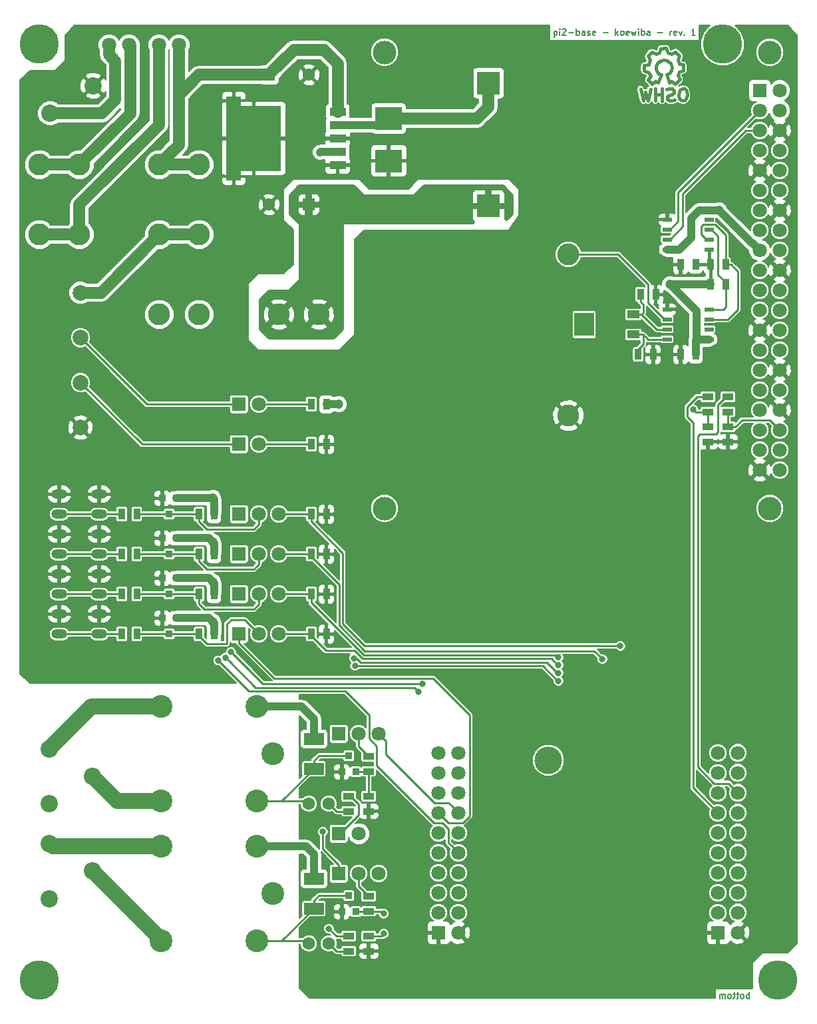
<source format=gbr>
G04 #@! TF.FileFunction,Copper,L2,Bot,Signal*
%FSLAX46Y46*%
G04 Gerber Fmt 4.6, Leading zero omitted, Abs format (unit mm)*
G04 Created by KiCad (PCBNEW no-vcs-found) date Sun Dec 11 09:55:06 2016*
%MOMM*%
%LPD*%
G01*
G04 APERTURE LIST*
%ADD10C,0.100000*%
%ADD11C,0.150000*%
%ADD12C,0.381000*%
%ADD13C,3.000000*%
%ADD14C,1.800000*%
%ADD15R,1.800000X1.800000*%
%ADD16C,2.800000*%
%ADD17C,3.500000*%
%ADD18C,2.200000*%
%ADD19C,2.900000*%
%ADD20R,0.889000X1.397000*%
%ADD21R,3.500120X2.999740*%
%ADD22R,0.914400X0.914400*%
%ADD23R,2.499360X1.501140*%
%ADD24C,1.600000*%
%ADD25C,2.000000*%
%ADD26O,2.000000X1.200000*%
%ADD27R,2.999740X2.999740*%
%ADD28R,1.397000X0.889000*%
%ADD29R,1.143000X0.508000*%
%ADD30R,1.600200X1.000760*%
%ADD31R,2.499360X2.999740*%
%ADD32R,2.159000X1.066800*%
%ADD33R,6.985000X8.331200*%
%ADD34R,1.905000X1.231900*%
%ADD35C,5.000000*%
%ADD36R,1.600000X1.600000*%
%ADD37C,0.800000*%
%ADD38C,1.200000*%
%ADD39C,1.000000*%
%ADD40C,0.250000*%
%ADD41C,0.400000*%
%ADD42C,1.000000*%
%ADD43C,1.500000*%
%ADD44C,2.000000*%
%ADD45C,0.200000*%
%ADD46C,0.500000*%
G04 APERTURE END LIST*
D10*
D11*
X164548571Y-33808571D02*
X164548571Y-34608571D01*
X164548571Y-33846666D02*
X164624761Y-33808571D01*
X164777142Y-33808571D01*
X164853333Y-33846666D01*
X164891428Y-33884761D01*
X164929523Y-33960952D01*
X164929523Y-34189523D01*
X164891428Y-34265714D01*
X164853333Y-34303809D01*
X164777142Y-34341904D01*
X164624761Y-34341904D01*
X164548571Y-34303809D01*
X165272380Y-34341904D02*
X165272380Y-33808571D01*
X165272380Y-33541904D02*
X165234285Y-33580000D01*
X165272380Y-33618095D01*
X165310476Y-33580000D01*
X165272380Y-33541904D01*
X165272380Y-33618095D01*
X165615238Y-33618095D02*
X165653333Y-33580000D01*
X165729523Y-33541904D01*
X165920000Y-33541904D01*
X165996190Y-33580000D01*
X166034285Y-33618095D01*
X166072380Y-33694285D01*
X166072380Y-33770476D01*
X166034285Y-33884761D01*
X165577142Y-34341904D01*
X166072380Y-34341904D01*
X166415238Y-34037142D02*
X167024761Y-34037142D01*
X167405714Y-34341904D02*
X167405714Y-33541904D01*
X167405714Y-33846666D02*
X167481904Y-33808571D01*
X167634285Y-33808571D01*
X167710476Y-33846666D01*
X167748571Y-33884761D01*
X167786666Y-33960952D01*
X167786666Y-34189523D01*
X167748571Y-34265714D01*
X167710476Y-34303809D01*
X167634285Y-34341904D01*
X167481904Y-34341904D01*
X167405714Y-34303809D01*
X168472380Y-34341904D02*
X168472380Y-33922857D01*
X168434285Y-33846666D01*
X168358095Y-33808571D01*
X168205714Y-33808571D01*
X168129523Y-33846666D01*
X168472380Y-34303809D02*
X168396190Y-34341904D01*
X168205714Y-34341904D01*
X168129523Y-34303809D01*
X168091428Y-34227619D01*
X168091428Y-34151428D01*
X168129523Y-34075238D01*
X168205714Y-34037142D01*
X168396190Y-34037142D01*
X168472380Y-33999047D01*
X168815238Y-34303809D02*
X168891428Y-34341904D01*
X169043809Y-34341904D01*
X169120000Y-34303809D01*
X169158095Y-34227619D01*
X169158095Y-34189523D01*
X169120000Y-34113333D01*
X169043809Y-34075238D01*
X168929523Y-34075238D01*
X168853333Y-34037142D01*
X168815238Y-33960952D01*
X168815238Y-33922857D01*
X168853333Y-33846666D01*
X168929523Y-33808571D01*
X169043809Y-33808571D01*
X169120000Y-33846666D01*
X169805714Y-34303809D02*
X169729523Y-34341904D01*
X169577142Y-34341904D01*
X169500952Y-34303809D01*
X169462857Y-34227619D01*
X169462857Y-33922857D01*
X169500952Y-33846666D01*
X169577142Y-33808571D01*
X169729523Y-33808571D01*
X169805714Y-33846666D01*
X169843809Y-33922857D01*
X169843809Y-33999047D01*
X169462857Y-34075238D01*
X170796190Y-34037142D02*
X171405714Y-34037142D01*
X172396190Y-34341904D02*
X172396190Y-33541904D01*
X172472380Y-34037142D02*
X172700952Y-34341904D01*
X172700952Y-33808571D02*
X172396190Y-34113333D01*
X173158095Y-34341904D02*
X173081904Y-34303809D01*
X173043809Y-34265714D01*
X173005714Y-34189523D01*
X173005714Y-33960952D01*
X173043809Y-33884761D01*
X173081904Y-33846666D01*
X173158095Y-33808571D01*
X173272380Y-33808571D01*
X173348571Y-33846666D01*
X173386666Y-33884761D01*
X173424761Y-33960952D01*
X173424761Y-34189523D01*
X173386666Y-34265714D01*
X173348571Y-34303809D01*
X173272380Y-34341904D01*
X173158095Y-34341904D01*
X174072380Y-34303809D02*
X173996190Y-34341904D01*
X173843809Y-34341904D01*
X173767619Y-34303809D01*
X173729523Y-34227619D01*
X173729523Y-33922857D01*
X173767619Y-33846666D01*
X173843809Y-33808571D01*
X173996190Y-33808571D01*
X174072380Y-33846666D01*
X174110476Y-33922857D01*
X174110476Y-33999047D01*
X173729523Y-34075238D01*
X174377142Y-33808571D02*
X174529523Y-34341904D01*
X174681904Y-33960952D01*
X174834285Y-34341904D01*
X174986666Y-33808571D01*
X175291428Y-34341904D02*
X175291428Y-33808571D01*
X175291428Y-33541904D02*
X175253333Y-33580000D01*
X175291428Y-33618095D01*
X175329523Y-33580000D01*
X175291428Y-33541904D01*
X175291428Y-33618095D01*
X175672380Y-34341904D02*
X175672380Y-33541904D01*
X175672380Y-33846666D02*
X175748571Y-33808571D01*
X175900952Y-33808571D01*
X175977142Y-33846666D01*
X176015238Y-33884761D01*
X176053333Y-33960952D01*
X176053333Y-34189523D01*
X176015238Y-34265714D01*
X175977142Y-34303809D01*
X175900952Y-34341904D01*
X175748571Y-34341904D01*
X175672380Y-34303809D01*
X176739047Y-34341904D02*
X176739047Y-33922857D01*
X176700952Y-33846666D01*
X176624761Y-33808571D01*
X176472380Y-33808571D01*
X176396190Y-33846666D01*
X176739047Y-34303809D02*
X176662857Y-34341904D01*
X176472380Y-34341904D01*
X176396190Y-34303809D01*
X176358095Y-34227619D01*
X176358095Y-34151428D01*
X176396190Y-34075238D01*
X176472380Y-34037142D01*
X176662857Y-34037142D01*
X176739047Y-33999047D01*
X177729523Y-34037142D02*
X178339047Y-34037142D01*
X179329523Y-34341904D02*
X179329523Y-33808571D01*
X179329523Y-33960952D02*
X179367619Y-33884761D01*
X179405714Y-33846666D01*
X179481904Y-33808571D01*
X179558095Y-33808571D01*
X180129523Y-34303809D02*
X180053333Y-34341904D01*
X179900952Y-34341904D01*
X179824761Y-34303809D01*
X179786666Y-34227619D01*
X179786666Y-33922857D01*
X179824761Y-33846666D01*
X179900952Y-33808571D01*
X180053333Y-33808571D01*
X180129523Y-33846666D01*
X180167619Y-33922857D01*
X180167619Y-33999047D01*
X179786666Y-34075238D01*
X180434285Y-33808571D02*
X180624761Y-34341904D01*
X180815238Y-33808571D01*
X181120000Y-34265714D02*
X181158095Y-34303809D01*
X181120000Y-34341904D01*
X181081904Y-34303809D01*
X181120000Y-34265714D01*
X181120000Y-34341904D01*
X182529523Y-34341904D02*
X182072380Y-34341904D01*
X182300952Y-34341904D02*
X182300952Y-33541904D01*
X182224761Y-33656190D01*
X182148571Y-33732380D01*
X182072380Y-33770476D01*
X189405714Y-156841904D02*
X189405714Y-156041904D01*
X189405714Y-156346666D02*
X189329523Y-156308571D01*
X189177142Y-156308571D01*
X189100952Y-156346666D01*
X189062857Y-156384761D01*
X189024761Y-156460952D01*
X189024761Y-156689523D01*
X189062857Y-156765714D01*
X189100952Y-156803809D01*
X189177142Y-156841904D01*
X189329523Y-156841904D01*
X189405714Y-156803809D01*
X188567619Y-156841904D02*
X188643809Y-156803809D01*
X188681904Y-156765714D01*
X188720000Y-156689523D01*
X188720000Y-156460952D01*
X188681904Y-156384761D01*
X188643809Y-156346666D01*
X188567619Y-156308571D01*
X188453333Y-156308571D01*
X188377142Y-156346666D01*
X188339047Y-156384761D01*
X188300952Y-156460952D01*
X188300952Y-156689523D01*
X188339047Y-156765714D01*
X188377142Y-156803809D01*
X188453333Y-156841904D01*
X188567619Y-156841904D01*
X188072380Y-156308571D02*
X187767619Y-156308571D01*
X187958095Y-156041904D02*
X187958095Y-156727619D01*
X187920000Y-156803809D01*
X187843809Y-156841904D01*
X187767619Y-156841904D01*
X187615238Y-156308571D02*
X187310476Y-156308571D01*
X187500952Y-156041904D02*
X187500952Y-156727619D01*
X187462857Y-156803809D01*
X187386666Y-156841904D01*
X187310476Y-156841904D01*
X186929523Y-156841904D02*
X187005714Y-156803809D01*
X187043809Y-156765714D01*
X187081904Y-156689523D01*
X187081904Y-156460952D01*
X187043809Y-156384761D01*
X187005714Y-156346666D01*
X186929523Y-156308571D01*
X186815238Y-156308571D01*
X186739047Y-156346666D01*
X186700952Y-156384761D01*
X186662857Y-156460952D01*
X186662857Y-156689523D01*
X186700952Y-156765714D01*
X186739047Y-156803809D01*
X186815238Y-156841904D01*
X186929523Y-156841904D01*
X186320000Y-156841904D02*
X186320000Y-156308571D01*
X186320000Y-156384761D02*
X186281904Y-156346666D01*
X186205714Y-156308571D01*
X186091428Y-156308571D01*
X186015238Y-156346666D01*
X185977142Y-156422857D01*
X185977142Y-156841904D01*
X185977142Y-156422857D02*
X185939047Y-156346666D01*
X185862857Y-156308571D01*
X185748571Y-156308571D01*
X185672380Y-156346666D01*
X185634285Y-156422857D01*
X185634285Y-156841904D01*
D12*
X178169480Y-39379160D02*
X177770700Y-40379920D01*
X178870520Y-39379160D02*
X179221040Y-40379920D01*
X179221040Y-39181040D02*
X178870520Y-39379160D01*
X179469960Y-38878780D02*
X179221040Y-39181040D01*
X179520760Y-38380940D02*
X179469960Y-38878780D01*
X179370900Y-37928820D02*
X179520760Y-38380940D01*
X178969580Y-37580840D02*
X179370900Y-37928820D01*
X178570800Y-37479240D02*
X178969580Y-37580840D01*
X178121220Y-37530040D02*
X178570800Y-37479240D01*
X177669100Y-37880560D02*
X178121220Y-37530040D01*
X177519240Y-38231080D02*
X177669100Y-37880560D01*
X177519240Y-38629860D02*
X177519240Y-38231080D01*
X177669100Y-39031180D02*
X177519240Y-38629860D01*
X177869760Y-39229300D02*
X177669100Y-39031180D01*
X178169480Y-39379160D02*
X177869760Y-39229300D01*
X180450400Y-39000700D02*
X180310700Y-39399480D01*
X181009200Y-38800040D02*
X180450400Y-39000700D01*
X180999040Y-38099000D02*
X181009200Y-38800040D01*
X180450400Y-37999940D02*
X180999040Y-38099000D01*
X180280220Y-37519880D02*
X180450400Y-37999940D01*
X180529140Y-36978860D02*
X180280220Y-37519880D01*
X180010980Y-36450540D02*
X180529140Y-36978860D01*
X179459800Y-36719780D02*
X180010980Y-36450540D01*
X179040700Y-36549600D02*
X179459800Y-36719780D01*
X178829880Y-36000960D02*
X179040700Y-36549600D01*
X178139000Y-36018740D02*
X178829880Y-36000960D01*
X177968820Y-36559760D02*
X178139000Y-36018740D01*
X177498920Y-36760420D02*
X177968820Y-36559760D01*
X176980760Y-36498800D02*
X177498920Y-36760420D01*
X176510860Y-37009340D02*
X176980760Y-36498800D01*
X176780100Y-37479240D02*
X176510860Y-37009340D01*
X176579440Y-38050740D02*
X176780100Y-37479240D01*
X176020640Y-38190440D02*
X176579440Y-38050740D01*
X176020640Y-38871160D02*
X176020640Y-38190440D01*
X176630240Y-39059120D02*
X176020640Y-38871160D01*
X176820740Y-39529020D02*
X176630240Y-39059120D01*
X176538800Y-40009080D02*
X176820740Y-39529020D01*
X177011240Y-40499300D02*
X176538800Y-40009080D01*
X177450660Y-40169100D02*
X177011240Y-40499300D01*
X177780860Y-40359600D02*
X177450660Y-40169100D01*
X179500440Y-40219900D02*
X179221040Y-40379920D01*
X180021140Y-40489140D02*
X179500440Y-40219900D01*
X180559620Y-39970980D02*
X180021140Y-40489140D01*
X180300540Y-39409640D02*
X180559620Y-39970980D01*
X180559620Y-41268920D02*
X180920300Y-41139380D01*
X180450400Y-41550860D02*
X180559620Y-41268920D01*
X180399600Y-41959800D02*
X180450400Y-41550860D01*
X180470720Y-42419540D02*
X180399600Y-41959800D01*
X180689160Y-42599880D02*
X180470720Y-42419540D01*
X180999040Y-42671000D02*
X180689160Y-42599880D01*
X181250500Y-42549080D02*
X180999040Y-42671000D01*
X181451160Y-42229040D02*
X181250500Y-42549080D01*
X181479100Y-41881060D02*
X181451160Y-42229040D01*
X181390200Y-41390840D02*
X181479100Y-41881060D01*
X181148900Y-41149540D02*
X181390200Y-41390840D01*
X180899980Y-41129220D02*
X181148900Y-41149540D01*
X179510600Y-42688780D02*
X179861120Y-42579560D01*
X179190560Y-42660840D02*
X179510600Y-42688780D01*
X178959420Y-42439860D02*
X179190560Y-42660840D01*
X179000060Y-42140140D02*
X178959420Y-42439860D01*
X179180400Y-41980120D02*
X179000060Y-42140140D01*
X179569020Y-41850580D02*
X179180400Y-41980120D01*
X179810320Y-41609280D02*
X179569020Y-41850580D01*
X179779840Y-41340040D02*
X179810320Y-41609280D01*
X179541080Y-41139380D02*
X179779840Y-41340040D01*
X179221040Y-41149540D02*
X179541080Y-41139380D01*
X178870520Y-41230820D02*
X179221040Y-41149540D01*
X178319340Y-42698940D02*
X178309180Y-42688780D01*
X178319340Y-41129220D02*
X178319340Y-42698940D01*
X177430340Y-41139380D02*
X177430340Y-42681160D01*
X177470980Y-41860740D02*
X177470980Y-41850580D01*
X177481140Y-41850580D02*
X177470980Y-41860740D01*
X178271080Y-41860740D02*
X177481140Y-41850580D01*
X175901260Y-42650680D02*
X175560900Y-41200340D01*
X176211140Y-41578800D02*
X175901260Y-42650680D01*
X176490540Y-42640520D02*
X176211140Y-41578800D01*
X176851220Y-41169860D02*
X176490540Y-42640520D01*
D13*
X191990000Y-36510000D03*
X191990000Y-94510000D03*
X142990000Y-36510000D03*
X142990000Y-94510000D03*
D14*
X193260000Y-89640000D03*
X190720000Y-89640000D03*
X193260000Y-87100000D03*
X190720000Y-87100000D03*
X193260000Y-84560000D03*
X190720000Y-84560000D03*
X193260000Y-82020000D03*
X190720000Y-82020000D03*
X193260000Y-79480000D03*
X190720000Y-79480000D03*
X193260000Y-76940000D03*
X190720000Y-76940000D03*
X193260000Y-74400000D03*
X190720000Y-74400000D03*
D15*
X190720000Y-41380000D03*
D14*
X193260000Y-41380000D03*
X190720000Y-43920000D03*
X193260000Y-43920000D03*
X190720000Y-46460000D03*
X193260000Y-46460000D03*
X190720000Y-49000000D03*
X193260000Y-49000000D03*
X190720000Y-51540000D03*
X193260000Y-51540000D03*
X190720000Y-54080000D03*
X193260000Y-54080000D03*
X190720000Y-56620000D03*
X193260000Y-56620000D03*
X190720000Y-59160000D03*
X193260000Y-59160000D03*
X190720000Y-61700000D03*
X193260000Y-61700000D03*
X190720000Y-64240000D03*
X193260000Y-64240000D03*
X190720000Y-66780000D03*
X193260000Y-66780000D03*
X190720000Y-69320000D03*
X193260000Y-69320000D03*
X190720000Y-71860000D03*
X193260000Y-71860000D03*
D16*
X166370000Y-82699860D03*
X166370000Y-62199520D03*
D14*
X152400000Y-125620000D03*
X149860000Y-125620000D03*
X152400000Y-128160000D03*
X149860000Y-128160000D03*
X152400000Y-130700000D03*
X149860000Y-130700000D03*
X152400000Y-133240000D03*
X149860000Y-133240000D03*
X152400000Y-135780000D03*
X149860000Y-135780000D03*
X152400000Y-138320000D03*
X149860000Y-138320000D03*
X152400000Y-140860000D03*
X149860000Y-140860000D03*
X152400000Y-143400000D03*
X149860000Y-143400000D03*
X152400000Y-145940000D03*
X149860000Y-145940000D03*
X152400000Y-148480000D03*
D15*
X149860000Y-148480000D03*
D14*
X187960000Y-125590000D03*
X185420000Y-125620000D03*
X187960000Y-128130000D03*
X185420000Y-128160000D03*
X187960000Y-130670000D03*
X185420000Y-130700000D03*
X187960000Y-133210000D03*
X185420000Y-133240000D03*
X187960000Y-135750000D03*
X185420000Y-135780000D03*
X187960000Y-138290000D03*
X185420000Y-138320000D03*
X187960000Y-140830000D03*
X185420000Y-140860000D03*
X187960000Y-143400000D03*
X185420000Y-143400000D03*
X187960000Y-145910000D03*
X185420000Y-145940000D03*
X187960000Y-148450000D03*
D15*
X185420000Y-148480000D03*
D17*
X163830000Y-126540000D03*
D18*
X105830000Y-140645000D03*
X100330000Y-137145000D03*
X100330000Y-144145000D03*
D19*
X126751080Y-119730520D03*
X114548920Y-119730520D03*
X114548920Y-131729480D03*
X126751080Y-131729480D03*
X128750060Y-125730000D03*
D20*
X182562500Y-63500000D03*
X180657500Y-63500000D03*
X180657500Y-74930000D03*
X182562500Y-74930000D03*
X175260000Y-74930000D03*
X177165000Y-74930000D03*
X177482500Y-67310000D03*
X175577500Y-67310000D03*
D21*
X143510000Y-50325020D03*
X143510000Y-44924980D03*
D22*
X115570000Y-110490000D03*
X114681000Y-108458000D03*
X116459000Y-108458000D03*
X116459000Y-103378000D03*
X114681000Y-103378000D03*
X115570000Y-105410000D03*
X115570000Y-100330000D03*
X114681000Y-98298000D03*
X116459000Y-98298000D03*
X116459000Y-93218000D03*
X114681000Y-93218000D03*
X115570000Y-95250000D03*
D23*
X133985000Y-127635000D03*
X133985000Y-123825000D03*
D24*
X135890000Y-132080000D03*
X133350000Y-132080000D03*
D23*
X133985000Y-141605000D03*
X133985000Y-145415000D03*
D24*
X133350000Y-149860000D03*
X135890000Y-149860000D03*
D16*
X119380000Y-59690000D03*
X114300000Y-59690000D03*
X104140000Y-59690000D03*
X99060000Y-59690000D03*
X99060000Y-50800000D03*
X104140000Y-50800000D03*
X114300000Y-50800000D03*
X119380000Y-50800000D03*
X114300000Y-69850000D03*
X119380000Y-69850000D03*
X129540000Y-69850000D03*
X134620000Y-69850000D03*
D18*
X100420000Y-44280000D03*
X105920000Y-40780000D03*
D25*
X104280200Y-67090000D03*
X104280200Y-72805000D03*
X104280200Y-78520000D03*
X104280200Y-84235000D03*
D18*
X100330000Y-132080000D03*
X100330000Y-125080000D03*
X105830000Y-128580000D03*
D26*
X101600000Y-107950000D03*
X101600000Y-110490000D03*
X101600000Y-105410000D03*
X101600000Y-102870000D03*
X101600000Y-100330000D03*
X101600000Y-97790000D03*
X106680000Y-110490000D03*
X106680000Y-107950000D03*
X106680000Y-105410000D03*
X106680000Y-102870000D03*
X106680000Y-100330000D03*
X106680000Y-97790000D03*
X101600000Y-92710000D03*
X101600000Y-95250000D03*
X106680000Y-92710000D03*
X106680000Y-95250000D03*
D15*
X124460000Y-81280000D03*
D14*
X127000000Y-81280000D03*
X127000000Y-86360000D03*
D15*
X124460000Y-86360000D03*
D14*
X139700000Y-135890000D03*
D15*
X137160000Y-135890000D03*
D27*
X156210000Y-56060340D03*
X156210000Y-40459660D03*
D22*
X138430000Y-125984000D03*
X139319000Y-128016000D03*
X137541000Y-128016000D03*
X137541000Y-145796000D03*
X139319000Y-145796000D03*
X138430000Y-143764000D03*
D20*
X133667500Y-81280000D03*
X135572500Y-81280000D03*
X135572500Y-86360000D03*
X133667500Y-86360000D03*
X133667500Y-110490000D03*
X135572500Y-110490000D03*
X133667500Y-105410000D03*
X135572500Y-105410000D03*
X135572500Y-100330000D03*
X133667500Y-100330000D03*
D28*
X184150000Y-80327500D03*
X184150000Y-82232500D03*
X186690000Y-82232500D03*
X186690000Y-80327500D03*
D20*
X135572500Y-95250000D03*
X133667500Y-95250000D03*
D28*
X186690000Y-86042500D03*
X186690000Y-84137500D03*
X184150000Y-86042500D03*
X184150000Y-84137500D03*
D20*
X186372500Y-63500000D03*
X184467500Y-63500000D03*
X184467500Y-66040000D03*
X186372500Y-66040000D03*
X111442500Y-110490000D03*
X109537500Y-110490000D03*
X109537500Y-105410000D03*
X111442500Y-105410000D03*
X111442500Y-100330000D03*
X109537500Y-100330000D03*
X111442500Y-95250000D03*
X109537500Y-95250000D03*
X121285000Y-110490000D03*
X119380000Y-110490000D03*
X121285000Y-105410000D03*
X119380000Y-105410000D03*
X121285000Y-100330000D03*
X119380000Y-100330000D03*
X119380000Y-95250000D03*
X121285000Y-95250000D03*
D28*
X140970000Y-133032500D03*
X140970000Y-131127500D03*
X140970000Y-126047500D03*
X140970000Y-127952500D03*
X138430000Y-131127500D03*
X138430000Y-133032500D03*
X140970000Y-150812500D03*
X140970000Y-148907500D03*
X140970000Y-145732500D03*
X140970000Y-143827500D03*
X138430000Y-150812500D03*
X138430000Y-148907500D03*
D19*
X128750060Y-143510000D03*
X126751080Y-149509480D03*
X114548920Y-149509480D03*
X114548920Y-137510520D03*
X126751080Y-137510520D03*
D14*
X116819680Y-35560000D03*
X114279680Y-35560000D03*
X107929680Y-35560000D03*
X110469680Y-35560000D03*
D29*
X178943000Y-57785000D03*
X178943000Y-59055000D03*
X178943000Y-60325000D03*
X184277000Y-57785000D03*
X184277000Y-59055000D03*
X184277000Y-60325000D03*
X178943000Y-61595000D03*
X184277000Y-61595000D03*
X184277000Y-73025000D03*
X178943000Y-73025000D03*
X184277000Y-71755000D03*
X184277000Y-70485000D03*
X184277000Y-69215000D03*
X178943000Y-71755000D03*
X178943000Y-70485000D03*
X178943000Y-69215000D03*
D30*
X174625000Y-72390000D03*
X174625000Y-69850000D03*
D31*
X168374060Y-71120000D03*
D32*
X137020000Y-47480000D03*
X137020000Y-45778200D03*
X137020000Y-49181800D03*
X137020000Y-50883600D03*
X137020000Y-44076400D03*
D33*
X126339300Y-47480000D03*
D34*
X123799300Y-52255200D03*
X123799300Y-42704800D03*
D15*
X137160000Y-123190000D03*
D14*
X139700000Y-123190000D03*
X142240000Y-123190000D03*
X142240000Y-140970000D03*
X139700000Y-140970000D03*
D15*
X137160000Y-140970000D03*
D14*
X129540000Y-110490000D03*
X127000000Y-110490000D03*
D15*
X124460000Y-110490000D03*
X124460000Y-105410000D03*
D14*
X127000000Y-105410000D03*
X129540000Y-105410000D03*
D15*
X124460000Y-100330000D03*
D14*
X127000000Y-100330000D03*
X129540000Y-100330000D03*
X129540000Y-95250000D03*
X127000000Y-95250000D03*
D15*
X124460000Y-95250000D03*
D35*
X99020000Y-35480000D03*
X99020000Y-154480000D03*
X186020000Y-35480000D03*
X193020000Y-154480000D03*
D36*
X128270000Y-39370000D03*
D24*
X133350000Y-39370000D03*
D36*
X133350000Y-55880000D03*
D24*
X128270000Y-55880000D03*
D37*
X131445000Y-50165000D03*
X133350000Y-47625000D03*
X131445000Y-47625000D03*
X131445000Y-45085000D03*
X121920000Y-52705000D03*
X121920000Y-50165000D03*
X121285000Y-47625000D03*
X121285000Y-45085000D03*
X121285000Y-42545000D03*
D38*
X179324000Y-66040000D03*
X137160000Y-81280000D03*
X121158000Y-103886000D03*
X121158000Y-98806000D03*
X121158000Y-93218000D03*
X121158000Y-108966000D03*
D39*
X134770000Y-49230000D03*
D37*
X165100000Y-115443047D03*
X139074366Y-113560918D03*
X165100000Y-116443060D03*
X139234733Y-114547987D03*
X135128000Y-135636000D03*
X135890000Y-147955000D03*
X147828000Y-116840000D03*
X123444000Y-112776000D03*
X147320000Y-117856000D03*
X122736885Y-113483115D03*
X121810219Y-113859032D03*
D38*
X185568501Y-56630999D03*
D37*
X182245000Y-81915000D03*
X165100000Y-114443034D03*
X165100000Y-113443021D03*
X170692034Y-113671697D03*
X172980070Y-112020070D03*
X142875000Y-148590000D03*
X142875000Y-146050000D03*
D40*
X133495000Y-47480000D02*
X133350000Y-47625000D01*
X137020000Y-47480000D02*
X133495000Y-47480000D01*
X131445000Y-45085000D02*
X131445000Y-47625000D01*
X121920000Y-50165000D02*
X121920000Y-52705000D01*
X121285000Y-45085000D02*
X121285000Y-47625000D01*
X123799300Y-42704800D02*
X121444800Y-42704800D01*
X121444800Y-42704800D02*
X121285000Y-42545000D01*
X178943000Y-70485000D02*
X178625500Y-70485000D01*
X178625500Y-70485000D02*
X176530000Y-68389500D01*
X176530000Y-68389500D02*
X176530000Y-66040000D01*
X176530000Y-66040000D02*
X172689520Y-62199520D01*
X172689520Y-62199520D02*
X168349898Y-62199520D01*
X168349898Y-62199520D02*
X166370000Y-62199520D01*
D41*
X184277000Y-61595000D02*
X184277000Y-63309500D01*
X184277000Y-63309500D02*
X184467500Y-63500000D01*
X184467500Y-63500000D02*
X182562500Y-63500000D01*
X184467500Y-66040000D02*
X184467500Y-63500000D01*
D42*
X121285000Y-105410000D02*
X121285000Y-104013000D01*
X121285000Y-104013000D02*
X121158000Y-103886000D01*
X179823999Y-66539999D02*
X179324000Y-66040000D01*
X182705500Y-69421500D02*
X179823999Y-66539999D01*
X182705500Y-73025000D02*
X182705500Y-69421500D01*
X184467500Y-66040000D02*
X179324000Y-66040000D01*
X135572500Y-81280000D02*
X137160000Y-81280000D01*
X116459000Y-108458000D02*
X120650000Y-108458000D01*
X120650000Y-108458000D02*
X121158000Y-108966000D01*
X116459000Y-103378000D02*
X120650000Y-103378000D01*
X120650000Y-103378000D02*
X121158000Y-103886000D01*
X116459000Y-93218000D02*
X121158000Y-93218000D01*
X116459000Y-98298000D02*
X120650000Y-98298000D01*
X120650000Y-98298000D02*
X121158000Y-98806000D01*
X121285000Y-100330000D02*
X121285000Y-98933000D01*
X121285000Y-98933000D02*
X121158000Y-98806000D01*
X121285000Y-95250000D02*
X121285000Y-93345000D01*
X121285000Y-93345000D02*
X121158000Y-93218000D01*
X121285000Y-109093000D02*
X121158000Y-108966000D01*
X121285000Y-110490000D02*
X121285000Y-109093000D01*
X182562500Y-74930000D02*
X182562500Y-73168000D01*
X182562500Y-73168000D02*
X182705500Y-73025000D01*
X184277000Y-73025000D02*
X182705500Y-73025000D01*
D40*
X175260000Y-74295000D02*
X175260000Y-74930000D01*
X175895000Y-73660000D02*
X175260000Y-74295000D01*
X175895000Y-72390000D02*
X175895000Y-73660000D01*
X174625000Y-72390000D02*
X175895000Y-72390000D01*
X175895000Y-72390000D02*
X176530000Y-73025000D01*
X176530000Y-73025000D02*
X178943000Y-73025000D01*
X175675100Y-69850000D02*
X175895000Y-69630100D01*
X175895000Y-69630100D02*
X175895000Y-68580000D01*
X175895000Y-68580000D02*
X175577500Y-68262500D01*
X175577500Y-68262500D02*
X175577500Y-67310000D01*
X174625000Y-69850000D02*
X175675100Y-69850000D01*
X175675100Y-69850000D02*
X177580100Y-71755000D01*
X177580100Y-71755000D02*
X178121500Y-71755000D01*
X178121500Y-71755000D02*
X178943000Y-71755000D01*
D42*
X132999480Y-137510520D02*
X133985000Y-138496040D01*
X133985000Y-138496040D02*
X133985000Y-141605000D01*
X126751080Y-137510520D02*
X132999480Y-137510520D01*
X132430520Y-119730520D02*
X133985000Y-121285000D01*
X133985000Y-121285000D02*
X133985000Y-123825000D01*
X126751080Y-119730520D02*
X132430520Y-119730520D01*
D43*
X128270000Y-39370000D02*
X131445000Y-36195000D01*
X131445000Y-36195000D02*
X135255000Y-36195000D01*
X135255000Y-36195000D02*
X137020000Y-37960000D01*
X137020000Y-37960000D02*
X137020000Y-44076400D01*
X128270000Y-39370000D02*
X119380000Y-39370000D01*
X119380000Y-39370000D02*
X116819680Y-41930320D01*
X116819680Y-41930320D02*
X116819680Y-48280320D01*
X114300000Y-50800000D02*
X119380000Y-50800000D01*
X114300000Y-50800000D02*
X116819680Y-48280320D01*
X116819680Y-48280320D02*
X116819680Y-35560000D01*
D42*
X133350000Y-55880000D02*
X133350000Y-68580000D01*
X133350000Y-68580000D02*
X134620000Y-69850000D01*
X137020000Y-49181800D02*
X134818200Y-49181800D01*
X134818200Y-49181800D02*
X134770000Y-49230000D01*
X137020000Y-45778200D02*
X142656780Y-45778200D01*
X142656780Y-45778200D02*
X143510000Y-44924980D01*
D43*
X143510000Y-44924980D02*
X154744550Y-44924980D01*
X154744550Y-44924980D02*
X156210000Y-43459530D01*
X156210000Y-43459530D02*
X156210000Y-40459660D01*
D40*
X119380000Y-110490000D02*
X119380000Y-110744000D01*
X119380000Y-110744000D02*
X120396000Y-111760000D01*
X122878998Y-109277002D02*
X123444000Y-108712000D01*
X120396000Y-111760000D02*
X122878998Y-111760000D01*
X122878998Y-111760000D02*
X122878998Y-109277002D01*
X123444000Y-108712000D02*
X125222000Y-108712000D01*
X125222000Y-108712000D02*
X127000000Y-110490000D01*
X115570000Y-110490000D02*
X119380000Y-110490000D01*
X111442500Y-110490000D02*
X115570000Y-110490000D01*
X127000000Y-105410000D02*
X127000000Y-106682792D01*
X127000000Y-106682792D02*
X126367792Y-107315000D01*
X126367792Y-107315000D02*
X120015000Y-107315000D01*
X120015000Y-107315000D02*
X119380000Y-106680000D01*
X119380000Y-106680000D02*
X119380000Y-105410000D01*
X115570000Y-105410000D02*
X119380000Y-105410000D01*
X111442500Y-105410000D02*
X115570000Y-105410000D01*
X127000000Y-100330000D02*
X127000000Y-101602792D01*
X126367792Y-102235000D02*
X120336500Y-102235000D01*
X127000000Y-101602792D02*
X126367792Y-102235000D01*
X119380000Y-100330000D02*
X119380000Y-101278500D01*
X119380000Y-101278500D02*
X120336500Y-102235000D01*
X115570000Y-100330000D02*
X119380000Y-100330000D01*
X111442500Y-100330000D02*
X115570000Y-100330000D01*
X127000000Y-95250000D02*
X127000000Y-96522792D01*
X127000000Y-96522792D02*
X126367792Y-97155000D01*
X126367792Y-97155000D02*
X120336500Y-97155000D01*
X119380000Y-95250000D02*
X119380000Y-96198500D01*
X119380000Y-96198500D02*
X120336500Y-97155000D01*
X115570000Y-95250000D02*
X119697500Y-95250000D01*
X111442500Y-95250000D02*
X115570000Y-95250000D01*
X138430000Y-125984000D02*
X134635430Y-125984000D01*
X134635430Y-125984000D02*
X133985000Y-126634430D01*
X133985000Y-126634430D02*
X133985000Y-127635000D01*
X126751080Y-131729480D02*
X132999480Y-131729480D01*
X132999480Y-131729480D02*
X133350000Y-132080000D01*
X129890520Y-131729480D02*
X133985000Y-127635000D01*
X126751080Y-131729480D02*
X129890520Y-131729480D01*
X138430000Y-133032500D02*
X136842500Y-133032500D01*
X136842500Y-133032500D02*
X135890000Y-132080000D01*
X138430000Y-143764000D02*
X134635430Y-143764000D01*
X134635430Y-143764000D02*
X133985000Y-144414430D01*
X133985000Y-144414430D02*
X133985000Y-145415000D01*
X126751080Y-149509480D02*
X132999480Y-149509480D01*
X132999480Y-149509480D02*
X133350000Y-149860000D01*
X129890520Y-149509480D02*
X133985000Y-145415000D01*
X126751080Y-149509480D02*
X129890520Y-149509480D01*
X138430000Y-150812500D02*
X136842500Y-150812500D01*
X136842500Y-150812500D02*
X135890000Y-149860000D01*
D43*
X114300000Y-59690000D02*
X119380000Y-59690000D01*
X104280200Y-67090000D02*
X106900000Y-67090000D01*
X106900000Y-67090000D02*
X114300000Y-59690000D01*
X114279680Y-35560000D02*
X114279680Y-45740320D01*
X104140000Y-57710102D02*
X104140000Y-59690000D01*
X114279680Y-45740320D02*
X104140000Y-55880000D01*
X104140000Y-55880000D02*
X104140000Y-57710102D01*
X104140000Y-59690000D02*
X99060000Y-59690000D01*
X110620000Y-44320000D02*
X110620000Y-35710320D01*
X104140000Y-50800000D02*
X110620000Y-44320000D01*
X110620000Y-35710320D02*
X110469680Y-35560000D01*
X104140000Y-50800000D02*
X99060000Y-50800000D01*
X101975634Y-44280000D02*
X100420000Y-44280000D01*
X107020000Y-44280000D02*
X101975634Y-44280000D01*
X108719989Y-42580011D02*
X107020000Y-44280000D01*
X108719989Y-37623101D02*
X108719989Y-42580011D01*
X107929680Y-36832792D02*
X108719989Y-37623101D01*
X107929680Y-35560000D02*
X107929680Y-36832792D01*
D40*
X124460000Y-81280000D02*
X112755200Y-81280000D01*
X112755200Y-81280000D02*
X104280200Y-72805000D01*
X124460000Y-86360000D02*
X112120200Y-86360000D01*
X112120200Y-86360000D02*
X104280200Y-78520000D01*
D44*
X114548920Y-119730520D02*
X105679480Y-119730520D01*
X105679480Y-119730520D02*
X100330000Y-125080000D01*
X114548920Y-131729480D02*
X108979480Y-131729480D01*
X108979480Y-131729480D02*
X105830000Y-128580000D01*
X114548920Y-149509480D02*
X114548920Y-149363920D01*
X114548920Y-149363920D02*
X105830000Y-140645000D01*
X114548920Y-137510520D02*
X100695520Y-137510520D01*
X100695520Y-137510520D02*
X100330000Y-137145000D01*
D40*
X106680000Y-110490000D02*
X109537500Y-110490000D01*
X101600000Y-110490000D02*
X106680000Y-110490000D01*
X106680000Y-105410000D02*
X109537500Y-105410000D01*
X101600000Y-105410000D02*
X106680000Y-105410000D01*
X106680000Y-100330000D02*
X109537500Y-100330000D01*
X101600000Y-100330000D02*
X106680000Y-100330000D01*
X106680000Y-95250000D02*
X109537500Y-95250000D01*
X101600000Y-95250000D02*
X106680000Y-95250000D01*
X127000000Y-81280000D02*
X133667500Y-81280000D01*
X127000000Y-86360000D02*
X133667500Y-86360000D01*
X139700000Y-123190000D02*
X139700000Y-124777500D01*
X139700000Y-124777500D02*
X140970000Y-126047500D01*
X163652006Y-114068044D02*
X165027009Y-115443047D01*
X139970400Y-114068044D02*
X163652006Y-114068044D01*
X139463274Y-113560918D02*
X139970400Y-114068044D01*
X139074366Y-113560918D02*
X139463274Y-113560918D01*
X165027009Y-115443047D02*
X165100000Y-115443047D01*
X165027011Y-116443060D02*
X165100000Y-116443060D01*
X163131938Y-114547987D02*
X165027011Y-116443060D01*
X139234733Y-114547987D02*
X163131938Y-114547987D01*
X137160000Y-140970000D02*
X137160000Y-139820000D01*
X137160000Y-139820000D02*
X135128000Y-137788000D01*
X135128000Y-137788000D02*
X135128000Y-135636000D01*
X139700000Y-140970000D02*
X139700000Y-142557500D01*
X139700000Y-142557500D02*
X140970000Y-143827500D01*
X138430000Y-148907500D02*
X136842500Y-148907500D01*
X136842500Y-148907500D02*
X135890000Y-147955000D01*
X139700000Y-132143500D02*
X139700000Y-133490502D01*
X139700000Y-133490502D02*
X137300502Y-135890000D01*
X137300502Y-135890000D02*
X137160000Y-135890000D01*
X138430000Y-131127500D02*
X138684000Y-131127500D01*
X138684000Y-131127500D02*
X139700000Y-132143500D01*
X124460000Y-110490000D02*
X124460000Y-111640000D01*
X124460000Y-111640000D02*
X128934999Y-116114999D01*
X128934999Y-116114999D02*
X149134999Y-116114999D01*
X151113000Y-134493000D02*
X150759999Y-134139999D01*
X150759999Y-134139999D02*
X149860000Y-133240000D01*
X149134999Y-116114999D02*
X153797000Y-120777000D01*
X153797000Y-120777000D02*
X153797000Y-133656002D01*
X153797000Y-133656002D02*
X152960002Y-134493000D01*
X152960002Y-134493000D02*
X151113000Y-134493000D01*
X123444000Y-112776000D02*
X127508000Y-116840000D01*
X127508000Y-116840000D02*
X147828000Y-116840000D01*
X146754011Y-117290011D02*
X147320000Y-117856000D01*
X138153013Y-117290011D02*
X146754011Y-117290011D01*
X126543781Y-117290011D02*
X123136884Y-113883114D01*
X138153013Y-117290011D02*
X126543781Y-117290011D01*
X123136884Y-113883114D02*
X122736885Y-113483115D01*
X121810219Y-113859032D02*
X125691209Y-117740022D01*
X125691209Y-117740022D02*
X137966614Y-117740022D01*
X141993501Y-127261501D02*
X149225000Y-134493000D01*
X137966614Y-117740022D02*
X141014999Y-120788407D01*
X141014999Y-120788407D02*
X141014999Y-123778001D01*
X141014999Y-123778001D02*
X141993501Y-124756503D01*
X141993501Y-124756503D02*
X141993501Y-127261501D01*
X149225000Y-134493000D02*
X150386002Y-134493000D01*
X150386002Y-134493000D02*
X151130000Y-135236998D01*
X151130000Y-135236998D02*
X151130000Y-137050000D01*
X151130000Y-137050000D02*
X151500001Y-137420001D01*
X151500001Y-137420001D02*
X152400000Y-138320000D01*
X142240000Y-123190000D02*
X143139999Y-124089999D01*
X143139999Y-124089999D02*
X143139999Y-125793001D01*
X151500001Y-132340001D02*
X152400000Y-133240000D01*
X143139999Y-125793001D02*
X149299998Y-131953000D01*
X149299998Y-131953000D02*
X151113000Y-131953000D01*
X151113000Y-131953000D02*
X151500001Y-132340001D01*
X187960000Y-130670000D02*
X186764999Y-129474999D01*
X186764999Y-129474999D02*
X184921997Y-129474999D01*
X184921997Y-129474999D02*
X182880000Y-127433002D01*
X182880000Y-85344000D02*
X183134000Y-85090000D01*
X182880000Y-127433002D02*
X182880000Y-85344000D01*
X185420000Y-81343500D02*
X186436000Y-80327500D01*
X183134000Y-85090000D02*
X185166000Y-85090000D01*
X185166000Y-85090000D02*
X185420000Y-84836000D01*
X185420000Y-84836000D02*
X185420000Y-81343500D01*
X186436000Y-80327500D02*
X186690000Y-80327500D01*
X185420000Y-133240000D02*
X182245000Y-130065000D01*
X182245000Y-130065000D02*
X182245000Y-83623002D01*
X182245000Y-83623002D02*
X181519999Y-82898001D01*
X181519999Y-82898001D02*
X181519999Y-81566999D01*
X182759498Y-80327500D02*
X184150000Y-80327500D01*
X181519999Y-81566999D02*
X182759498Y-80327500D01*
X193260000Y-84560000D02*
X191980000Y-83280000D01*
X187638500Y-84137500D02*
X186690000Y-84137500D01*
X191980000Y-83280000D02*
X188496000Y-83280000D01*
X188496000Y-83280000D02*
X187638500Y-84137500D01*
X186690000Y-82232500D02*
X186690000Y-84137500D01*
D42*
X178943000Y-61595000D02*
X180514500Y-61595000D01*
X189737503Y-60800001D02*
X189820001Y-60800001D01*
X185568501Y-56630999D02*
X189737503Y-60800001D01*
X182985499Y-56630999D02*
X185568501Y-56630999D01*
X181991000Y-57625498D02*
X182985499Y-56630999D01*
X181991000Y-60118500D02*
X181991000Y-57625498D01*
X180514500Y-61595000D02*
X181991000Y-60118500D01*
X189820001Y-60800001D02*
X190720000Y-61700000D01*
D40*
X178943000Y-59055000D02*
X179260500Y-59055000D01*
X179260500Y-59055000D02*
X180340000Y-57975500D01*
X180340000Y-57975500D02*
X180340000Y-54300000D01*
X180340000Y-54300000D02*
X189820001Y-44819999D01*
X189820001Y-44819999D02*
X190720000Y-43920000D01*
X178943000Y-60325000D02*
X179260500Y-60325000D01*
X179260500Y-60325000D02*
X180917011Y-58668489D01*
X180917011Y-58668489D02*
X180917011Y-54540989D01*
X190698000Y-46482000D02*
X190720000Y-46460000D01*
X180917011Y-54540989D02*
X188976000Y-46482000D01*
X188976000Y-46482000D02*
X190698000Y-46482000D01*
X184150000Y-82232500D02*
X182562500Y-82232500D01*
X182562500Y-82232500D02*
X182245000Y-81915000D01*
X184150000Y-82232500D02*
X184150000Y-81977090D01*
X184150000Y-82232500D02*
X184150000Y-84137500D01*
X133667500Y-110490000D02*
X133667500Y-110744000D01*
X135525533Y-112602033D02*
X139140800Y-112602033D01*
X165027009Y-114443034D02*
X165100000Y-114443034D01*
X164202008Y-113618033D02*
X165027009Y-114443034D01*
X133667500Y-110744000D02*
X135525533Y-112602033D01*
X140156800Y-113618033D02*
X164202008Y-113618033D01*
X139140800Y-112602033D02*
X140156800Y-113618033D01*
X129540000Y-110490000D02*
X133667500Y-110490000D01*
X164825001Y-113168022D02*
X165100000Y-113443021D01*
X140343200Y-113168022D02*
X164825001Y-113168022D01*
X133667500Y-106492322D02*
X140343200Y-113168022D01*
X133667500Y-105410000D02*
X133667500Y-106492322D01*
X129540000Y-105410000D02*
X133667500Y-105410000D01*
X133667500Y-100330000D02*
X133667500Y-100647500D01*
X133667500Y-100647500D02*
X137217989Y-104197989D01*
X137217989Y-104197989D02*
X137217989Y-109406400D01*
X170292035Y-113271698D02*
X170692034Y-113671697D01*
X137217989Y-109406400D02*
X140448287Y-112636698D01*
X169657035Y-112636698D02*
X170292035Y-113271698D01*
X140448287Y-112636698D02*
X169657035Y-112636698D01*
X129540000Y-100330000D02*
X133667500Y-100330000D01*
X172414385Y-112020070D02*
X172980070Y-112020070D01*
X137668000Y-100199000D02*
X137668000Y-109220000D01*
X140468070Y-112020070D02*
X172414385Y-112020070D01*
X133667500Y-96198500D02*
X137668000Y-100199000D01*
X133667500Y-95250000D02*
X133667500Y-96198500D01*
X137668000Y-109220000D02*
X140468070Y-112020070D01*
X129540000Y-95250000D02*
X133667500Y-95250000D01*
X139319000Y-128016000D02*
X140906500Y-128016000D01*
X140906500Y-128016000D02*
X140970000Y-127952500D01*
X140970000Y-127952500D02*
X140970000Y-131127500D01*
X140970000Y-148907500D02*
X142557500Y-148907500D01*
X142557500Y-148907500D02*
X142875000Y-148590000D01*
X140970000Y-145732500D02*
X142557500Y-145732500D01*
X142557500Y-145732500D02*
X142875000Y-146050000D01*
X139319000Y-145796000D02*
X140906500Y-145796000D01*
X140906500Y-145796000D02*
X140970000Y-145732500D01*
X184277000Y-60325000D02*
X183959500Y-60325000D01*
X183959500Y-60325000D02*
X183261000Y-59626500D01*
X183261000Y-59626500D02*
X183261000Y-58660498D01*
X183261000Y-58660498D02*
X183501498Y-58420000D01*
X186372500Y-62551500D02*
X186372500Y-63500000D01*
X183501498Y-58420000D02*
X185052502Y-58420000D01*
X185052502Y-58420000D02*
X186372500Y-59739998D01*
X186372500Y-59739998D02*
X186372500Y-62551500D01*
X186372500Y-63500000D02*
X187067000Y-63500000D01*
X187067000Y-63500000D02*
X187960000Y-64393000D01*
X187960000Y-64393000D02*
X187960000Y-69215000D01*
X187960000Y-69215000D02*
X186690000Y-70485000D01*
X186690000Y-70485000D02*
X184594500Y-70485000D01*
X184594500Y-70485000D02*
X184277000Y-70485000D01*
X186372500Y-66040000D02*
X186372500Y-65786000D01*
X186372500Y-65786000D02*
X185420000Y-64833500D01*
X185420000Y-64833500D02*
X185420000Y-59880500D01*
X185420000Y-59880500D02*
X184594500Y-59055000D01*
X184594500Y-59055000D02*
X184277000Y-59055000D01*
X184277000Y-69215000D02*
X186055000Y-69215000D01*
X186055000Y-69215000D02*
X186372500Y-68897500D01*
X186372500Y-68897500D02*
X186372500Y-66040000D01*
D45*
G36*
X163983095Y-35016500D02*
X183056905Y-35016500D01*
X183056905Y-33120000D01*
X184420866Y-33120000D01*
X183647660Y-33891857D01*
X183220487Y-34920602D01*
X183219515Y-36034511D01*
X183644892Y-37064000D01*
X184431857Y-37852340D01*
X185460602Y-38279513D01*
X186574511Y-38280485D01*
X187604000Y-37855108D01*
X188392340Y-37068143D01*
X188476081Y-36866471D01*
X190189688Y-36866471D01*
X190463145Y-37528286D01*
X190969051Y-38035076D01*
X191630387Y-38309687D01*
X192346471Y-38310312D01*
X193008286Y-38036855D01*
X193515076Y-37530949D01*
X193789687Y-36869613D01*
X193790312Y-36153529D01*
X193516855Y-35491714D01*
X193010949Y-34984924D01*
X192349613Y-34710313D01*
X191633529Y-34709688D01*
X190971714Y-34983145D01*
X190464924Y-35489051D01*
X190190313Y-36150387D01*
X190189688Y-36866471D01*
X188476081Y-36866471D01*
X188819513Y-36039398D01*
X188820485Y-34925489D01*
X188395108Y-33896000D01*
X187620461Y-33120000D01*
X194268578Y-33120000D01*
X195480000Y-34331422D01*
X195480000Y-149818578D01*
X194268578Y-151030000D01*
X191135000Y-151030000D01*
X191096732Y-151037612D01*
X191064289Y-151059289D01*
X189794289Y-152329289D01*
X189772612Y-152361732D01*
X189765000Y-152400000D01*
X189765000Y-155533578D01*
X189732078Y-155566500D01*
X185068810Y-155566500D01*
X185068810Y-156745000D01*
X133391422Y-156745000D01*
X132180000Y-155533578D01*
X132180000Y-149934480D01*
X132249935Y-149934480D01*
X132249810Y-150077844D01*
X132416922Y-150482286D01*
X132726087Y-150791991D01*
X133130237Y-150959808D01*
X133567844Y-150960190D01*
X133972286Y-150793078D01*
X134281991Y-150483913D01*
X134449808Y-150079763D01*
X134449809Y-150077844D01*
X134789810Y-150077844D01*
X134956922Y-150482286D01*
X135266087Y-150791991D01*
X135670237Y-150959808D01*
X136107844Y-150960190D01*
X136306901Y-150877941D01*
X136541979Y-151113020D01*
X136634108Y-151174578D01*
X136679860Y-151205149D01*
X136842500Y-151237500D01*
X137425623Y-151237500D01*
X137425623Y-151257000D01*
X137448907Y-151374054D01*
X137515212Y-151473288D01*
X137614446Y-151539593D01*
X137731500Y-151562877D01*
X139128500Y-151562877D01*
X139245554Y-151539593D01*
X139344788Y-151473288D01*
X139411093Y-151374054D01*
X139434377Y-151257000D01*
X139434377Y-151112500D01*
X139671500Y-151112500D01*
X139671500Y-151376347D01*
X139762844Y-151596872D01*
X139931627Y-151765655D01*
X140152152Y-151857000D01*
X140670000Y-151857000D01*
X140820000Y-151707000D01*
X140820000Y-150962500D01*
X141120000Y-150962500D01*
X141120000Y-151707000D01*
X141270000Y-151857000D01*
X141787848Y-151857000D01*
X142008373Y-151765655D01*
X142177156Y-151596872D01*
X142268500Y-151376347D01*
X142268500Y-151112500D01*
X142118500Y-150962500D01*
X141120000Y-150962500D01*
X140820000Y-150962500D01*
X139821500Y-150962500D01*
X139671500Y-151112500D01*
X139434377Y-151112500D01*
X139434377Y-150368000D01*
X139411093Y-150250946D01*
X139409561Y-150248653D01*
X139671500Y-150248653D01*
X139671500Y-150512500D01*
X139821500Y-150662500D01*
X140820000Y-150662500D01*
X140820000Y-149918000D01*
X141120000Y-149918000D01*
X141120000Y-150662500D01*
X142118500Y-150662500D01*
X142268500Y-150512500D01*
X142268500Y-150248653D01*
X142177156Y-150028128D01*
X142008373Y-149859345D01*
X141787848Y-149768000D01*
X141270000Y-149768000D01*
X141120000Y-149918000D01*
X140820000Y-149918000D01*
X140670000Y-149768000D01*
X140152152Y-149768000D01*
X139931627Y-149859345D01*
X139762844Y-150028128D01*
X139671500Y-150248653D01*
X139409561Y-150248653D01*
X139344788Y-150151712D01*
X139245554Y-150085407D01*
X139128500Y-150062123D01*
X137731500Y-150062123D01*
X137614446Y-150085407D01*
X137515212Y-150151712D01*
X137448907Y-150250946D01*
X137425623Y-150368000D01*
X137425623Y-150387500D01*
X137018541Y-150387500D01*
X136907947Y-150276906D01*
X136989808Y-150079763D01*
X136990190Y-149642156D01*
X136862243Y-149332500D01*
X137425623Y-149332500D01*
X137425623Y-149352000D01*
X137448907Y-149469054D01*
X137515212Y-149568288D01*
X137614446Y-149634593D01*
X137731500Y-149657877D01*
X139128500Y-149657877D01*
X139245554Y-149634593D01*
X139344788Y-149568288D01*
X139411093Y-149469054D01*
X139434377Y-149352000D01*
X139434377Y-148463000D01*
X139965623Y-148463000D01*
X139965623Y-149352000D01*
X139988907Y-149469054D01*
X140055212Y-149568288D01*
X140154446Y-149634593D01*
X140271500Y-149657877D01*
X141668500Y-149657877D01*
X141785554Y-149634593D01*
X141884788Y-149568288D01*
X141951093Y-149469054D01*
X141974377Y-149352000D01*
X141974377Y-149332500D01*
X142557500Y-149332500D01*
X142693157Y-149305516D01*
X142720141Y-149300149D01*
X142735512Y-149289878D01*
X143013628Y-149290121D01*
X143271000Y-149183777D01*
X143468085Y-148987036D01*
X143554053Y-148780000D01*
X148360000Y-148780000D01*
X148360000Y-149499347D01*
X148451344Y-149719872D01*
X148620127Y-149888655D01*
X148840652Y-149980000D01*
X149560000Y-149980000D01*
X149710000Y-149830000D01*
X149710000Y-148630000D01*
X148510000Y-148630000D01*
X148360000Y-148780000D01*
X143554053Y-148780000D01*
X143574878Y-148729850D01*
X143575121Y-148451372D01*
X143468777Y-148194000D01*
X143272036Y-147996915D01*
X143014850Y-147890122D01*
X142736372Y-147889879D01*
X142479000Y-147996223D01*
X142281915Y-148192964D01*
X142175122Y-148450150D01*
X142175094Y-148482500D01*
X141974377Y-148482500D01*
X141974377Y-148463000D01*
X141951093Y-148345946D01*
X141884788Y-148246712D01*
X141785554Y-148180407D01*
X141668500Y-148157123D01*
X140271500Y-148157123D01*
X140154446Y-148180407D01*
X140055212Y-148246712D01*
X139988907Y-148345946D01*
X139965623Y-148463000D01*
X139434377Y-148463000D01*
X139411093Y-148345946D01*
X139344788Y-148246712D01*
X139245554Y-148180407D01*
X139128500Y-148157123D01*
X137731500Y-148157123D01*
X137614446Y-148180407D01*
X137515212Y-148246712D01*
X137448907Y-148345946D01*
X137425623Y-148463000D01*
X137425623Y-148482500D01*
X137018541Y-148482500D01*
X136589914Y-148053873D01*
X136590121Y-147816372D01*
X136483777Y-147559000D01*
X136385602Y-147460653D01*
X148360000Y-147460653D01*
X148360000Y-148180000D01*
X148510000Y-148330000D01*
X149710000Y-148330000D01*
X149710000Y-148310000D01*
X150010000Y-148310000D01*
X150010000Y-148330000D01*
X150030000Y-148330000D01*
X150030000Y-148630000D01*
X150010000Y-148630000D01*
X150010000Y-149830000D01*
X150160000Y-149980000D01*
X150879348Y-149980000D01*
X151099873Y-149888655D01*
X151268656Y-149719872D01*
X151330488Y-149570597D01*
X151426013Y-149666122D01*
X151536477Y-149555658D01*
X151626736Y-149799502D01*
X152190549Y-149994976D01*
X152786249Y-149959809D01*
X153173264Y-149799502D01*
X153263524Y-149555656D01*
X152400000Y-148692132D01*
X152385858Y-148706275D01*
X152173726Y-148494143D01*
X152187868Y-148480000D01*
X152612132Y-148480000D01*
X153475656Y-149343524D01*
X153719502Y-149253264D01*
X153883582Y-148780000D01*
X183920000Y-148780000D01*
X183920000Y-149499347D01*
X184011344Y-149719872D01*
X184180127Y-149888655D01*
X184400652Y-149980000D01*
X185120000Y-149980000D01*
X185270000Y-149830000D01*
X185270000Y-148630000D01*
X184070000Y-148630000D01*
X183920000Y-148780000D01*
X153883582Y-148780000D01*
X153914976Y-148689451D01*
X153879809Y-148093751D01*
X153719502Y-147706736D01*
X153475656Y-147616476D01*
X152612132Y-148480000D01*
X152187868Y-148480000D01*
X152173726Y-148465858D01*
X152385858Y-148253726D01*
X152400000Y-148267868D01*
X153207215Y-147460653D01*
X183920000Y-147460653D01*
X183920000Y-148180000D01*
X184070000Y-148330000D01*
X185270000Y-148330000D01*
X185270000Y-148310000D01*
X185570000Y-148310000D01*
X185570000Y-148330000D01*
X185590000Y-148330000D01*
X185590000Y-148630000D01*
X185570000Y-148630000D01*
X185570000Y-149830000D01*
X185720000Y-149980000D01*
X186439348Y-149980000D01*
X186659873Y-149888655D01*
X186828656Y-149719872D01*
X186899274Y-149549383D01*
X186986013Y-149636122D01*
X187096477Y-149525658D01*
X187186736Y-149769502D01*
X187750549Y-149964976D01*
X188346249Y-149929809D01*
X188733264Y-149769502D01*
X188823524Y-149525656D01*
X187960000Y-148662132D01*
X187945858Y-148676275D01*
X187733726Y-148464143D01*
X187747868Y-148450000D01*
X188172132Y-148450000D01*
X189035656Y-149313524D01*
X189279502Y-149223264D01*
X189474976Y-148659451D01*
X189439809Y-148063751D01*
X189279502Y-147676736D01*
X189035656Y-147586476D01*
X188172132Y-148450000D01*
X187747868Y-148450000D01*
X187733726Y-148435858D01*
X187945858Y-148223726D01*
X187960000Y-148237868D01*
X188823524Y-147374344D01*
X188733264Y-147130498D01*
X188415320Y-147020267D01*
X188638857Y-146927903D01*
X188976717Y-146590633D01*
X189159791Y-146149742D01*
X189160207Y-145672353D01*
X188977903Y-145231143D01*
X188640633Y-144893283D01*
X188199742Y-144710209D01*
X187722353Y-144709793D01*
X187281143Y-144892097D01*
X186943283Y-145229367D01*
X186760209Y-145670258D01*
X186759793Y-146147647D01*
X186942097Y-146588857D01*
X187279367Y-146926717D01*
X187478791Y-147009525D01*
X187186736Y-147130498D01*
X187096477Y-147374342D01*
X186986013Y-147263878D01*
X186881701Y-147368190D01*
X186828656Y-147240128D01*
X186659873Y-147071345D01*
X186439348Y-146980000D01*
X186045378Y-146980000D01*
X186098857Y-146957903D01*
X186436717Y-146620633D01*
X186619791Y-146179742D01*
X186620207Y-145702353D01*
X186437903Y-145261143D01*
X186100633Y-144923283D01*
X185659742Y-144740209D01*
X185182353Y-144739793D01*
X184741143Y-144922097D01*
X184403283Y-145259367D01*
X184220209Y-145700258D01*
X184219793Y-146177647D01*
X184402097Y-146618857D01*
X184739367Y-146956717D01*
X184795439Y-146980000D01*
X184400652Y-146980000D01*
X184180127Y-147071345D01*
X184011344Y-147240128D01*
X183920000Y-147460653D01*
X153207215Y-147460653D01*
X153263524Y-147404344D01*
X153173264Y-147160498D01*
X152855320Y-147050267D01*
X153078857Y-146957903D01*
X153416717Y-146620633D01*
X153599791Y-146179742D01*
X153600207Y-145702353D01*
X153417903Y-145261143D01*
X153080633Y-144923283D01*
X152639742Y-144740209D01*
X152162353Y-144739793D01*
X151721143Y-144922097D01*
X151383283Y-145259367D01*
X151200209Y-145700258D01*
X151199793Y-146177647D01*
X151382097Y-146618857D01*
X151719367Y-146956717D01*
X151918791Y-147039525D01*
X151626736Y-147160498D01*
X151536477Y-147404342D01*
X151426013Y-147293878D01*
X151330488Y-147389403D01*
X151268656Y-147240128D01*
X151099873Y-147071345D01*
X150879348Y-146980000D01*
X150485378Y-146980000D01*
X150538857Y-146957903D01*
X150876717Y-146620633D01*
X151059791Y-146179742D01*
X151060207Y-145702353D01*
X150877903Y-145261143D01*
X150540633Y-144923283D01*
X150099742Y-144740209D01*
X149622353Y-144739793D01*
X149181143Y-144922097D01*
X148843283Y-145259367D01*
X148660209Y-145700258D01*
X148659793Y-146177647D01*
X148842097Y-146618857D01*
X149179367Y-146956717D01*
X149235439Y-146980000D01*
X148840652Y-146980000D01*
X148620127Y-147071345D01*
X148451344Y-147240128D01*
X148360000Y-147460653D01*
X136385602Y-147460653D01*
X136287036Y-147361915D01*
X136029850Y-147255122D01*
X135751372Y-147254879D01*
X135494000Y-147361223D01*
X135296915Y-147557964D01*
X135190122Y-147815150D01*
X135189879Y-148093628D01*
X135296223Y-148351000D01*
X135492964Y-148548085D01*
X135750150Y-148654878D01*
X135989046Y-148655086D01*
X136094138Y-148760178D01*
X135672156Y-148759810D01*
X135267714Y-148926922D01*
X134958009Y-149236087D01*
X134790192Y-149640237D01*
X134789810Y-150077844D01*
X134449809Y-150077844D01*
X134450190Y-149642156D01*
X134283078Y-149237714D01*
X133973913Y-148928009D01*
X133569763Y-148760192D01*
X133132156Y-148759810D01*
X132727714Y-148926922D01*
X132569881Y-149084480D01*
X132180000Y-149084480D01*
X132180000Y-147821040D01*
X133529593Y-146471447D01*
X135234680Y-146471447D01*
X135351734Y-146448163D01*
X135450968Y-146381858D01*
X135517273Y-146282624D01*
X135540557Y-146165570D01*
X135540557Y-146096000D01*
X136483800Y-146096000D01*
X136483800Y-146372548D01*
X136575145Y-146593073D01*
X136743928Y-146761856D01*
X136964453Y-146853200D01*
X137241000Y-146853200D01*
X137391000Y-146703200D01*
X137391000Y-145946000D01*
X136633800Y-145946000D01*
X136483800Y-146096000D01*
X135540557Y-146096000D01*
X135540557Y-145219452D01*
X136483800Y-145219452D01*
X136483800Y-145496000D01*
X136633800Y-145646000D01*
X137391000Y-145646000D01*
X137391000Y-144888800D01*
X137691000Y-144888800D01*
X137691000Y-145646000D01*
X137711000Y-145646000D01*
X137711000Y-145946000D01*
X137691000Y-145946000D01*
X137691000Y-146703200D01*
X137841000Y-146853200D01*
X138117547Y-146853200D01*
X138338072Y-146761856D01*
X138506855Y-146593073D01*
X138591518Y-146388679D01*
X138645512Y-146469488D01*
X138744746Y-146535793D01*
X138861800Y-146559077D01*
X139776200Y-146559077D01*
X139893254Y-146535793D01*
X139992488Y-146469488D01*
X140049307Y-146384451D01*
X140055212Y-146393288D01*
X140154446Y-146459593D01*
X140271500Y-146482877D01*
X141668500Y-146482877D01*
X141785554Y-146459593D01*
X141884788Y-146393288D01*
X141951093Y-146294054D01*
X141974377Y-146177000D01*
X141974377Y-146157500D01*
X142174906Y-146157500D01*
X142174879Y-146188628D01*
X142281223Y-146446000D01*
X142477964Y-146643085D01*
X142735150Y-146749878D01*
X143013628Y-146750121D01*
X143271000Y-146643777D01*
X143468085Y-146447036D01*
X143574878Y-146189850D01*
X143575121Y-145911372D01*
X143468777Y-145654000D01*
X143272036Y-145456915D01*
X143014850Y-145350122D01*
X142736372Y-145349879D01*
X142735616Y-145350191D01*
X142720141Y-145339851D01*
X142693157Y-145334484D01*
X142557500Y-145307500D01*
X141974377Y-145307500D01*
X141974377Y-145288000D01*
X141951093Y-145170946D01*
X141884788Y-145071712D01*
X141785554Y-145005407D01*
X141668500Y-144982123D01*
X140271500Y-144982123D01*
X140154446Y-145005407D01*
X140055212Y-145071712D01*
X140006879Y-145144049D01*
X139992488Y-145122512D01*
X139893254Y-145056207D01*
X139776200Y-145032923D01*
X138861800Y-145032923D01*
X138744746Y-145056207D01*
X138645512Y-145122512D01*
X138591518Y-145203321D01*
X138506855Y-144998927D01*
X138338072Y-144830144D01*
X138117547Y-144738800D01*
X137841000Y-144738800D01*
X137691000Y-144888800D01*
X137391000Y-144888800D01*
X137241000Y-144738800D01*
X136964453Y-144738800D01*
X136743928Y-144830144D01*
X136575145Y-144998927D01*
X136483800Y-145219452D01*
X135540557Y-145219452D01*
X135540557Y-144664430D01*
X135517273Y-144547376D01*
X135450968Y-144448142D01*
X135351734Y-144381837D01*
X135234680Y-144358553D01*
X134641917Y-144358553D01*
X134811470Y-144189000D01*
X137666923Y-144189000D01*
X137666923Y-144221200D01*
X137690207Y-144338254D01*
X137756512Y-144437488D01*
X137855746Y-144503793D01*
X137972800Y-144527077D01*
X138887200Y-144527077D01*
X139004254Y-144503793D01*
X139103488Y-144437488D01*
X139169793Y-144338254D01*
X139193077Y-144221200D01*
X139193077Y-143306800D01*
X139169793Y-143189746D01*
X139103488Y-143090512D01*
X139004254Y-143024207D01*
X138887200Y-143000923D01*
X137972800Y-143000923D01*
X137855746Y-143024207D01*
X137756512Y-143090512D01*
X137690207Y-143189746D01*
X137666923Y-143306800D01*
X137666923Y-143339000D01*
X134635430Y-143339000D01*
X134472789Y-143371351D01*
X134334910Y-143463480D01*
X133684480Y-144113910D01*
X133592351Y-144251789D01*
X133592351Y-144251790D01*
X133571115Y-144358553D01*
X132735320Y-144358553D01*
X132618266Y-144381837D01*
X132519032Y-144448142D01*
X132452727Y-144547376D01*
X132429443Y-144664430D01*
X132429443Y-146165570D01*
X132452727Y-146282624D01*
X132478205Y-146320755D01*
X132180000Y-146618960D01*
X132180000Y-138510520D01*
X132585266Y-138510520D01*
X132985000Y-138910254D01*
X132985000Y-140344635D01*
X132735320Y-140344635D01*
X132540230Y-140383441D01*
X132374840Y-140493950D01*
X132264331Y-140659340D01*
X132225525Y-140854430D01*
X132225525Y-142355570D01*
X132264331Y-142550660D01*
X132374840Y-142716050D01*
X132540230Y-142826559D01*
X132735320Y-142865365D01*
X135234680Y-142865365D01*
X135429770Y-142826559D01*
X135595160Y-142716050D01*
X135705669Y-142550660D01*
X135744475Y-142355570D01*
X135744475Y-140854430D01*
X135705669Y-140659340D01*
X135595160Y-140493950D01*
X135429770Y-140383441D01*
X135234680Y-140344635D01*
X134985000Y-140344635D01*
X134985000Y-138496040D01*
X134948821Y-138314155D01*
X134922925Y-138183965D01*
X136503083Y-139764123D01*
X136260000Y-139764123D01*
X136142946Y-139787407D01*
X136043712Y-139853712D01*
X135977407Y-139952946D01*
X135954123Y-140070000D01*
X135954123Y-141870000D01*
X135977407Y-141987054D01*
X136043712Y-142086288D01*
X136142946Y-142152593D01*
X136260000Y-142175877D01*
X138060000Y-142175877D01*
X138177054Y-142152593D01*
X138276288Y-142086288D01*
X138342593Y-141987054D01*
X138365877Y-141870000D01*
X138365877Y-141207647D01*
X138499793Y-141207647D01*
X138682097Y-141648857D01*
X139019367Y-141986717D01*
X139275000Y-142092865D01*
X139275000Y-142557500D01*
X139301984Y-142693157D01*
X139307351Y-142720141D01*
X139399480Y-142858020D01*
X139965623Y-143424163D01*
X139965623Y-144272000D01*
X139988907Y-144389054D01*
X140055212Y-144488288D01*
X140154446Y-144554593D01*
X140271500Y-144577877D01*
X141668500Y-144577877D01*
X141785554Y-144554593D01*
X141884788Y-144488288D01*
X141951093Y-144389054D01*
X141974377Y-144272000D01*
X141974377Y-143637647D01*
X148659793Y-143637647D01*
X148842097Y-144078857D01*
X149179367Y-144416717D01*
X149620258Y-144599791D01*
X150097647Y-144600207D01*
X150538857Y-144417903D01*
X150876717Y-144080633D01*
X151059791Y-143639742D01*
X151059792Y-143637647D01*
X151199793Y-143637647D01*
X151382097Y-144078857D01*
X151719367Y-144416717D01*
X152160258Y-144599791D01*
X152637647Y-144600207D01*
X153078857Y-144417903D01*
X153416717Y-144080633D01*
X153599791Y-143639742D01*
X153599792Y-143637647D01*
X184219793Y-143637647D01*
X184402097Y-144078857D01*
X184739367Y-144416717D01*
X185180258Y-144599791D01*
X185657647Y-144600207D01*
X186098857Y-144417903D01*
X186436717Y-144080633D01*
X186619791Y-143639742D01*
X186619792Y-143637647D01*
X186759793Y-143637647D01*
X186942097Y-144078857D01*
X187279367Y-144416717D01*
X187720258Y-144599791D01*
X188197647Y-144600207D01*
X188638857Y-144417903D01*
X188976717Y-144080633D01*
X189159791Y-143639742D01*
X189160207Y-143162353D01*
X188977903Y-142721143D01*
X188640633Y-142383283D01*
X188199742Y-142200209D01*
X187722353Y-142199793D01*
X187281143Y-142382097D01*
X186943283Y-142719367D01*
X186760209Y-143160258D01*
X186759793Y-143637647D01*
X186619792Y-143637647D01*
X186620207Y-143162353D01*
X186437903Y-142721143D01*
X186100633Y-142383283D01*
X185659742Y-142200209D01*
X185182353Y-142199793D01*
X184741143Y-142382097D01*
X184403283Y-142719367D01*
X184220209Y-143160258D01*
X184219793Y-143637647D01*
X153599792Y-143637647D01*
X153600207Y-143162353D01*
X153417903Y-142721143D01*
X153080633Y-142383283D01*
X152639742Y-142200209D01*
X152162353Y-142199793D01*
X151721143Y-142382097D01*
X151383283Y-142719367D01*
X151200209Y-143160258D01*
X151199793Y-143637647D01*
X151059792Y-143637647D01*
X151060207Y-143162353D01*
X150877903Y-142721143D01*
X150540633Y-142383283D01*
X150099742Y-142200209D01*
X149622353Y-142199793D01*
X149181143Y-142382097D01*
X148843283Y-142719367D01*
X148660209Y-143160258D01*
X148659793Y-143637647D01*
X141974377Y-143637647D01*
X141974377Y-143383000D01*
X141951093Y-143265946D01*
X141884788Y-143166712D01*
X141785554Y-143100407D01*
X141668500Y-143077123D01*
X140820664Y-143077123D01*
X140125000Y-142381460D01*
X140125000Y-142092794D01*
X140378857Y-141987903D01*
X140716717Y-141650633D01*
X140899791Y-141209742D01*
X140899792Y-141207647D01*
X141039793Y-141207647D01*
X141222097Y-141648857D01*
X141559367Y-141986717D01*
X142000258Y-142169791D01*
X142477647Y-142170207D01*
X142918857Y-141987903D01*
X143256717Y-141650633D01*
X143439791Y-141209742D01*
X143439888Y-141097647D01*
X148659793Y-141097647D01*
X148842097Y-141538857D01*
X149179367Y-141876717D01*
X149620258Y-142059791D01*
X150097647Y-142060207D01*
X150538857Y-141877903D01*
X150876717Y-141540633D01*
X151059791Y-141099742D01*
X151059792Y-141097647D01*
X151199793Y-141097647D01*
X151382097Y-141538857D01*
X151719367Y-141876717D01*
X152160258Y-142059791D01*
X152637647Y-142060207D01*
X153078857Y-141877903D01*
X153416717Y-141540633D01*
X153599791Y-141099742D01*
X153599792Y-141097647D01*
X184219793Y-141097647D01*
X184402097Y-141538857D01*
X184739367Y-141876717D01*
X185180258Y-142059791D01*
X185657647Y-142060207D01*
X186098857Y-141877903D01*
X186436717Y-141540633D01*
X186619791Y-141099742D01*
X186619818Y-141067647D01*
X186759793Y-141067647D01*
X186942097Y-141508857D01*
X187279367Y-141846717D01*
X187720258Y-142029791D01*
X188197647Y-142030207D01*
X188638857Y-141847903D01*
X188976717Y-141510633D01*
X189159791Y-141069742D01*
X189160207Y-140592353D01*
X188977903Y-140151143D01*
X188640633Y-139813283D01*
X188199742Y-139630209D01*
X187722353Y-139629793D01*
X187281143Y-139812097D01*
X186943283Y-140149367D01*
X186760209Y-140590258D01*
X186759793Y-141067647D01*
X186619818Y-141067647D01*
X186620207Y-140622353D01*
X186437903Y-140181143D01*
X186100633Y-139843283D01*
X185659742Y-139660209D01*
X185182353Y-139659793D01*
X184741143Y-139842097D01*
X184403283Y-140179367D01*
X184220209Y-140620258D01*
X184219793Y-141097647D01*
X153599792Y-141097647D01*
X153600207Y-140622353D01*
X153417903Y-140181143D01*
X153080633Y-139843283D01*
X152639742Y-139660209D01*
X152162353Y-139659793D01*
X151721143Y-139842097D01*
X151383283Y-140179367D01*
X151200209Y-140620258D01*
X151199793Y-141097647D01*
X151059792Y-141097647D01*
X151060207Y-140622353D01*
X150877903Y-140181143D01*
X150540633Y-139843283D01*
X150099742Y-139660209D01*
X149622353Y-139659793D01*
X149181143Y-139842097D01*
X148843283Y-140179367D01*
X148660209Y-140620258D01*
X148659793Y-141097647D01*
X143439888Y-141097647D01*
X143440207Y-140732353D01*
X143257903Y-140291143D01*
X142920633Y-139953283D01*
X142479742Y-139770209D01*
X142002353Y-139769793D01*
X141561143Y-139952097D01*
X141223283Y-140289367D01*
X141040209Y-140730258D01*
X141039793Y-141207647D01*
X140899792Y-141207647D01*
X140900207Y-140732353D01*
X140717903Y-140291143D01*
X140380633Y-139953283D01*
X139939742Y-139770209D01*
X139462353Y-139769793D01*
X139021143Y-139952097D01*
X138683283Y-140289367D01*
X138500209Y-140730258D01*
X138499793Y-141207647D01*
X138365877Y-141207647D01*
X138365877Y-140070000D01*
X138342593Y-139952946D01*
X138276288Y-139853712D01*
X138177054Y-139787407D01*
X138060000Y-139764123D01*
X137573885Y-139764123D01*
X137552649Y-139657360D01*
X137552649Y-139657359D01*
X137460520Y-139519480D01*
X136498687Y-138557647D01*
X148659793Y-138557647D01*
X148842097Y-138998857D01*
X149179367Y-139336717D01*
X149620258Y-139519791D01*
X150097647Y-139520207D01*
X150538857Y-139337903D01*
X150876717Y-139000633D01*
X151059791Y-138559742D01*
X151060207Y-138082353D01*
X150877903Y-137641143D01*
X150540633Y-137303283D01*
X150099742Y-137120209D01*
X149622353Y-137119793D01*
X149181143Y-137302097D01*
X148843283Y-137639367D01*
X148660209Y-138080258D01*
X148659793Y-138557647D01*
X136498687Y-138557647D01*
X135553000Y-137611960D01*
X135553000Y-136200828D01*
X135721085Y-136033036D01*
X135827878Y-135775850D01*
X135828121Y-135497372D01*
X135721777Y-135240000D01*
X135525036Y-135042915D01*
X135267850Y-134936122D01*
X134989372Y-134935879D01*
X134732000Y-135042223D01*
X134534915Y-135238964D01*
X134428122Y-135496150D01*
X134427879Y-135774628D01*
X134534223Y-136032000D01*
X134703000Y-136201072D01*
X134703000Y-137788000D01*
X134707882Y-137812541D01*
X134692107Y-137788933D01*
X133706587Y-136803413D01*
X133382164Y-136586640D01*
X132999480Y-136510520D01*
X132180000Y-136510520D01*
X132180000Y-132154480D01*
X132249935Y-132154480D01*
X132249810Y-132297844D01*
X132416922Y-132702286D01*
X132726087Y-133011991D01*
X133130237Y-133179808D01*
X133567844Y-133180190D01*
X133972286Y-133013078D01*
X134281991Y-132703913D01*
X134449808Y-132299763D01*
X134449809Y-132297844D01*
X134789810Y-132297844D01*
X134956922Y-132702286D01*
X135266087Y-133011991D01*
X135670237Y-133179808D01*
X136107844Y-133180190D01*
X136306901Y-133097941D01*
X136541979Y-133333020D01*
X136634108Y-133394578D01*
X136679860Y-133425149D01*
X136842500Y-133457500D01*
X137425623Y-133457500D01*
X137425623Y-133477000D01*
X137448907Y-133594054D01*
X137515212Y-133693288D01*
X137614446Y-133759593D01*
X137731500Y-133782877D01*
X138806584Y-133782877D01*
X137905339Y-134684123D01*
X136260000Y-134684123D01*
X136142946Y-134707407D01*
X136043712Y-134773712D01*
X135977407Y-134872946D01*
X135954123Y-134990000D01*
X135954123Y-136790000D01*
X135977407Y-136907054D01*
X136043712Y-137006288D01*
X136142946Y-137072593D01*
X136260000Y-137095877D01*
X138060000Y-137095877D01*
X138177054Y-137072593D01*
X138276288Y-137006288D01*
X138342593Y-136907054D01*
X138365877Y-136790000D01*
X138365877Y-136327279D01*
X138512445Y-136682000D01*
X138905928Y-137076170D01*
X139420301Y-137289757D01*
X139977256Y-137290243D01*
X140492000Y-137077555D01*
X140886170Y-136684072D01*
X141099757Y-136169699D01*
X141100243Y-135612744D01*
X140887555Y-135098000D01*
X140494072Y-134703830D01*
X139979699Y-134490243D01*
X139422744Y-134489757D01*
X139216615Y-134574928D01*
X139868757Y-133922785D01*
X139931627Y-133985655D01*
X140152152Y-134077000D01*
X140670000Y-134077000D01*
X140820000Y-133927000D01*
X140820000Y-133182500D01*
X141120000Y-133182500D01*
X141120000Y-133927000D01*
X141270000Y-134077000D01*
X141787848Y-134077000D01*
X142008373Y-133985655D01*
X142177156Y-133816872D01*
X142268500Y-133596347D01*
X142268500Y-133332500D01*
X142118500Y-133182500D01*
X141120000Y-133182500D01*
X140820000Y-133182500D01*
X140800000Y-133182500D01*
X140800000Y-132882500D01*
X140820000Y-132882500D01*
X140820000Y-132138000D01*
X141120000Y-132138000D01*
X141120000Y-132882500D01*
X142118500Y-132882500D01*
X142268500Y-132732500D01*
X142268500Y-132468653D01*
X142177156Y-132248128D01*
X142008373Y-132079345D01*
X141787848Y-131988000D01*
X141270000Y-131988000D01*
X141120000Y-132138000D01*
X140820000Y-132138000D01*
X140670000Y-131988000D01*
X140152152Y-131988000D01*
X140098491Y-132010227D01*
X140092649Y-131980860D01*
X140092649Y-131980859D01*
X140000520Y-131842980D01*
X139434377Y-131276837D01*
X139434377Y-130683000D01*
X139411093Y-130565946D01*
X139344788Y-130466712D01*
X139245554Y-130400407D01*
X139128500Y-130377123D01*
X137731500Y-130377123D01*
X137614446Y-130400407D01*
X137515212Y-130466712D01*
X137448907Y-130565946D01*
X137425623Y-130683000D01*
X137425623Y-131572000D01*
X137448907Y-131689054D01*
X137515212Y-131788288D01*
X137614446Y-131854593D01*
X137731500Y-131877877D01*
X138833337Y-131877877D01*
X139275000Y-132319540D01*
X139275000Y-132325082D01*
X139245554Y-132305407D01*
X139128500Y-132282123D01*
X137731500Y-132282123D01*
X137614446Y-132305407D01*
X137515212Y-132371712D01*
X137448907Y-132470946D01*
X137425623Y-132588000D01*
X137425623Y-132607500D01*
X137018541Y-132607500D01*
X136907947Y-132496906D01*
X136989808Y-132299763D01*
X136990190Y-131862156D01*
X136823078Y-131457714D01*
X136513913Y-131148009D01*
X136109763Y-130980192D01*
X135672156Y-130979810D01*
X135267714Y-131146922D01*
X134958009Y-131456087D01*
X134790192Y-131860237D01*
X134789810Y-132297844D01*
X134449809Y-132297844D01*
X134450190Y-131862156D01*
X134283078Y-131457714D01*
X133973913Y-131148009D01*
X133569763Y-130980192D01*
X133132156Y-130979810D01*
X132727714Y-131146922D01*
X132569881Y-131304480D01*
X132180000Y-131304480D01*
X132180000Y-130041040D01*
X133529593Y-128691447D01*
X135234680Y-128691447D01*
X135351734Y-128668163D01*
X135450968Y-128601858D01*
X135517273Y-128502624D01*
X135540557Y-128385570D01*
X135540557Y-128316000D01*
X136483800Y-128316000D01*
X136483800Y-128592548D01*
X136575145Y-128813073D01*
X136743928Y-128981856D01*
X136964453Y-129073200D01*
X137241000Y-129073200D01*
X137391000Y-128923200D01*
X137391000Y-128166000D01*
X136633800Y-128166000D01*
X136483800Y-128316000D01*
X135540557Y-128316000D01*
X135540557Y-127439452D01*
X136483800Y-127439452D01*
X136483800Y-127716000D01*
X136633800Y-127866000D01*
X137391000Y-127866000D01*
X137391000Y-127108800D01*
X137241000Y-126958800D01*
X136964453Y-126958800D01*
X136743928Y-127050144D01*
X136575145Y-127218927D01*
X136483800Y-127439452D01*
X135540557Y-127439452D01*
X135540557Y-126884430D01*
X135517273Y-126767376D01*
X135450968Y-126668142D01*
X135351734Y-126601837D01*
X135234680Y-126578553D01*
X134641917Y-126578553D01*
X134811470Y-126409000D01*
X137666923Y-126409000D01*
X137666923Y-126441200D01*
X137690207Y-126558254D01*
X137756512Y-126657488D01*
X137855746Y-126723793D01*
X137972800Y-126747077D01*
X138887200Y-126747077D01*
X139004254Y-126723793D01*
X139103488Y-126657488D01*
X139169793Y-126558254D01*
X139193077Y-126441200D01*
X139193077Y-125526800D01*
X139169793Y-125409746D01*
X139103488Y-125310512D01*
X139004254Y-125244207D01*
X138887200Y-125220923D01*
X137972800Y-125220923D01*
X137855746Y-125244207D01*
X137756512Y-125310512D01*
X137690207Y-125409746D01*
X137666923Y-125526800D01*
X137666923Y-125559000D01*
X134635430Y-125559000D01*
X134472789Y-125591351D01*
X134334910Y-125683480D01*
X133684480Y-126333910D01*
X133592351Y-126471789D01*
X133592351Y-126471790D01*
X133571115Y-126578553D01*
X132735320Y-126578553D01*
X132618266Y-126601837D01*
X132519032Y-126668142D01*
X132452727Y-126767376D01*
X132429443Y-126884430D01*
X132429443Y-128385570D01*
X132452727Y-128502624D01*
X132478205Y-128540755D01*
X132180000Y-128838960D01*
X132180000Y-120894214D01*
X132985000Y-121699214D01*
X132985000Y-122564635D01*
X132735320Y-122564635D01*
X132540230Y-122603441D01*
X132374840Y-122713950D01*
X132264331Y-122879340D01*
X132225525Y-123074430D01*
X132225525Y-124575570D01*
X132264331Y-124770660D01*
X132374840Y-124936050D01*
X132540230Y-125046559D01*
X132735320Y-125085365D01*
X135234680Y-125085365D01*
X135429770Y-125046559D01*
X135595160Y-124936050D01*
X135705669Y-124770660D01*
X135744475Y-124575570D01*
X135744475Y-123074430D01*
X135705669Y-122879340D01*
X135595160Y-122713950D01*
X135429770Y-122603441D01*
X135234680Y-122564635D01*
X134985000Y-122564635D01*
X134985000Y-122290000D01*
X135954123Y-122290000D01*
X135954123Y-124090000D01*
X135977407Y-124207054D01*
X136043712Y-124306288D01*
X136142946Y-124372593D01*
X136260000Y-124395877D01*
X138060000Y-124395877D01*
X138177054Y-124372593D01*
X138276288Y-124306288D01*
X138342593Y-124207054D01*
X138365877Y-124090000D01*
X138365877Y-122290000D01*
X138342593Y-122172946D01*
X138276288Y-122073712D01*
X138177054Y-122007407D01*
X138060000Y-121984123D01*
X136260000Y-121984123D01*
X136142946Y-122007407D01*
X136043712Y-122073712D01*
X135977407Y-122172946D01*
X135954123Y-122290000D01*
X134985000Y-122290000D01*
X134985000Y-121285005D01*
X134985001Y-121285000D01*
X134908880Y-120902316D01*
X134692107Y-120577893D01*
X133137627Y-119023413D01*
X132813204Y-118806640D01*
X132430520Y-118730520D01*
X132180000Y-118730520D01*
X132180000Y-118165022D01*
X137790574Y-118165022D01*
X140589999Y-120964448D01*
X140589999Y-122383015D01*
X140380633Y-122173283D01*
X139939742Y-121990209D01*
X139462353Y-121989793D01*
X139021143Y-122172097D01*
X138683283Y-122509367D01*
X138500209Y-122950258D01*
X138499793Y-123427647D01*
X138682097Y-123868857D01*
X139019367Y-124206717D01*
X139275000Y-124312865D01*
X139275000Y-124777500D01*
X139301230Y-124909367D01*
X139307351Y-124940141D01*
X139399480Y-125078020D01*
X139965623Y-125644163D01*
X139965623Y-126492000D01*
X139988907Y-126609054D01*
X140055212Y-126708288D01*
X140154446Y-126774593D01*
X140271500Y-126797877D01*
X141568501Y-126797877D01*
X141568501Y-127202123D01*
X140271500Y-127202123D01*
X140154446Y-127225407D01*
X140055212Y-127291712D01*
X140006879Y-127364049D01*
X139992488Y-127342512D01*
X139893254Y-127276207D01*
X139776200Y-127252923D01*
X138861800Y-127252923D01*
X138744746Y-127276207D01*
X138645512Y-127342512D01*
X138591518Y-127423321D01*
X138506855Y-127218927D01*
X138338072Y-127050144D01*
X138117547Y-126958800D01*
X137841000Y-126958800D01*
X137691000Y-127108800D01*
X137691000Y-127866000D01*
X137711000Y-127866000D01*
X137711000Y-128166000D01*
X137691000Y-128166000D01*
X137691000Y-128923200D01*
X137841000Y-129073200D01*
X138117547Y-129073200D01*
X138338072Y-128981856D01*
X138506855Y-128813073D01*
X138591518Y-128608679D01*
X138645512Y-128689488D01*
X138744746Y-128755793D01*
X138861800Y-128779077D01*
X139776200Y-128779077D01*
X139893254Y-128755793D01*
X139992488Y-128689488D01*
X140049307Y-128604451D01*
X140055212Y-128613288D01*
X140154446Y-128679593D01*
X140271500Y-128702877D01*
X140545000Y-128702877D01*
X140545000Y-130377123D01*
X140271500Y-130377123D01*
X140154446Y-130400407D01*
X140055212Y-130466712D01*
X139988907Y-130565946D01*
X139965623Y-130683000D01*
X139965623Y-131572000D01*
X139988907Y-131689054D01*
X140055212Y-131788288D01*
X140154446Y-131854593D01*
X140271500Y-131877877D01*
X141668500Y-131877877D01*
X141785554Y-131854593D01*
X141884788Y-131788288D01*
X141951093Y-131689054D01*
X141974377Y-131572000D01*
X141974377Y-130683000D01*
X141951093Y-130565946D01*
X141884788Y-130466712D01*
X141785554Y-130400407D01*
X141668500Y-130377123D01*
X141395000Y-130377123D01*
X141395000Y-128702877D01*
X141668500Y-128702877D01*
X141785554Y-128679593D01*
X141884788Y-128613288D01*
X141951093Y-128514054D01*
X141974377Y-128397000D01*
X141974377Y-127843417D01*
X148924480Y-134793520D01*
X149059373Y-134883654D01*
X148843283Y-135099367D01*
X148660209Y-135540258D01*
X148659793Y-136017647D01*
X148842097Y-136458857D01*
X149179367Y-136796717D01*
X149620258Y-136979791D01*
X150097647Y-136980207D01*
X150538857Y-136797903D01*
X150705000Y-136632050D01*
X150705000Y-137050000D01*
X150720483Y-137127837D01*
X150737351Y-137212641D01*
X150829480Y-137350520D01*
X151199480Y-137720521D01*
X151199483Y-137720523D01*
X151305544Y-137826584D01*
X151200209Y-138080258D01*
X151199793Y-138557647D01*
X151382097Y-138998857D01*
X151719367Y-139336717D01*
X152160258Y-139519791D01*
X152637647Y-139520207D01*
X153078857Y-139337903D01*
X153416717Y-139000633D01*
X153599791Y-138559742D01*
X153599792Y-138557647D01*
X184219793Y-138557647D01*
X184402097Y-138998857D01*
X184739367Y-139336717D01*
X185180258Y-139519791D01*
X185657647Y-139520207D01*
X186098857Y-139337903D01*
X186436717Y-139000633D01*
X186619791Y-138559742D01*
X186619818Y-138527647D01*
X186759793Y-138527647D01*
X186942097Y-138968857D01*
X187279367Y-139306717D01*
X187720258Y-139489791D01*
X188197647Y-139490207D01*
X188638857Y-139307903D01*
X188976717Y-138970633D01*
X189159791Y-138529742D01*
X189160207Y-138052353D01*
X188977903Y-137611143D01*
X188640633Y-137273283D01*
X188199742Y-137090209D01*
X187722353Y-137089793D01*
X187281143Y-137272097D01*
X186943283Y-137609367D01*
X186760209Y-138050258D01*
X186759793Y-138527647D01*
X186619818Y-138527647D01*
X186620207Y-138082353D01*
X186437903Y-137641143D01*
X186100633Y-137303283D01*
X185659742Y-137120209D01*
X185182353Y-137119793D01*
X184741143Y-137302097D01*
X184403283Y-137639367D01*
X184220209Y-138080258D01*
X184219793Y-138557647D01*
X153599792Y-138557647D01*
X153600207Y-138082353D01*
X153417903Y-137641143D01*
X153080633Y-137303283D01*
X152639742Y-137120209D01*
X152162353Y-137119793D01*
X151906535Y-137225495D01*
X151800523Y-137119483D01*
X151800521Y-137119480D01*
X151555000Y-136873960D01*
X151555000Y-136632062D01*
X151719367Y-136796717D01*
X152160258Y-136979791D01*
X152637647Y-136980207D01*
X153078857Y-136797903D01*
X153416717Y-136460633D01*
X153599791Y-136019742D01*
X153599792Y-136017647D01*
X184219793Y-136017647D01*
X184402097Y-136458857D01*
X184739367Y-136796717D01*
X185180258Y-136979791D01*
X185657647Y-136980207D01*
X186098857Y-136797903D01*
X186436717Y-136460633D01*
X186619791Y-136019742D01*
X186619818Y-135987647D01*
X186759793Y-135987647D01*
X186942097Y-136428857D01*
X187279367Y-136766717D01*
X187720258Y-136949791D01*
X188197647Y-136950207D01*
X188638857Y-136767903D01*
X188976717Y-136430633D01*
X189159791Y-135989742D01*
X189160207Y-135512353D01*
X188977903Y-135071143D01*
X188640633Y-134733283D01*
X188199742Y-134550209D01*
X187722353Y-134549793D01*
X187281143Y-134732097D01*
X186943283Y-135069367D01*
X186760209Y-135510258D01*
X186759793Y-135987647D01*
X186619818Y-135987647D01*
X186620207Y-135542353D01*
X186437903Y-135101143D01*
X186100633Y-134763283D01*
X185659742Y-134580209D01*
X185182353Y-134579793D01*
X184741143Y-134762097D01*
X184403283Y-135099367D01*
X184220209Y-135540258D01*
X184219793Y-136017647D01*
X153599792Y-136017647D01*
X153600207Y-135542353D01*
X153417903Y-135101143D01*
X153170718Y-134853526D01*
X153260522Y-134793520D01*
X154097520Y-133956522D01*
X154189649Y-133818643D01*
X154222000Y-133656002D01*
X154222000Y-126945981D01*
X161779645Y-126945981D01*
X162091081Y-127699715D01*
X162667252Y-128276892D01*
X163420441Y-128589643D01*
X164235981Y-128590355D01*
X164989715Y-128278919D01*
X165566892Y-127702748D01*
X165879643Y-126949559D01*
X165880355Y-126134019D01*
X165568919Y-125380285D01*
X164992748Y-124803108D01*
X164239559Y-124490357D01*
X163424019Y-124489645D01*
X162670285Y-124801081D01*
X162093108Y-125377252D01*
X161780357Y-126130441D01*
X161779645Y-126945981D01*
X154222000Y-126945981D01*
X154222000Y-120777000D01*
X154189649Y-120614360D01*
X154189649Y-120614359D01*
X154097520Y-120476480D01*
X149435519Y-115814479D01*
X149297640Y-115722350D01*
X149270656Y-115716983D01*
X149134999Y-115689999D01*
X129111040Y-115689999D01*
X125116917Y-111695877D01*
X125360000Y-111695877D01*
X125477054Y-111672593D01*
X125576288Y-111606288D01*
X125642593Y-111507054D01*
X125665877Y-111390000D01*
X125665877Y-109756917D01*
X125905544Y-109996584D01*
X125800209Y-110250258D01*
X125799793Y-110727647D01*
X125982097Y-111168857D01*
X126319367Y-111506717D01*
X126760258Y-111689791D01*
X127237647Y-111690207D01*
X127678857Y-111507903D01*
X128016717Y-111170633D01*
X128199791Y-110729742D01*
X128200207Y-110252353D01*
X128017903Y-109811143D01*
X127680633Y-109473283D01*
X127239742Y-109290209D01*
X126762353Y-109289793D01*
X126506535Y-109395495D01*
X125522520Y-108411480D01*
X125384641Y-108319351D01*
X125357657Y-108313984D01*
X125222000Y-108287000D01*
X123444000Y-108287000D01*
X123281360Y-108319351D01*
X123235608Y-108349922D01*
X123143479Y-108411480D01*
X122578478Y-108976482D01*
X122486349Y-109114361D01*
X122486349Y-109114362D01*
X122453998Y-109277002D01*
X122453998Y-111335000D01*
X122210154Y-111335000D01*
X122239295Y-111188500D01*
X122239295Y-110719776D01*
X122285000Y-110490000D01*
X122285000Y-109093000D01*
X122258007Y-108957299D01*
X122258190Y-108748156D01*
X122091078Y-108343714D01*
X121781913Y-108034009D01*
X121539610Y-107933397D01*
X121357107Y-107750893D01*
X121340805Y-107740000D01*
X126367792Y-107740000D01*
X126503449Y-107713016D01*
X126530433Y-107707649D01*
X126668312Y-107615520D01*
X127300520Y-106983312D01*
X127392649Y-106845433D01*
X127403110Y-106792842D01*
X127425000Y-106682792D01*
X127425000Y-106532794D01*
X127678857Y-106427903D01*
X128016717Y-106090633D01*
X128199791Y-105649742D01*
X128200207Y-105172353D01*
X128017903Y-104731143D01*
X127680633Y-104393283D01*
X127239742Y-104210209D01*
X126762353Y-104209793D01*
X126321143Y-104392097D01*
X125983283Y-104729367D01*
X125800209Y-105170258D01*
X125799793Y-105647647D01*
X125982097Y-106088857D01*
X126319367Y-106426717D01*
X126556549Y-106525203D01*
X126191752Y-106890000D01*
X120191041Y-106890000D01*
X119805000Y-106503960D01*
X119805000Y-106414377D01*
X119824500Y-106414377D01*
X119941554Y-106391093D01*
X120040788Y-106324788D01*
X120107093Y-106225554D01*
X120130377Y-106108500D01*
X120130377Y-104711500D01*
X120107093Y-104594446D01*
X120040788Y-104495212D01*
X119941554Y-104428907D01*
X119824500Y-104405623D01*
X118935500Y-104405623D01*
X118818446Y-104428907D01*
X118719212Y-104495212D01*
X118652907Y-104594446D01*
X118629623Y-104711500D01*
X118629623Y-104985000D01*
X116333077Y-104985000D01*
X116333077Y-104952800D01*
X116309793Y-104835746D01*
X116243488Y-104736512D01*
X116144254Y-104670207D01*
X116027200Y-104646923D01*
X115112800Y-104646923D01*
X114995746Y-104670207D01*
X114896512Y-104736512D01*
X114830207Y-104835746D01*
X114806923Y-104952800D01*
X114806923Y-104985000D01*
X112192877Y-104985000D01*
X112192877Y-104711500D01*
X112169593Y-104594446D01*
X112103288Y-104495212D01*
X112004054Y-104428907D01*
X111887000Y-104405623D01*
X110998000Y-104405623D01*
X110880946Y-104428907D01*
X110781712Y-104495212D01*
X110715407Y-104594446D01*
X110692123Y-104711500D01*
X110692123Y-106108500D01*
X110715407Y-106225554D01*
X110781712Y-106324788D01*
X110880946Y-106391093D01*
X110998000Y-106414377D01*
X111887000Y-106414377D01*
X112004054Y-106391093D01*
X112103288Y-106324788D01*
X112169593Y-106225554D01*
X112192877Y-106108500D01*
X112192877Y-105835000D01*
X114806923Y-105835000D01*
X114806923Y-105867200D01*
X114830207Y-105984254D01*
X114896512Y-106083488D01*
X114995746Y-106149793D01*
X115112800Y-106173077D01*
X116027200Y-106173077D01*
X116144254Y-106149793D01*
X116243488Y-106083488D01*
X116309793Y-105984254D01*
X116333077Y-105867200D01*
X116333077Y-105835000D01*
X118629623Y-105835000D01*
X118629623Y-106108500D01*
X118652907Y-106225554D01*
X118719212Y-106324788D01*
X118818446Y-106391093D01*
X118935500Y-106414377D01*
X118955000Y-106414377D01*
X118955000Y-106680000D01*
X118968924Y-106750000D01*
X118987351Y-106842641D01*
X119079480Y-106980520D01*
X119556959Y-107458000D01*
X116459000Y-107458000D01*
X116293072Y-107491005D01*
X116001800Y-107491005D01*
X115806710Y-107529811D01*
X115641320Y-107640320D01*
X115635283Y-107649355D01*
X115478072Y-107492144D01*
X115257547Y-107400800D01*
X114981000Y-107400800D01*
X114831000Y-107550800D01*
X114831000Y-108308000D01*
X114851000Y-108308000D01*
X114851000Y-108608000D01*
X114831000Y-108608000D01*
X114831000Y-109365200D01*
X114981000Y-109515200D01*
X115257547Y-109515200D01*
X115478072Y-109423856D01*
X115635283Y-109266645D01*
X115641320Y-109275680D01*
X115806710Y-109386189D01*
X116001800Y-109424995D01*
X116293072Y-109424995D01*
X116459000Y-109458000D01*
X120171089Y-109458000D01*
X120224922Y-109588286D01*
X120285000Y-109648469D01*
X120285000Y-110490000D01*
X120330705Y-110719776D01*
X120330705Y-111093665D01*
X120130377Y-110893337D01*
X120130377Y-109791500D01*
X120107093Y-109674446D01*
X120040788Y-109575212D01*
X119941554Y-109508907D01*
X119824500Y-109485623D01*
X118935500Y-109485623D01*
X118818446Y-109508907D01*
X118719212Y-109575212D01*
X118652907Y-109674446D01*
X118629623Y-109791500D01*
X118629623Y-110065000D01*
X116333077Y-110065000D01*
X116333077Y-110032800D01*
X116309793Y-109915746D01*
X116243488Y-109816512D01*
X116144254Y-109750207D01*
X116027200Y-109726923D01*
X115112800Y-109726923D01*
X114995746Y-109750207D01*
X114896512Y-109816512D01*
X114830207Y-109915746D01*
X114806923Y-110032800D01*
X114806923Y-110065000D01*
X112192877Y-110065000D01*
X112192877Y-109791500D01*
X112169593Y-109674446D01*
X112103288Y-109575212D01*
X112004054Y-109508907D01*
X111887000Y-109485623D01*
X110998000Y-109485623D01*
X110880946Y-109508907D01*
X110781712Y-109575212D01*
X110715407Y-109674446D01*
X110692123Y-109791500D01*
X110692123Y-111188500D01*
X110715407Y-111305554D01*
X110781712Y-111404788D01*
X110880946Y-111471093D01*
X110998000Y-111494377D01*
X111887000Y-111494377D01*
X112004054Y-111471093D01*
X112103288Y-111404788D01*
X112169593Y-111305554D01*
X112192877Y-111188500D01*
X112192877Y-110915000D01*
X114806923Y-110915000D01*
X114806923Y-110947200D01*
X114830207Y-111064254D01*
X114896512Y-111163488D01*
X114995746Y-111229793D01*
X115112800Y-111253077D01*
X116027200Y-111253077D01*
X116144254Y-111229793D01*
X116243488Y-111163488D01*
X116309793Y-111064254D01*
X116333077Y-110947200D01*
X116333077Y-110915000D01*
X118629623Y-110915000D01*
X118629623Y-111188500D01*
X118652907Y-111305554D01*
X118719212Y-111404788D01*
X118818446Y-111471093D01*
X118935500Y-111494377D01*
X119529337Y-111494377D01*
X120095480Y-112060520D01*
X120233359Y-112152649D01*
X120260343Y-112158016D01*
X120396000Y-112185000D01*
X122878998Y-112185000D01*
X123041638Y-112152649D01*
X123179518Y-112060520D01*
X123271647Y-111922640D01*
X123303998Y-111760000D01*
X123303998Y-111546851D01*
X123343712Y-111606288D01*
X123442946Y-111672593D01*
X123560000Y-111695877D01*
X124046115Y-111695877D01*
X124061984Y-111775657D01*
X124067351Y-111802641D01*
X124159480Y-111940520D01*
X128633959Y-116415000D01*
X127684040Y-116415000D01*
X124143914Y-112874874D01*
X124144121Y-112637372D01*
X124037777Y-112380000D01*
X123841036Y-112182915D01*
X123583850Y-112076122D01*
X123305372Y-112075879D01*
X123048000Y-112182223D01*
X122850915Y-112378964D01*
X122744122Y-112636150D01*
X122743994Y-112783121D01*
X122598257Y-112782994D01*
X122340885Y-112889338D01*
X122143800Y-113086079D01*
X122089428Y-113217021D01*
X121950069Y-113159154D01*
X121671591Y-113158911D01*
X121414219Y-113265255D01*
X121217134Y-113461996D01*
X121110341Y-113719182D01*
X121110098Y-113997660D01*
X121216442Y-114255032D01*
X121413183Y-114452117D01*
X121670369Y-114558910D01*
X121909265Y-114559118D01*
X124090146Y-116740000D01*
X97831422Y-116740000D01*
X96620000Y-115528578D01*
X96620000Y-110490000D01*
X100274531Y-110490000D01*
X100343039Y-110834415D01*
X100538135Y-111126396D01*
X100830116Y-111321492D01*
X101174531Y-111390000D01*
X102025469Y-111390000D01*
X102369884Y-111321492D01*
X102661865Y-111126396D01*
X102803116Y-110915000D01*
X105476884Y-110915000D01*
X105618135Y-111126396D01*
X105910116Y-111321492D01*
X106254531Y-111390000D01*
X107105469Y-111390000D01*
X107449884Y-111321492D01*
X107741865Y-111126396D01*
X107883116Y-110915000D01*
X108787123Y-110915000D01*
X108787123Y-111188500D01*
X108810407Y-111305554D01*
X108876712Y-111404788D01*
X108975946Y-111471093D01*
X109093000Y-111494377D01*
X109982000Y-111494377D01*
X110099054Y-111471093D01*
X110198288Y-111404788D01*
X110264593Y-111305554D01*
X110287877Y-111188500D01*
X110287877Y-109791500D01*
X110264593Y-109674446D01*
X110198288Y-109575212D01*
X110099054Y-109508907D01*
X109982000Y-109485623D01*
X109093000Y-109485623D01*
X108975946Y-109508907D01*
X108876712Y-109575212D01*
X108810407Y-109674446D01*
X108787123Y-109791500D01*
X108787123Y-110065000D01*
X107883116Y-110065000D01*
X107741865Y-109853604D01*
X107449884Y-109658508D01*
X107105469Y-109590000D01*
X106254531Y-109590000D01*
X105910116Y-109658508D01*
X105618135Y-109853604D01*
X105476884Y-110065000D01*
X102803116Y-110065000D01*
X102661865Y-109853604D01*
X102369884Y-109658508D01*
X102025469Y-109590000D01*
X101174531Y-109590000D01*
X100830116Y-109658508D01*
X100538135Y-109853604D01*
X100343039Y-110145585D01*
X100274531Y-110490000D01*
X96620000Y-110490000D01*
X96620000Y-108284402D01*
X100047535Y-108284402D01*
X100245406Y-108692462D01*
X100602198Y-109001253D01*
X101050000Y-109150000D01*
X101450000Y-109150000D01*
X101450000Y-108100000D01*
X101750000Y-108100000D01*
X101750000Y-109150000D01*
X102150000Y-109150000D01*
X102597802Y-109001253D01*
X102954594Y-108692462D01*
X103152465Y-108284402D01*
X105127535Y-108284402D01*
X105325406Y-108692462D01*
X105682198Y-109001253D01*
X106130000Y-109150000D01*
X106530000Y-109150000D01*
X106530000Y-108100000D01*
X106830000Y-108100000D01*
X106830000Y-109150000D01*
X107230000Y-109150000D01*
X107677802Y-109001253D01*
X107958868Y-108758000D01*
X113623800Y-108758000D01*
X113623800Y-109034548D01*
X113715145Y-109255073D01*
X113883928Y-109423856D01*
X114104453Y-109515200D01*
X114381000Y-109515200D01*
X114531000Y-109365200D01*
X114531000Y-108608000D01*
X113773800Y-108608000D01*
X113623800Y-108758000D01*
X107958868Y-108758000D01*
X108034594Y-108692462D01*
X108232465Y-108284402D01*
X108119230Y-108100000D01*
X106830000Y-108100000D01*
X106530000Y-108100000D01*
X105240770Y-108100000D01*
X105127535Y-108284402D01*
X103152465Y-108284402D01*
X103039230Y-108100000D01*
X101750000Y-108100000D01*
X101450000Y-108100000D01*
X100160770Y-108100000D01*
X100047535Y-108284402D01*
X96620000Y-108284402D01*
X96620000Y-107881452D01*
X113623800Y-107881452D01*
X113623800Y-108158000D01*
X113773800Y-108308000D01*
X114531000Y-108308000D01*
X114531000Y-107550800D01*
X114381000Y-107400800D01*
X114104453Y-107400800D01*
X113883928Y-107492144D01*
X113715145Y-107660927D01*
X113623800Y-107881452D01*
X96620000Y-107881452D01*
X96620000Y-107615598D01*
X100047535Y-107615598D01*
X100160770Y-107800000D01*
X101450000Y-107800000D01*
X101450000Y-106750000D01*
X101750000Y-106750000D01*
X101750000Y-107800000D01*
X103039230Y-107800000D01*
X103152465Y-107615598D01*
X105127535Y-107615598D01*
X105240770Y-107800000D01*
X106530000Y-107800000D01*
X106530000Y-106750000D01*
X106830000Y-106750000D01*
X106830000Y-107800000D01*
X108119230Y-107800000D01*
X108232465Y-107615598D01*
X108034594Y-107207538D01*
X107677802Y-106898747D01*
X107230000Y-106750000D01*
X106830000Y-106750000D01*
X106530000Y-106750000D01*
X106130000Y-106750000D01*
X105682198Y-106898747D01*
X105325406Y-107207538D01*
X105127535Y-107615598D01*
X103152465Y-107615598D01*
X102954594Y-107207538D01*
X102597802Y-106898747D01*
X102150000Y-106750000D01*
X101750000Y-106750000D01*
X101450000Y-106750000D01*
X101050000Y-106750000D01*
X100602198Y-106898747D01*
X100245406Y-107207538D01*
X100047535Y-107615598D01*
X96620000Y-107615598D01*
X96620000Y-105410000D01*
X100274531Y-105410000D01*
X100343039Y-105754415D01*
X100538135Y-106046396D01*
X100830116Y-106241492D01*
X101174531Y-106310000D01*
X102025469Y-106310000D01*
X102369884Y-106241492D01*
X102661865Y-106046396D01*
X102803116Y-105835000D01*
X105476884Y-105835000D01*
X105618135Y-106046396D01*
X105910116Y-106241492D01*
X106254531Y-106310000D01*
X107105469Y-106310000D01*
X107449884Y-106241492D01*
X107741865Y-106046396D01*
X107883116Y-105835000D01*
X108787123Y-105835000D01*
X108787123Y-106108500D01*
X108810407Y-106225554D01*
X108876712Y-106324788D01*
X108975946Y-106391093D01*
X109093000Y-106414377D01*
X109982000Y-106414377D01*
X110099054Y-106391093D01*
X110198288Y-106324788D01*
X110264593Y-106225554D01*
X110287877Y-106108500D01*
X110287877Y-104711500D01*
X110264593Y-104594446D01*
X110198288Y-104495212D01*
X110099054Y-104428907D01*
X109982000Y-104405623D01*
X109093000Y-104405623D01*
X108975946Y-104428907D01*
X108876712Y-104495212D01*
X108810407Y-104594446D01*
X108787123Y-104711500D01*
X108787123Y-104985000D01*
X107883116Y-104985000D01*
X107741865Y-104773604D01*
X107449884Y-104578508D01*
X107105469Y-104510000D01*
X106254531Y-104510000D01*
X105910116Y-104578508D01*
X105618135Y-104773604D01*
X105476884Y-104985000D01*
X102803116Y-104985000D01*
X102661865Y-104773604D01*
X102369884Y-104578508D01*
X102025469Y-104510000D01*
X101174531Y-104510000D01*
X100830116Y-104578508D01*
X100538135Y-104773604D01*
X100343039Y-105065585D01*
X100274531Y-105410000D01*
X96620000Y-105410000D01*
X96620000Y-103204402D01*
X100047535Y-103204402D01*
X100245406Y-103612462D01*
X100602198Y-103921253D01*
X101050000Y-104070000D01*
X101450000Y-104070000D01*
X101450000Y-103020000D01*
X101750000Y-103020000D01*
X101750000Y-104070000D01*
X102150000Y-104070000D01*
X102597802Y-103921253D01*
X102954594Y-103612462D01*
X103152465Y-103204402D01*
X105127535Y-103204402D01*
X105325406Y-103612462D01*
X105682198Y-103921253D01*
X106130000Y-104070000D01*
X106530000Y-104070000D01*
X106530000Y-103020000D01*
X106830000Y-103020000D01*
X106830000Y-104070000D01*
X107230000Y-104070000D01*
X107677802Y-103921253D01*
X107958868Y-103678000D01*
X113623800Y-103678000D01*
X113623800Y-103954548D01*
X113715145Y-104175073D01*
X113883928Y-104343856D01*
X114104453Y-104435200D01*
X114381000Y-104435200D01*
X114531000Y-104285200D01*
X114531000Y-103528000D01*
X113773800Y-103528000D01*
X113623800Y-103678000D01*
X107958868Y-103678000D01*
X108034594Y-103612462D01*
X108232465Y-103204402D01*
X108119230Y-103020000D01*
X106830000Y-103020000D01*
X106530000Y-103020000D01*
X105240770Y-103020000D01*
X105127535Y-103204402D01*
X103152465Y-103204402D01*
X103039230Y-103020000D01*
X101750000Y-103020000D01*
X101450000Y-103020000D01*
X100160770Y-103020000D01*
X100047535Y-103204402D01*
X96620000Y-103204402D01*
X96620000Y-102801452D01*
X113623800Y-102801452D01*
X113623800Y-103078000D01*
X113773800Y-103228000D01*
X114531000Y-103228000D01*
X114531000Y-102470800D01*
X114381000Y-102320800D01*
X114104453Y-102320800D01*
X113883928Y-102412144D01*
X113715145Y-102580927D01*
X113623800Y-102801452D01*
X96620000Y-102801452D01*
X96620000Y-102535598D01*
X100047535Y-102535598D01*
X100160770Y-102720000D01*
X101450000Y-102720000D01*
X101450000Y-101670000D01*
X101750000Y-101670000D01*
X101750000Y-102720000D01*
X103039230Y-102720000D01*
X103152465Y-102535598D01*
X105127535Y-102535598D01*
X105240770Y-102720000D01*
X106530000Y-102720000D01*
X106530000Y-101670000D01*
X106830000Y-101670000D01*
X106830000Y-102720000D01*
X108119230Y-102720000D01*
X108232465Y-102535598D01*
X108034594Y-102127538D01*
X107677802Y-101818747D01*
X107230000Y-101670000D01*
X106830000Y-101670000D01*
X106530000Y-101670000D01*
X106130000Y-101670000D01*
X105682198Y-101818747D01*
X105325406Y-102127538D01*
X105127535Y-102535598D01*
X103152465Y-102535598D01*
X102954594Y-102127538D01*
X102597802Y-101818747D01*
X102150000Y-101670000D01*
X101750000Y-101670000D01*
X101450000Y-101670000D01*
X101050000Y-101670000D01*
X100602198Y-101818747D01*
X100245406Y-102127538D01*
X100047535Y-102535598D01*
X96620000Y-102535598D01*
X96620000Y-100330000D01*
X100274531Y-100330000D01*
X100343039Y-100674415D01*
X100538135Y-100966396D01*
X100830116Y-101161492D01*
X101174531Y-101230000D01*
X102025469Y-101230000D01*
X102369884Y-101161492D01*
X102661865Y-100966396D01*
X102803116Y-100755000D01*
X105476884Y-100755000D01*
X105618135Y-100966396D01*
X105910116Y-101161492D01*
X106254531Y-101230000D01*
X107105469Y-101230000D01*
X107449884Y-101161492D01*
X107741865Y-100966396D01*
X107883116Y-100755000D01*
X108787123Y-100755000D01*
X108787123Y-101028500D01*
X108810407Y-101145554D01*
X108876712Y-101244788D01*
X108975946Y-101311093D01*
X109093000Y-101334377D01*
X109982000Y-101334377D01*
X110099054Y-101311093D01*
X110198288Y-101244788D01*
X110264593Y-101145554D01*
X110287877Y-101028500D01*
X110287877Y-99631500D01*
X110692123Y-99631500D01*
X110692123Y-101028500D01*
X110715407Y-101145554D01*
X110781712Y-101244788D01*
X110880946Y-101311093D01*
X110998000Y-101334377D01*
X111887000Y-101334377D01*
X112004054Y-101311093D01*
X112103288Y-101244788D01*
X112169593Y-101145554D01*
X112192877Y-101028500D01*
X112192877Y-100755000D01*
X114806923Y-100755000D01*
X114806923Y-100787200D01*
X114830207Y-100904254D01*
X114896512Y-101003488D01*
X114995746Y-101069793D01*
X115112800Y-101093077D01*
X116027200Y-101093077D01*
X116144254Y-101069793D01*
X116243488Y-101003488D01*
X116309793Y-100904254D01*
X116333077Y-100787200D01*
X116333077Y-100755000D01*
X118629623Y-100755000D01*
X118629623Y-101028500D01*
X118652907Y-101145554D01*
X118719212Y-101244788D01*
X118818446Y-101311093D01*
X118935500Y-101334377D01*
X118966115Y-101334377D01*
X118972877Y-101368373D01*
X118987351Y-101441141D01*
X119079480Y-101579020D01*
X119878459Y-102378000D01*
X116459000Y-102378000D01*
X116293072Y-102411005D01*
X116001800Y-102411005D01*
X115806710Y-102449811D01*
X115641320Y-102560320D01*
X115635283Y-102569355D01*
X115478072Y-102412144D01*
X115257547Y-102320800D01*
X114981000Y-102320800D01*
X114831000Y-102470800D01*
X114831000Y-103228000D01*
X114851000Y-103228000D01*
X114851000Y-103528000D01*
X114831000Y-103528000D01*
X114831000Y-104285200D01*
X114981000Y-104435200D01*
X115257547Y-104435200D01*
X115478072Y-104343856D01*
X115635283Y-104186645D01*
X115641320Y-104195680D01*
X115806710Y-104306189D01*
X116001800Y-104344995D01*
X116293072Y-104344995D01*
X116459000Y-104378000D01*
X120171089Y-104378000D01*
X120224922Y-104508286D01*
X120285000Y-104568469D01*
X120285000Y-105410000D01*
X120330705Y-105639776D01*
X120330705Y-106108500D01*
X120369511Y-106303590D01*
X120480020Y-106468980D01*
X120645410Y-106579489D01*
X120840500Y-106618295D01*
X121729500Y-106618295D01*
X121924590Y-106579489D01*
X122089980Y-106468980D01*
X122200489Y-106303590D01*
X122239295Y-106108500D01*
X122239295Y-105639776D01*
X122285000Y-105410000D01*
X122285000Y-104510000D01*
X123254123Y-104510000D01*
X123254123Y-106310000D01*
X123277407Y-106427054D01*
X123343712Y-106526288D01*
X123442946Y-106592593D01*
X123560000Y-106615877D01*
X125360000Y-106615877D01*
X125477054Y-106592593D01*
X125576288Y-106526288D01*
X125642593Y-106427054D01*
X125665877Y-106310000D01*
X125665877Y-104510000D01*
X125642593Y-104392946D01*
X125576288Y-104293712D01*
X125477054Y-104227407D01*
X125360000Y-104204123D01*
X123560000Y-104204123D01*
X123442946Y-104227407D01*
X123343712Y-104293712D01*
X123277407Y-104392946D01*
X123254123Y-104510000D01*
X122285000Y-104510000D01*
X122285000Y-104013000D01*
X122258007Y-103877299D01*
X122258190Y-103668156D01*
X122091078Y-103263714D01*
X121781913Y-102954009D01*
X121539610Y-102853397D01*
X121357107Y-102670893D01*
X121340805Y-102660000D01*
X126367792Y-102660000D01*
X126503449Y-102633016D01*
X126530433Y-102627649D01*
X126668312Y-102535520D01*
X127300520Y-101903312D01*
X127392649Y-101765433D01*
X127404968Y-101703500D01*
X127425000Y-101602792D01*
X127425000Y-101452794D01*
X127678857Y-101347903D01*
X128016717Y-101010633D01*
X128199791Y-100569742D01*
X128200207Y-100092353D01*
X128017903Y-99651143D01*
X127680633Y-99313283D01*
X127239742Y-99130209D01*
X126762353Y-99129793D01*
X126321143Y-99312097D01*
X125983283Y-99649367D01*
X125800209Y-100090258D01*
X125799793Y-100567647D01*
X125982097Y-101008857D01*
X126319367Y-101346717D01*
X126556549Y-101445203D01*
X126191752Y-101810000D01*
X120512541Y-101810000D01*
X119984763Y-101282222D01*
X120040788Y-101244788D01*
X120107093Y-101145554D01*
X120130377Y-101028500D01*
X120130377Y-99631500D01*
X120107093Y-99514446D01*
X120040788Y-99415212D01*
X119941554Y-99348907D01*
X119824500Y-99325623D01*
X118935500Y-99325623D01*
X118818446Y-99348907D01*
X118719212Y-99415212D01*
X118652907Y-99514446D01*
X118629623Y-99631500D01*
X118629623Y-99905000D01*
X116333077Y-99905000D01*
X116333077Y-99872800D01*
X116309793Y-99755746D01*
X116243488Y-99656512D01*
X116144254Y-99590207D01*
X116027200Y-99566923D01*
X115112800Y-99566923D01*
X114995746Y-99590207D01*
X114896512Y-99656512D01*
X114830207Y-99755746D01*
X114806923Y-99872800D01*
X114806923Y-99905000D01*
X112192877Y-99905000D01*
X112192877Y-99631500D01*
X112169593Y-99514446D01*
X112103288Y-99415212D01*
X112004054Y-99348907D01*
X111887000Y-99325623D01*
X110998000Y-99325623D01*
X110880946Y-99348907D01*
X110781712Y-99415212D01*
X110715407Y-99514446D01*
X110692123Y-99631500D01*
X110287877Y-99631500D01*
X110264593Y-99514446D01*
X110198288Y-99415212D01*
X110099054Y-99348907D01*
X109982000Y-99325623D01*
X109093000Y-99325623D01*
X108975946Y-99348907D01*
X108876712Y-99415212D01*
X108810407Y-99514446D01*
X108787123Y-99631500D01*
X108787123Y-99905000D01*
X107883116Y-99905000D01*
X107741865Y-99693604D01*
X107449884Y-99498508D01*
X107105469Y-99430000D01*
X106254531Y-99430000D01*
X105910116Y-99498508D01*
X105618135Y-99693604D01*
X105476884Y-99905000D01*
X102803116Y-99905000D01*
X102661865Y-99693604D01*
X102369884Y-99498508D01*
X102025469Y-99430000D01*
X101174531Y-99430000D01*
X100830116Y-99498508D01*
X100538135Y-99693604D01*
X100343039Y-99985585D01*
X100274531Y-100330000D01*
X96620000Y-100330000D01*
X96620000Y-98124402D01*
X100047535Y-98124402D01*
X100245406Y-98532462D01*
X100602198Y-98841253D01*
X101050000Y-98990000D01*
X101450000Y-98990000D01*
X101450000Y-97940000D01*
X101750000Y-97940000D01*
X101750000Y-98990000D01*
X102150000Y-98990000D01*
X102597802Y-98841253D01*
X102954594Y-98532462D01*
X103152465Y-98124402D01*
X105127535Y-98124402D01*
X105325406Y-98532462D01*
X105682198Y-98841253D01*
X106130000Y-98990000D01*
X106530000Y-98990000D01*
X106530000Y-97940000D01*
X106830000Y-97940000D01*
X106830000Y-98990000D01*
X107230000Y-98990000D01*
X107677802Y-98841253D01*
X107958868Y-98598000D01*
X113623800Y-98598000D01*
X113623800Y-98874548D01*
X113715145Y-99095073D01*
X113883928Y-99263856D01*
X114104453Y-99355200D01*
X114381000Y-99355200D01*
X114531000Y-99205200D01*
X114531000Y-98448000D01*
X113773800Y-98448000D01*
X113623800Y-98598000D01*
X107958868Y-98598000D01*
X108034594Y-98532462D01*
X108232465Y-98124402D01*
X108119230Y-97940000D01*
X106830000Y-97940000D01*
X106530000Y-97940000D01*
X105240770Y-97940000D01*
X105127535Y-98124402D01*
X103152465Y-98124402D01*
X103039230Y-97940000D01*
X101750000Y-97940000D01*
X101450000Y-97940000D01*
X100160770Y-97940000D01*
X100047535Y-98124402D01*
X96620000Y-98124402D01*
X96620000Y-97721452D01*
X113623800Y-97721452D01*
X113623800Y-97998000D01*
X113773800Y-98148000D01*
X114531000Y-98148000D01*
X114531000Y-97390800D01*
X114381000Y-97240800D01*
X114104453Y-97240800D01*
X113883928Y-97332144D01*
X113715145Y-97500927D01*
X113623800Y-97721452D01*
X96620000Y-97721452D01*
X96620000Y-97455598D01*
X100047535Y-97455598D01*
X100160770Y-97640000D01*
X101450000Y-97640000D01*
X101450000Y-96590000D01*
X101750000Y-96590000D01*
X101750000Y-97640000D01*
X103039230Y-97640000D01*
X103152465Y-97455598D01*
X105127535Y-97455598D01*
X105240770Y-97640000D01*
X106530000Y-97640000D01*
X106530000Y-96590000D01*
X106830000Y-96590000D01*
X106830000Y-97640000D01*
X108119230Y-97640000D01*
X108232465Y-97455598D01*
X108034594Y-97047538D01*
X107677802Y-96738747D01*
X107230000Y-96590000D01*
X106830000Y-96590000D01*
X106530000Y-96590000D01*
X106130000Y-96590000D01*
X105682198Y-96738747D01*
X105325406Y-97047538D01*
X105127535Y-97455598D01*
X103152465Y-97455598D01*
X102954594Y-97047538D01*
X102597802Y-96738747D01*
X102150000Y-96590000D01*
X101750000Y-96590000D01*
X101450000Y-96590000D01*
X101050000Y-96590000D01*
X100602198Y-96738747D01*
X100245406Y-97047538D01*
X100047535Y-97455598D01*
X96620000Y-97455598D01*
X96620000Y-95250000D01*
X100274531Y-95250000D01*
X100343039Y-95594415D01*
X100538135Y-95886396D01*
X100830116Y-96081492D01*
X101174531Y-96150000D01*
X102025469Y-96150000D01*
X102369884Y-96081492D01*
X102661865Y-95886396D01*
X102803116Y-95675000D01*
X105476884Y-95675000D01*
X105618135Y-95886396D01*
X105910116Y-96081492D01*
X106254531Y-96150000D01*
X107105469Y-96150000D01*
X107449884Y-96081492D01*
X107741865Y-95886396D01*
X107883116Y-95675000D01*
X108787123Y-95675000D01*
X108787123Y-95948500D01*
X108810407Y-96065554D01*
X108876712Y-96164788D01*
X108975946Y-96231093D01*
X109093000Y-96254377D01*
X109982000Y-96254377D01*
X110099054Y-96231093D01*
X110198288Y-96164788D01*
X110264593Y-96065554D01*
X110287877Y-95948500D01*
X110287877Y-94551500D01*
X110692123Y-94551500D01*
X110692123Y-95948500D01*
X110715407Y-96065554D01*
X110781712Y-96164788D01*
X110880946Y-96231093D01*
X110998000Y-96254377D01*
X111887000Y-96254377D01*
X112004054Y-96231093D01*
X112103288Y-96164788D01*
X112169593Y-96065554D01*
X112192877Y-95948500D01*
X112192877Y-95675000D01*
X114806923Y-95675000D01*
X114806923Y-95707200D01*
X114830207Y-95824254D01*
X114896512Y-95923488D01*
X114995746Y-95989793D01*
X115112800Y-96013077D01*
X116027200Y-96013077D01*
X116144254Y-95989793D01*
X116243488Y-95923488D01*
X116309793Y-95824254D01*
X116333077Y-95707200D01*
X116333077Y-95675000D01*
X118629623Y-95675000D01*
X118629623Y-95948500D01*
X118652907Y-96065554D01*
X118719212Y-96164788D01*
X118818446Y-96231093D01*
X118935500Y-96254377D01*
X118966115Y-96254377D01*
X118977241Y-96310312D01*
X118987351Y-96361141D01*
X119079480Y-96499020D01*
X119878459Y-97298000D01*
X116459000Y-97298000D01*
X116293072Y-97331005D01*
X116001800Y-97331005D01*
X115806710Y-97369811D01*
X115641320Y-97480320D01*
X115635283Y-97489355D01*
X115478072Y-97332144D01*
X115257547Y-97240800D01*
X114981000Y-97240800D01*
X114831000Y-97390800D01*
X114831000Y-98148000D01*
X114851000Y-98148000D01*
X114851000Y-98448000D01*
X114831000Y-98448000D01*
X114831000Y-99205200D01*
X114981000Y-99355200D01*
X115257547Y-99355200D01*
X115478072Y-99263856D01*
X115635283Y-99106645D01*
X115641320Y-99115680D01*
X115806710Y-99226189D01*
X116001800Y-99264995D01*
X116293072Y-99264995D01*
X116459000Y-99298000D01*
X120171089Y-99298000D01*
X120224922Y-99428286D01*
X120285000Y-99488469D01*
X120285000Y-100330000D01*
X120330705Y-100559776D01*
X120330705Y-101028500D01*
X120369511Y-101223590D01*
X120480020Y-101388980D01*
X120645410Y-101499489D01*
X120840500Y-101538295D01*
X121729500Y-101538295D01*
X121924590Y-101499489D01*
X122089980Y-101388980D01*
X122200489Y-101223590D01*
X122239295Y-101028500D01*
X122239295Y-100559776D01*
X122285000Y-100330000D01*
X122285000Y-99430000D01*
X123254123Y-99430000D01*
X123254123Y-101230000D01*
X123277407Y-101347054D01*
X123343712Y-101446288D01*
X123442946Y-101512593D01*
X123560000Y-101535877D01*
X125360000Y-101535877D01*
X125477054Y-101512593D01*
X125576288Y-101446288D01*
X125642593Y-101347054D01*
X125665877Y-101230000D01*
X125665877Y-99430000D01*
X125642593Y-99312946D01*
X125576288Y-99213712D01*
X125477054Y-99147407D01*
X125360000Y-99124123D01*
X123560000Y-99124123D01*
X123442946Y-99147407D01*
X123343712Y-99213712D01*
X123277407Y-99312946D01*
X123254123Y-99430000D01*
X122285000Y-99430000D01*
X122285000Y-98933000D01*
X122258007Y-98797299D01*
X122258190Y-98588156D01*
X122091078Y-98183714D01*
X121781913Y-97874009D01*
X121539610Y-97773397D01*
X121357107Y-97590893D01*
X121340805Y-97580000D01*
X126367792Y-97580000D01*
X126503449Y-97553016D01*
X126530433Y-97547649D01*
X126668312Y-97455520D01*
X127300520Y-96823312D01*
X127392649Y-96685433D01*
X127404968Y-96623500D01*
X127425000Y-96522792D01*
X127425000Y-96372794D01*
X127678857Y-96267903D01*
X128016717Y-95930633D01*
X128199791Y-95489742D01*
X128199792Y-95487647D01*
X128339793Y-95487647D01*
X128522097Y-95928857D01*
X128859367Y-96266717D01*
X129300258Y-96449791D01*
X129777647Y-96450207D01*
X130218857Y-96267903D01*
X130556717Y-95930633D01*
X130662865Y-95675000D01*
X132917123Y-95675000D01*
X132917123Y-95948500D01*
X132940407Y-96065554D01*
X133006712Y-96164788D01*
X133105946Y-96231093D01*
X133223000Y-96254377D01*
X133253615Y-96254377D01*
X133264741Y-96310312D01*
X133274851Y-96361141D01*
X133366980Y-96499020D01*
X135899459Y-99031500D01*
X135872500Y-99031500D01*
X135722500Y-99181500D01*
X135722500Y-100180000D01*
X136467000Y-100180000D01*
X136617000Y-100030000D01*
X136617000Y-99749041D01*
X137243000Y-100375041D01*
X137243000Y-103621959D01*
X135249540Y-101628500D01*
X135272500Y-101628500D01*
X135422500Y-101478500D01*
X135422500Y-100480000D01*
X135722500Y-100480000D01*
X135722500Y-101478500D01*
X135872500Y-101628500D01*
X136136347Y-101628500D01*
X136356872Y-101537156D01*
X136525655Y-101368373D01*
X136617000Y-101147848D01*
X136617000Y-100630000D01*
X136467000Y-100480000D01*
X135722500Y-100480000D01*
X135422500Y-100480000D01*
X134678000Y-100480000D01*
X134528000Y-100630000D01*
X134528000Y-100906960D01*
X134417877Y-100796837D01*
X134417877Y-99631500D01*
X134394593Y-99514446D01*
X134393061Y-99512152D01*
X134528000Y-99512152D01*
X134528000Y-100030000D01*
X134678000Y-100180000D01*
X135422500Y-100180000D01*
X135422500Y-99181500D01*
X135272500Y-99031500D01*
X135008653Y-99031500D01*
X134788128Y-99122844D01*
X134619345Y-99291627D01*
X134528000Y-99512152D01*
X134393061Y-99512152D01*
X134328288Y-99415212D01*
X134229054Y-99348907D01*
X134112000Y-99325623D01*
X133223000Y-99325623D01*
X133105946Y-99348907D01*
X133006712Y-99415212D01*
X132940407Y-99514446D01*
X132917123Y-99631500D01*
X132917123Y-99905000D01*
X130662794Y-99905000D01*
X130557903Y-99651143D01*
X130220633Y-99313283D01*
X129779742Y-99130209D01*
X129302353Y-99129793D01*
X128861143Y-99312097D01*
X128523283Y-99649367D01*
X128340209Y-100090258D01*
X128339793Y-100567647D01*
X128522097Y-101008857D01*
X128859367Y-101346717D01*
X129300258Y-101529791D01*
X129777647Y-101530207D01*
X130218857Y-101347903D01*
X130556717Y-101010633D01*
X130662865Y-100755000D01*
X132917123Y-100755000D01*
X132917123Y-101028500D01*
X132940407Y-101145554D01*
X133006712Y-101244788D01*
X133105946Y-101311093D01*
X133223000Y-101334377D01*
X133753337Y-101334377D01*
X136792989Y-104374030D01*
X136792989Y-109016771D01*
X134177555Y-106401337D01*
X134229054Y-106391093D01*
X134328288Y-106324788D01*
X134394593Y-106225554D01*
X134417877Y-106108500D01*
X134417877Y-105710000D01*
X134528000Y-105710000D01*
X134528000Y-106227848D01*
X134619345Y-106448373D01*
X134788128Y-106617156D01*
X135008653Y-106708500D01*
X135272500Y-106708500D01*
X135422500Y-106558500D01*
X135422500Y-105560000D01*
X135722500Y-105560000D01*
X135722500Y-106558500D01*
X135872500Y-106708500D01*
X136136347Y-106708500D01*
X136356872Y-106617156D01*
X136525655Y-106448373D01*
X136617000Y-106227848D01*
X136617000Y-105710000D01*
X136467000Y-105560000D01*
X135722500Y-105560000D01*
X135422500Y-105560000D01*
X134678000Y-105560000D01*
X134528000Y-105710000D01*
X134417877Y-105710000D01*
X134417877Y-104711500D01*
X134394593Y-104594446D01*
X134393061Y-104592152D01*
X134528000Y-104592152D01*
X134528000Y-105110000D01*
X134678000Y-105260000D01*
X135422500Y-105260000D01*
X135422500Y-104261500D01*
X135722500Y-104261500D01*
X135722500Y-105260000D01*
X136467000Y-105260000D01*
X136617000Y-105110000D01*
X136617000Y-104592152D01*
X136525655Y-104371627D01*
X136356872Y-104202844D01*
X136136347Y-104111500D01*
X135872500Y-104111500D01*
X135722500Y-104261500D01*
X135422500Y-104261500D01*
X135272500Y-104111500D01*
X135008653Y-104111500D01*
X134788128Y-104202844D01*
X134619345Y-104371627D01*
X134528000Y-104592152D01*
X134393061Y-104592152D01*
X134328288Y-104495212D01*
X134229054Y-104428907D01*
X134112000Y-104405623D01*
X133223000Y-104405623D01*
X133105946Y-104428907D01*
X133006712Y-104495212D01*
X132940407Y-104594446D01*
X132917123Y-104711500D01*
X132917123Y-104985000D01*
X130662794Y-104985000D01*
X130557903Y-104731143D01*
X130220633Y-104393283D01*
X129779742Y-104210209D01*
X129302353Y-104209793D01*
X128861143Y-104392097D01*
X128523283Y-104729367D01*
X128340209Y-105170258D01*
X128339793Y-105647647D01*
X128522097Y-106088857D01*
X128859367Y-106426717D01*
X129300258Y-106609791D01*
X129777647Y-106610207D01*
X130218857Y-106427903D01*
X130556717Y-106090633D01*
X130662865Y-105835000D01*
X132917123Y-105835000D01*
X132917123Y-106108500D01*
X132940407Y-106225554D01*
X133006712Y-106324788D01*
X133105946Y-106391093D01*
X133223000Y-106414377D01*
X133242500Y-106414377D01*
X133242500Y-106492322D01*
X133255664Y-106558500D01*
X133274851Y-106654963D01*
X133366980Y-106792842D01*
X135819069Y-109244931D01*
X135722500Y-109341500D01*
X135722500Y-110340000D01*
X136467000Y-110340000D01*
X136617000Y-110190000D01*
X136617000Y-110042862D01*
X138751170Y-112177033D01*
X135701574Y-112177033D01*
X135292770Y-111768230D01*
X135422500Y-111638500D01*
X135422500Y-110640000D01*
X135722500Y-110640000D01*
X135722500Y-111638500D01*
X135872500Y-111788500D01*
X136136347Y-111788500D01*
X136356872Y-111697156D01*
X136525655Y-111528373D01*
X136617000Y-111307848D01*
X136617000Y-110790000D01*
X136467000Y-110640000D01*
X135722500Y-110640000D01*
X135422500Y-110640000D01*
X134678000Y-110640000D01*
X134528000Y-110790000D01*
X134528000Y-111003460D01*
X134417877Y-110893337D01*
X134417877Y-109791500D01*
X134394593Y-109674446D01*
X134393061Y-109672152D01*
X134528000Y-109672152D01*
X134528000Y-110190000D01*
X134678000Y-110340000D01*
X135422500Y-110340000D01*
X135422500Y-109341500D01*
X135272500Y-109191500D01*
X135008653Y-109191500D01*
X134788128Y-109282844D01*
X134619345Y-109451627D01*
X134528000Y-109672152D01*
X134393061Y-109672152D01*
X134328288Y-109575212D01*
X134229054Y-109508907D01*
X134112000Y-109485623D01*
X133223000Y-109485623D01*
X133105946Y-109508907D01*
X133006712Y-109575212D01*
X132940407Y-109674446D01*
X132917123Y-109791500D01*
X132917123Y-110065000D01*
X130662794Y-110065000D01*
X130557903Y-109811143D01*
X130220633Y-109473283D01*
X129779742Y-109290209D01*
X129302353Y-109289793D01*
X128861143Y-109472097D01*
X128523283Y-109809367D01*
X128340209Y-110250258D01*
X128339793Y-110727647D01*
X128522097Y-111168857D01*
X128859367Y-111506717D01*
X129300258Y-111689791D01*
X129777647Y-111690207D01*
X130218857Y-111507903D01*
X130556717Y-111170633D01*
X130662865Y-110915000D01*
X132917123Y-110915000D01*
X132917123Y-111188500D01*
X132940407Y-111305554D01*
X133006712Y-111404788D01*
X133105946Y-111471093D01*
X133223000Y-111494377D01*
X133816837Y-111494377D01*
X135225012Y-112902553D01*
X135279022Y-112938641D01*
X135362893Y-112994682D01*
X135525533Y-113027033D01*
X138618369Y-113027033D01*
X138481281Y-113163882D01*
X138374488Y-113421068D01*
X138374245Y-113699546D01*
X138480589Y-113956918D01*
X138657994Y-114134633D01*
X138641648Y-114150951D01*
X138534855Y-114408137D01*
X138534612Y-114686615D01*
X138640956Y-114943987D01*
X138837697Y-115141072D01*
X139094883Y-115247865D01*
X139373361Y-115248108D01*
X139630733Y-115141764D01*
X139799805Y-114972987D01*
X162955898Y-114972987D01*
X164400023Y-116417112D01*
X164399879Y-116581688D01*
X164506223Y-116839060D01*
X164702964Y-117036145D01*
X164960150Y-117142938D01*
X165238628Y-117143181D01*
X165496000Y-117036837D01*
X165693085Y-116840096D01*
X165799878Y-116582910D01*
X165800121Y-116304432D01*
X165693777Y-116047060D01*
X165589943Y-115943045D01*
X165693085Y-115840083D01*
X165799878Y-115582897D01*
X165800121Y-115304419D01*
X165693777Y-115047047D01*
X165589943Y-114943032D01*
X165693085Y-114840070D01*
X165799878Y-114582884D01*
X165800121Y-114304406D01*
X165693777Y-114047034D01*
X165589943Y-113943019D01*
X165693085Y-113840057D01*
X165799878Y-113582871D01*
X165800121Y-113304393D01*
X165699841Y-113061698D01*
X169480995Y-113061698D01*
X169991515Y-113572219D01*
X169991518Y-113572221D01*
X169992120Y-113572823D01*
X169991913Y-113810325D01*
X170098257Y-114067697D01*
X170294998Y-114264782D01*
X170552184Y-114371575D01*
X170830662Y-114371818D01*
X171088034Y-114265474D01*
X171285119Y-114068733D01*
X171391912Y-113811547D01*
X171392155Y-113533069D01*
X171285811Y-113275697D01*
X171089070Y-113078612D01*
X170831884Y-112971819D01*
X170592988Y-112971611D01*
X170592558Y-112971181D01*
X170592556Y-112971178D01*
X170066447Y-112445070D01*
X172415242Y-112445070D01*
X172583034Y-112613155D01*
X172840220Y-112719948D01*
X173118698Y-112720191D01*
X173376070Y-112613847D01*
X173573155Y-112417106D01*
X173679948Y-112159920D01*
X173680191Y-111881442D01*
X173573847Y-111624070D01*
X173377106Y-111426985D01*
X173119920Y-111320192D01*
X172841442Y-111319949D01*
X172584070Y-111426293D01*
X172414998Y-111595070D01*
X140644110Y-111595070D01*
X138093000Y-109043960D01*
X138093000Y-100199000D01*
X138060649Y-100036360D01*
X137973672Y-99906190D01*
X137968520Y-99898479D01*
X134272263Y-96202222D01*
X134328288Y-96164788D01*
X134394593Y-96065554D01*
X134417877Y-95948500D01*
X134417877Y-95550000D01*
X134528000Y-95550000D01*
X134528000Y-96067848D01*
X134619345Y-96288373D01*
X134788128Y-96457156D01*
X135008653Y-96548500D01*
X135272500Y-96548500D01*
X135422500Y-96398500D01*
X135422500Y-95400000D01*
X135722500Y-95400000D01*
X135722500Y-96398500D01*
X135872500Y-96548500D01*
X136136347Y-96548500D01*
X136356872Y-96457156D01*
X136525655Y-96288373D01*
X136617000Y-96067848D01*
X136617000Y-95550000D01*
X136467000Y-95400000D01*
X135722500Y-95400000D01*
X135422500Y-95400000D01*
X134678000Y-95400000D01*
X134528000Y-95550000D01*
X134417877Y-95550000D01*
X134417877Y-94551500D01*
X134394593Y-94434446D01*
X134393061Y-94432152D01*
X134528000Y-94432152D01*
X134528000Y-94950000D01*
X134678000Y-95100000D01*
X135422500Y-95100000D01*
X135422500Y-94101500D01*
X135722500Y-94101500D01*
X135722500Y-95100000D01*
X136467000Y-95100000D01*
X136617000Y-94950000D01*
X136617000Y-94866471D01*
X141189688Y-94866471D01*
X141463145Y-95528286D01*
X141969051Y-96035076D01*
X142630387Y-96309687D01*
X143346471Y-96310312D01*
X144008286Y-96036855D01*
X144515076Y-95530949D01*
X144789687Y-94869613D01*
X144790312Y-94153529D01*
X144516855Y-93491714D01*
X144010949Y-92984924D01*
X143349613Y-92710313D01*
X142633529Y-92709688D01*
X141971714Y-92983145D01*
X141464924Y-93489051D01*
X141190313Y-94150387D01*
X141189688Y-94866471D01*
X136617000Y-94866471D01*
X136617000Y-94432152D01*
X136525655Y-94211627D01*
X136356872Y-94042844D01*
X136136347Y-93951500D01*
X135872500Y-93951500D01*
X135722500Y-94101500D01*
X135422500Y-94101500D01*
X135272500Y-93951500D01*
X135008653Y-93951500D01*
X134788128Y-94042844D01*
X134619345Y-94211627D01*
X134528000Y-94432152D01*
X134393061Y-94432152D01*
X134328288Y-94335212D01*
X134229054Y-94268907D01*
X134112000Y-94245623D01*
X133223000Y-94245623D01*
X133105946Y-94268907D01*
X133006712Y-94335212D01*
X132940407Y-94434446D01*
X132917123Y-94551500D01*
X132917123Y-94825000D01*
X130662794Y-94825000D01*
X130557903Y-94571143D01*
X130220633Y-94233283D01*
X129779742Y-94050209D01*
X129302353Y-94049793D01*
X128861143Y-94232097D01*
X128523283Y-94569367D01*
X128340209Y-95010258D01*
X128339793Y-95487647D01*
X128199792Y-95487647D01*
X128200207Y-95012353D01*
X128017903Y-94571143D01*
X127680633Y-94233283D01*
X127239742Y-94050209D01*
X126762353Y-94049793D01*
X126321143Y-94232097D01*
X125983283Y-94569367D01*
X125800209Y-95010258D01*
X125799793Y-95487647D01*
X125982097Y-95928857D01*
X126319367Y-96266717D01*
X126556549Y-96365203D01*
X126191752Y-96730000D01*
X120512541Y-96730000D01*
X119984763Y-96202222D01*
X120040788Y-96164788D01*
X120107093Y-96065554D01*
X120130377Y-95948500D01*
X120130377Y-94551500D01*
X120107093Y-94434446D01*
X120040788Y-94335212D01*
X119941554Y-94268907D01*
X119824500Y-94245623D01*
X118935500Y-94245623D01*
X118818446Y-94268907D01*
X118719212Y-94335212D01*
X118652907Y-94434446D01*
X118629623Y-94551500D01*
X118629623Y-94825000D01*
X116333077Y-94825000D01*
X116333077Y-94792800D01*
X116309793Y-94675746D01*
X116243488Y-94576512D01*
X116144254Y-94510207D01*
X116027200Y-94486923D01*
X115112800Y-94486923D01*
X114995746Y-94510207D01*
X114896512Y-94576512D01*
X114830207Y-94675746D01*
X114806923Y-94792800D01*
X114806923Y-94825000D01*
X112192877Y-94825000D01*
X112192877Y-94551500D01*
X112169593Y-94434446D01*
X112103288Y-94335212D01*
X112004054Y-94268907D01*
X111887000Y-94245623D01*
X110998000Y-94245623D01*
X110880946Y-94268907D01*
X110781712Y-94335212D01*
X110715407Y-94434446D01*
X110692123Y-94551500D01*
X110287877Y-94551500D01*
X110264593Y-94434446D01*
X110198288Y-94335212D01*
X110099054Y-94268907D01*
X109982000Y-94245623D01*
X109093000Y-94245623D01*
X108975946Y-94268907D01*
X108876712Y-94335212D01*
X108810407Y-94434446D01*
X108787123Y-94551500D01*
X108787123Y-94825000D01*
X107883116Y-94825000D01*
X107741865Y-94613604D01*
X107449884Y-94418508D01*
X107105469Y-94350000D01*
X106254531Y-94350000D01*
X105910116Y-94418508D01*
X105618135Y-94613604D01*
X105476884Y-94825000D01*
X102803116Y-94825000D01*
X102661865Y-94613604D01*
X102369884Y-94418508D01*
X102025469Y-94350000D01*
X101174531Y-94350000D01*
X100830116Y-94418508D01*
X100538135Y-94613604D01*
X100343039Y-94905585D01*
X100274531Y-95250000D01*
X96620000Y-95250000D01*
X96620000Y-93044402D01*
X100047535Y-93044402D01*
X100245406Y-93452462D01*
X100602198Y-93761253D01*
X101050000Y-93910000D01*
X101450000Y-93910000D01*
X101450000Y-92860000D01*
X101750000Y-92860000D01*
X101750000Y-93910000D01*
X102150000Y-93910000D01*
X102597802Y-93761253D01*
X102954594Y-93452462D01*
X103152465Y-93044402D01*
X105127535Y-93044402D01*
X105325406Y-93452462D01*
X105682198Y-93761253D01*
X106130000Y-93910000D01*
X106530000Y-93910000D01*
X106530000Y-92860000D01*
X106830000Y-92860000D01*
X106830000Y-93910000D01*
X107230000Y-93910000D01*
X107677802Y-93761253D01*
X107958868Y-93518000D01*
X113623800Y-93518000D01*
X113623800Y-93794548D01*
X113715145Y-94015073D01*
X113883928Y-94183856D01*
X114104453Y-94275200D01*
X114381000Y-94275200D01*
X114531000Y-94125200D01*
X114531000Y-93368000D01*
X113773800Y-93368000D01*
X113623800Y-93518000D01*
X107958868Y-93518000D01*
X108034594Y-93452462D01*
X108232465Y-93044402D01*
X108119230Y-92860000D01*
X106830000Y-92860000D01*
X106530000Y-92860000D01*
X105240770Y-92860000D01*
X105127535Y-93044402D01*
X103152465Y-93044402D01*
X103039230Y-92860000D01*
X101750000Y-92860000D01*
X101450000Y-92860000D01*
X100160770Y-92860000D01*
X100047535Y-93044402D01*
X96620000Y-93044402D01*
X96620000Y-92641452D01*
X113623800Y-92641452D01*
X113623800Y-92918000D01*
X113773800Y-93068000D01*
X114531000Y-93068000D01*
X114531000Y-92310800D01*
X114831000Y-92310800D01*
X114831000Y-93068000D01*
X114851000Y-93068000D01*
X114851000Y-93368000D01*
X114831000Y-93368000D01*
X114831000Y-94125200D01*
X114981000Y-94275200D01*
X115257547Y-94275200D01*
X115478072Y-94183856D01*
X115635283Y-94026645D01*
X115641320Y-94035680D01*
X115806710Y-94146189D01*
X116001800Y-94184995D01*
X116293072Y-94184995D01*
X116459000Y-94218000D01*
X120285000Y-94218000D01*
X120285000Y-95250000D01*
X120330705Y-95479776D01*
X120330705Y-95948500D01*
X120369511Y-96143590D01*
X120480020Y-96308980D01*
X120645410Y-96419489D01*
X120840500Y-96458295D01*
X121729500Y-96458295D01*
X121924590Y-96419489D01*
X122089980Y-96308980D01*
X122200489Y-96143590D01*
X122239295Y-95948500D01*
X122239295Y-95479776D01*
X122285000Y-95250000D01*
X122285000Y-94350000D01*
X123254123Y-94350000D01*
X123254123Y-96150000D01*
X123277407Y-96267054D01*
X123343712Y-96366288D01*
X123442946Y-96432593D01*
X123560000Y-96455877D01*
X125360000Y-96455877D01*
X125477054Y-96432593D01*
X125576288Y-96366288D01*
X125642593Y-96267054D01*
X125665877Y-96150000D01*
X125665877Y-94350000D01*
X125642593Y-94232946D01*
X125576288Y-94133712D01*
X125477054Y-94067407D01*
X125360000Y-94044123D01*
X123560000Y-94044123D01*
X123442946Y-94067407D01*
X123343712Y-94133712D01*
X123277407Y-94232946D01*
X123254123Y-94350000D01*
X122285000Y-94350000D01*
X122285000Y-93345000D01*
X122258007Y-93209299D01*
X122258190Y-93000156D01*
X122091078Y-92595714D01*
X121781913Y-92286009D01*
X121377763Y-92118192D01*
X120940156Y-92117810D01*
X120697678Y-92218000D01*
X116459000Y-92218000D01*
X116293072Y-92251005D01*
X116001800Y-92251005D01*
X115806710Y-92289811D01*
X115641320Y-92400320D01*
X115635283Y-92409355D01*
X115478072Y-92252144D01*
X115257547Y-92160800D01*
X114981000Y-92160800D01*
X114831000Y-92310800D01*
X114531000Y-92310800D01*
X114381000Y-92160800D01*
X114104453Y-92160800D01*
X113883928Y-92252144D01*
X113715145Y-92420927D01*
X113623800Y-92641452D01*
X96620000Y-92641452D01*
X96620000Y-92375598D01*
X100047535Y-92375598D01*
X100160770Y-92560000D01*
X101450000Y-92560000D01*
X101450000Y-91510000D01*
X101750000Y-91510000D01*
X101750000Y-92560000D01*
X103039230Y-92560000D01*
X103152465Y-92375598D01*
X105127535Y-92375598D01*
X105240770Y-92560000D01*
X106530000Y-92560000D01*
X106530000Y-91510000D01*
X106830000Y-91510000D01*
X106830000Y-92560000D01*
X108119230Y-92560000D01*
X108232465Y-92375598D01*
X108034594Y-91967538D01*
X107677802Y-91658747D01*
X107230000Y-91510000D01*
X106830000Y-91510000D01*
X106530000Y-91510000D01*
X106130000Y-91510000D01*
X105682198Y-91658747D01*
X105325406Y-91967538D01*
X105127535Y-92375598D01*
X103152465Y-92375598D01*
X102954594Y-91967538D01*
X102597802Y-91658747D01*
X102150000Y-91510000D01*
X101750000Y-91510000D01*
X101450000Y-91510000D01*
X101050000Y-91510000D01*
X100602198Y-91658747D01*
X100245406Y-91967538D01*
X100047535Y-92375598D01*
X96620000Y-92375598D01*
X96620000Y-85383152D01*
X103344180Y-85383152D01*
X103446734Y-85637363D01*
X104046839Y-85849568D01*
X104682471Y-85815970D01*
X105113666Y-85637363D01*
X105216220Y-85383152D01*
X104280200Y-84447132D01*
X103344180Y-85383152D01*
X96620000Y-85383152D01*
X96620000Y-84001639D01*
X102665632Y-84001639D01*
X102699230Y-84637271D01*
X102877837Y-85068466D01*
X103132048Y-85171020D01*
X104068068Y-84235000D01*
X104492332Y-84235000D01*
X105428352Y-85171020D01*
X105682563Y-85068466D01*
X105894768Y-84468361D01*
X105861170Y-83832729D01*
X105682563Y-83401534D01*
X105428352Y-83298980D01*
X104492332Y-84235000D01*
X104068068Y-84235000D01*
X103132048Y-83298980D01*
X102877837Y-83401534D01*
X102665632Y-84001639D01*
X96620000Y-84001639D01*
X96620000Y-83086848D01*
X103344180Y-83086848D01*
X104280200Y-84022868D01*
X105216220Y-83086848D01*
X105113666Y-82832637D01*
X104513561Y-82620432D01*
X103877929Y-82654030D01*
X103446734Y-82832637D01*
X103344180Y-83086848D01*
X96620000Y-83086848D01*
X96620000Y-78777452D01*
X102979974Y-78777452D01*
X103177471Y-79255429D01*
X103542847Y-79621444D01*
X104020479Y-79819774D01*
X104537652Y-79820226D01*
X104850230Y-79691071D01*
X111819679Y-86660520D01*
X111911808Y-86722078D01*
X111957560Y-86752649D01*
X112120200Y-86785000D01*
X123254123Y-86785000D01*
X123254123Y-87260000D01*
X123277407Y-87377054D01*
X123343712Y-87476288D01*
X123442946Y-87542593D01*
X123560000Y-87565877D01*
X125360000Y-87565877D01*
X125477054Y-87542593D01*
X125576288Y-87476288D01*
X125642593Y-87377054D01*
X125665877Y-87260000D01*
X125665877Y-86597647D01*
X125799793Y-86597647D01*
X125982097Y-87038857D01*
X126319367Y-87376717D01*
X126760258Y-87559791D01*
X127237647Y-87560207D01*
X127678857Y-87377903D01*
X128016717Y-87040633D01*
X128122865Y-86785000D01*
X132917123Y-86785000D01*
X132917123Y-87058500D01*
X132940407Y-87175554D01*
X133006712Y-87274788D01*
X133105946Y-87341093D01*
X133223000Y-87364377D01*
X134112000Y-87364377D01*
X134229054Y-87341093D01*
X134328288Y-87274788D01*
X134394593Y-87175554D01*
X134417877Y-87058500D01*
X134417877Y-86660000D01*
X134528000Y-86660000D01*
X134528000Y-87177848D01*
X134619345Y-87398373D01*
X134788128Y-87567156D01*
X135008653Y-87658500D01*
X135272500Y-87658500D01*
X135422500Y-87508500D01*
X135422500Y-86510000D01*
X135722500Y-86510000D01*
X135722500Y-87508500D01*
X135872500Y-87658500D01*
X136136347Y-87658500D01*
X136356872Y-87567156D01*
X136525655Y-87398373D01*
X136617000Y-87177848D01*
X136617000Y-86660000D01*
X136467000Y-86510000D01*
X135722500Y-86510000D01*
X135422500Y-86510000D01*
X134678000Y-86510000D01*
X134528000Y-86660000D01*
X134417877Y-86660000D01*
X134417877Y-85661500D01*
X134394593Y-85544446D01*
X134393061Y-85542152D01*
X134528000Y-85542152D01*
X134528000Y-86060000D01*
X134678000Y-86210000D01*
X135422500Y-86210000D01*
X135422500Y-85211500D01*
X135722500Y-85211500D01*
X135722500Y-86210000D01*
X136467000Y-86210000D01*
X136617000Y-86060000D01*
X136617000Y-85542152D01*
X136525655Y-85321627D01*
X136356872Y-85152844D01*
X136136347Y-85061500D01*
X135872500Y-85061500D01*
X135722500Y-85211500D01*
X135422500Y-85211500D01*
X135272500Y-85061500D01*
X135008653Y-85061500D01*
X134788128Y-85152844D01*
X134619345Y-85321627D01*
X134528000Y-85542152D01*
X134393061Y-85542152D01*
X134328288Y-85445212D01*
X134229054Y-85378907D01*
X134112000Y-85355623D01*
X133223000Y-85355623D01*
X133105946Y-85378907D01*
X133006712Y-85445212D01*
X132940407Y-85544446D01*
X132917123Y-85661500D01*
X132917123Y-85935000D01*
X128122794Y-85935000D01*
X128017903Y-85681143D01*
X127680633Y-85343283D01*
X127239742Y-85160209D01*
X126762353Y-85159793D01*
X126321143Y-85342097D01*
X125983283Y-85679367D01*
X125800209Y-86120258D01*
X125799793Y-86597647D01*
X125665877Y-86597647D01*
X125665877Y-85460000D01*
X125642593Y-85342946D01*
X125576288Y-85243712D01*
X125477054Y-85177407D01*
X125360000Y-85154123D01*
X123560000Y-85154123D01*
X123442946Y-85177407D01*
X123343712Y-85243712D01*
X123277407Y-85342946D01*
X123254123Y-85460000D01*
X123254123Y-85935000D01*
X112296241Y-85935000D01*
X110498803Y-84137562D01*
X165144430Y-84137562D01*
X165295998Y-84433291D01*
X166041107Y-84712345D01*
X166836287Y-84685015D01*
X167444002Y-84433291D01*
X167595570Y-84137562D01*
X166370000Y-82911992D01*
X165144430Y-84137562D01*
X110498803Y-84137562D01*
X105451166Y-79089926D01*
X105579974Y-78779721D01*
X105580426Y-78262548D01*
X105382929Y-77784571D01*
X105017553Y-77418556D01*
X104539921Y-77220226D01*
X104022748Y-77219774D01*
X103544771Y-77417271D01*
X103178756Y-77782647D01*
X102980426Y-78260279D01*
X102979974Y-78777452D01*
X96620000Y-78777452D01*
X96620000Y-73062452D01*
X102979974Y-73062452D01*
X103177471Y-73540429D01*
X103542847Y-73906444D01*
X104020479Y-74104774D01*
X104537652Y-74105226D01*
X104850231Y-73976071D01*
X112454680Y-81580520D01*
X112592559Y-81672649D01*
X112755200Y-81705000D01*
X123254123Y-81705000D01*
X123254123Y-82180000D01*
X123277407Y-82297054D01*
X123343712Y-82396288D01*
X123442946Y-82462593D01*
X123560000Y-82485877D01*
X125360000Y-82485877D01*
X125477054Y-82462593D01*
X125576288Y-82396288D01*
X125642593Y-82297054D01*
X125665877Y-82180000D01*
X125665877Y-81517647D01*
X125799793Y-81517647D01*
X125982097Y-81958857D01*
X126319367Y-82296717D01*
X126760258Y-82479791D01*
X127237647Y-82480207D01*
X127678857Y-82297903D01*
X128016717Y-81960633D01*
X128122865Y-81705000D01*
X132917123Y-81705000D01*
X132917123Y-81978500D01*
X132940407Y-82095554D01*
X133006712Y-82194788D01*
X133105946Y-82261093D01*
X133223000Y-82284377D01*
X134112000Y-82284377D01*
X134229054Y-82261093D01*
X134328288Y-82194788D01*
X134394593Y-82095554D01*
X134417877Y-81978500D01*
X134417877Y-81280000D01*
X134572500Y-81280000D01*
X134618205Y-81509776D01*
X134618205Y-81978500D01*
X134657011Y-82173590D01*
X134767520Y-82338980D01*
X134932910Y-82449489D01*
X135128000Y-82488295D01*
X136017000Y-82488295D01*
X136212090Y-82449489D01*
X136377480Y-82338980D01*
X136416889Y-82280000D01*
X136699872Y-82280000D01*
X136940237Y-82379808D01*
X137377844Y-82380190D01*
X137400165Y-82370967D01*
X164357515Y-82370967D01*
X164384845Y-83166147D01*
X164636569Y-83773862D01*
X164932298Y-83925430D01*
X166157868Y-82699860D01*
X166582132Y-82699860D01*
X167807702Y-83925430D01*
X168103431Y-83773862D01*
X168382485Y-83028753D01*
X168355155Y-82233573D01*
X168103431Y-81625858D01*
X167988590Y-81566999D01*
X181094999Y-81566999D01*
X181094999Y-82898001D01*
X181111882Y-82982877D01*
X181127350Y-83060642D01*
X181219479Y-83198521D01*
X181820000Y-83799043D01*
X181820000Y-130065000D01*
X181846984Y-130200657D01*
X181852351Y-130227641D01*
X181944480Y-130365520D01*
X184325544Y-132746584D01*
X184220209Y-133000258D01*
X184219793Y-133477647D01*
X184402097Y-133918857D01*
X184739367Y-134256717D01*
X185180258Y-134439791D01*
X185657647Y-134440207D01*
X186098857Y-134257903D01*
X186436717Y-133920633D01*
X186619791Y-133479742D01*
X186619818Y-133447647D01*
X186759793Y-133447647D01*
X186942097Y-133888857D01*
X187279367Y-134226717D01*
X187720258Y-134409791D01*
X188197647Y-134410207D01*
X188638857Y-134227903D01*
X188976717Y-133890633D01*
X189159791Y-133449742D01*
X189160207Y-132972353D01*
X188977903Y-132531143D01*
X188640633Y-132193283D01*
X188199742Y-132010209D01*
X187722353Y-132009793D01*
X187281143Y-132192097D01*
X186943283Y-132529367D01*
X186760209Y-132970258D01*
X186759793Y-133447647D01*
X186619818Y-133447647D01*
X186620207Y-133002353D01*
X186437903Y-132561143D01*
X186100633Y-132223283D01*
X185659742Y-132040209D01*
X185182353Y-132039793D01*
X184926535Y-132145495D01*
X182670000Y-129888960D01*
X182670000Y-127824042D01*
X184621477Y-129775519D01*
X184637100Y-129785958D01*
X184403283Y-130019367D01*
X184220209Y-130460258D01*
X184219793Y-130937647D01*
X184402097Y-131378857D01*
X184739367Y-131716717D01*
X185180258Y-131899791D01*
X185657647Y-131900207D01*
X186098857Y-131717903D01*
X186436717Y-131380633D01*
X186619791Y-130939742D01*
X186620207Y-130462353D01*
X186437903Y-130021143D01*
X186316971Y-129899999D01*
X186588959Y-129899999D01*
X186865544Y-130176584D01*
X186760209Y-130430258D01*
X186759793Y-130907647D01*
X186942097Y-131348857D01*
X187279367Y-131686717D01*
X187720258Y-131869791D01*
X188197647Y-131870207D01*
X188638857Y-131687903D01*
X188976717Y-131350633D01*
X189159791Y-130909742D01*
X189160207Y-130432353D01*
X188977903Y-129991143D01*
X188640633Y-129653283D01*
X188199742Y-129470209D01*
X187722353Y-129469793D01*
X187466535Y-129575495D01*
X187065519Y-129174479D01*
X186927640Y-129082350D01*
X186900656Y-129076983D01*
X186764999Y-129049999D01*
X186226985Y-129049999D01*
X186436717Y-128840633D01*
X186619791Y-128399742D01*
X186619818Y-128367647D01*
X186759793Y-128367647D01*
X186942097Y-128808857D01*
X187279367Y-129146717D01*
X187720258Y-129329791D01*
X188197647Y-129330207D01*
X188638857Y-129147903D01*
X188976717Y-128810633D01*
X189159791Y-128369742D01*
X189160207Y-127892353D01*
X188977903Y-127451143D01*
X188640633Y-127113283D01*
X188199742Y-126930209D01*
X187722353Y-126929793D01*
X187281143Y-127112097D01*
X186943283Y-127449367D01*
X186760209Y-127890258D01*
X186759793Y-128367647D01*
X186619818Y-128367647D01*
X186620207Y-127922353D01*
X186437903Y-127481143D01*
X186100633Y-127143283D01*
X185659742Y-126960209D01*
X185182353Y-126959793D01*
X184741143Y-127142097D01*
X184403283Y-127479367D01*
X184220209Y-127920258D01*
X184219990Y-128171952D01*
X183305000Y-127256962D01*
X183305000Y-125857647D01*
X184219793Y-125857647D01*
X184402097Y-126298857D01*
X184739367Y-126636717D01*
X185180258Y-126819791D01*
X185657647Y-126820207D01*
X186098857Y-126637903D01*
X186436717Y-126300633D01*
X186619791Y-125859742D01*
X186619818Y-125827647D01*
X186759793Y-125827647D01*
X186942097Y-126268857D01*
X187279367Y-126606717D01*
X187720258Y-126789791D01*
X188197647Y-126790207D01*
X188638857Y-126607903D01*
X188976717Y-126270633D01*
X189159791Y-125829742D01*
X189160207Y-125352353D01*
X188977903Y-124911143D01*
X188640633Y-124573283D01*
X188199742Y-124390209D01*
X187722353Y-124389793D01*
X187281143Y-124572097D01*
X186943283Y-124909367D01*
X186760209Y-125350258D01*
X186759793Y-125827647D01*
X186619818Y-125827647D01*
X186620207Y-125382353D01*
X186437903Y-124941143D01*
X186100633Y-124603283D01*
X185659742Y-124420209D01*
X185182353Y-124419793D01*
X184741143Y-124602097D01*
X184403283Y-124939367D01*
X184220209Y-125380258D01*
X184219793Y-125857647D01*
X183305000Y-125857647D01*
X183305000Y-94866471D01*
X190189688Y-94866471D01*
X190463145Y-95528286D01*
X190969051Y-96035076D01*
X191630387Y-96309687D01*
X192346471Y-96310312D01*
X193008286Y-96036855D01*
X193515076Y-95530949D01*
X193789687Y-94869613D01*
X193790312Y-94153529D01*
X193516855Y-93491714D01*
X193010949Y-92984924D01*
X192349613Y-92710313D01*
X191633529Y-92709688D01*
X190971714Y-92983145D01*
X190464924Y-93489051D01*
X190190313Y-94150387D01*
X190189688Y-94866471D01*
X183305000Y-94866471D01*
X183305000Y-90715656D01*
X189856476Y-90715656D01*
X189946736Y-90959502D01*
X190510549Y-91154976D01*
X191106249Y-91119809D01*
X191493264Y-90959502D01*
X191583524Y-90715656D01*
X190720000Y-89852132D01*
X189856476Y-90715656D01*
X183305000Y-90715656D01*
X183305000Y-89430549D01*
X189205024Y-89430549D01*
X189240191Y-90026249D01*
X189400498Y-90413264D01*
X189644344Y-90503524D01*
X190507868Y-89640000D01*
X190932132Y-89640000D01*
X191795656Y-90503524D01*
X192039502Y-90413264D01*
X192149733Y-90095320D01*
X192242097Y-90318857D01*
X192579367Y-90656717D01*
X193020258Y-90839791D01*
X193497647Y-90840207D01*
X193938857Y-90657903D01*
X194276717Y-90320633D01*
X194459791Y-89879742D01*
X194460207Y-89402353D01*
X194277903Y-88961143D01*
X193940633Y-88623283D01*
X193499742Y-88440209D01*
X193022353Y-88439793D01*
X192581143Y-88622097D01*
X192243283Y-88959367D01*
X192160475Y-89158791D01*
X192039502Y-88866736D01*
X191795656Y-88776476D01*
X190932132Y-89640000D01*
X190507868Y-89640000D01*
X189644344Y-88776476D01*
X189400498Y-88866736D01*
X189205024Y-89430549D01*
X183305000Y-89430549D01*
X183305000Y-87337647D01*
X189519793Y-87337647D01*
X189702097Y-87778857D01*
X190039367Y-88116717D01*
X190238791Y-88199525D01*
X189946736Y-88320498D01*
X189856476Y-88564344D01*
X190720000Y-89427868D01*
X191583524Y-88564344D01*
X191493264Y-88320498D01*
X191175320Y-88210267D01*
X191398857Y-88117903D01*
X191736717Y-87780633D01*
X191919791Y-87339742D01*
X191919792Y-87337647D01*
X192059793Y-87337647D01*
X192242097Y-87778857D01*
X192579367Y-88116717D01*
X193020258Y-88299791D01*
X193497647Y-88300207D01*
X193938857Y-88117903D01*
X194276717Y-87780633D01*
X194459791Y-87339742D01*
X194460207Y-86862353D01*
X194277903Y-86421143D01*
X193940633Y-86083283D01*
X193499742Y-85900209D01*
X193022353Y-85899793D01*
X192581143Y-86082097D01*
X192243283Y-86419367D01*
X192060209Y-86860258D01*
X192059793Y-87337647D01*
X191919792Y-87337647D01*
X191920207Y-86862353D01*
X191737903Y-86421143D01*
X191400633Y-86083283D01*
X190959742Y-85900209D01*
X190482353Y-85899793D01*
X190041143Y-86082097D01*
X189703283Y-86419367D01*
X189520209Y-86860258D01*
X189519793Y-87337647D01*
X183305000Y-87337647D01*
X183305000Y-87075753D01*
X183332152Y-87087000D01*
X183850000Y-87087000D01*
X184000000Y-86937000D01*
X184000000Y-86192500D01*
X184300000Y-86192500D01*
X184300000Y-86937000D01*
X184450000Y-87087000D01*
X184967848Y-87087000D01*
X185188373Y-86995655D01*
X185357156Y-86826872D01*
X185420000Y-86675152D01*
X185482844Y-86826872D01*
X185651627Y-86995655D01*
X185872152Y-87087000D01*
X186390000Y-87087000D01*
X186540000Y-86937000D01*
X186540000Y-86192500D01*
X186840000Y-86192500D01*
X186840000Y-86937000D01*
X186990000Y-87087000D01*
X187507848Y-87087000D01*
X187728373Y-86995655D01*
X187897156Y-86826872D01*
X187988500Y-86606347D01*
X187988500Y-86342500D01*
X187838500Y-86192500D01*
X186840000Y-86192500D01*
X186540000Y-86192500D01*
X185541500Y-86192500D01*
X185420000Y-86314000D01*
X185298500Y-86192500D01*
X184300000Y-86192500D01*
X184000000Y-86192500D01*
X183980000Y-86192500D01*
X183980000Y-85892500D01*
X184000000Y-85892500D01*
X184000000Y-85872500D01*
X184300000Y-85872500D01*
X184300000Y-85892500D01*
X185298500Y-85892500D01*
X185420000Y-85771000D01*
X185541500Y-85892500D01*
X186540000Y-85892500D01*
X186540000Y-85148000D01*
X186840000Y-85148000D01*
X186840000Y-85892500D01*
X187838500Y-85892500D01*
X187988500Y-85742500D01*
X187988500Y-85478653D01*
X187897156Y-85258128D01*
X187728373Y-85089345D01*
X187507848Y-84998000D01*
X186990000Y-84998000D01*
X186840000Y-85148000D01*
X186540000Y-85148000D01*
X186390000Y-84998000D01*
X185872152Y-84998000D01*
X185790469Y-85031834D01*
X185812648Y-84998641D01*
X185812649Y-84998640D01*
X185843434Y-84843872D01*
X185874446Y-84864593D01*
X185991500Y-84887877D01*
X187388500Y-84887877D01*
X187505554Y-84864593D01*
X187604788Y-84798288D01*
X187671093Y-84699054D01*
X187694377Y-84582000D01*
X187694377Y-84551385D01*
X187774339Y-84535480D01*
X187801141Y-84530149D01*
X187939020Y-84438020D01*
X188672040Y-83705000D01*
X189877955Y-83705000D01*
X189703283Y-83879367D01*
X189520209Y-84320258D01*
X189519793Y-84797647D01*
X189702097Y-85238857D01*
X190039367Y-85576717D01*
X190480258Y-85759791D01*
X190957647Y-85760207D01*
X191398857Y-85577903D01*
X191736717Y-85240633D01*
X191919791Y-84799742D01*
X191920207Y-84322353D01*
X191737903Y-83881143D01*
X191562068Y-83705000D01*
X191803960Y-83705000D01*
X192165544Y-84066584D01*
X192060209Y-84320258D01*
X192059793Y-84797647D01*
X192242097Y-85238857D01*
X192579367Y-85576717D01*
X193020258Y-85759791D01*
X193497647Y-85760207D01*
X193938857Y-85577903D01*
X194276717Y-85240633D01*
X194459791Y-84799742D01*
X194460207Y-84322353D01*
X194277903Y-83881143D01*
X193940633Y-83543283D01*
X193741209Y-83460475D01*
X194033264Y-83339502D01*
X194123524Y-83095656D01*
X193260000Y-82232132D01*
X193245858Y-82246275D01*
X193033726Y-82034143D01*
X193047868Y-82020000D01*
X193472132Y-82020000D01*
X194335656Y-82883524D01*
X194579502Y-82793264D01*
X194774976Y-82229451D01*
X194739809Y-81633751D01*
X194579502Y-81246736D01*
X194335656Y-81156476D01*
X193472132Y-82020000D01*
X193047868Y-82020000D01*
X192184344Y-81156476D01*
X191940498Y-81246736D01*
X191830267Y-81564680D01*
X191737903Y-81341143D01*
X191400633Y-81003283D01*
X190959742Y-80820209D01*
X190482353Y-80819793D01*
X190041143Y-81002097D01*
X189703283Y-81339367D01*
X189520209Y-81780258D01*
X189519793Y-82257647D01*
X189702097Y-82698857D01*
X189857967Y-82855000D01*
X188496000Y-82855000D01*
X188360343Y-82881984D01*
X188333359Y-82887351D01*
X188195480Y-82979480D01*
X187642222Y-83532738D01*
X187604788Y-83476712D01*
X187505554Y-83410407D01*
X187388500Y-83387123D01*
X187115000Y-83387123D01*
X187115000Y-82982877D01*
X187388500Y-82982877D01*
X187505554Y-82959593D01*
X187604788Y-82893288D01*
X187671093Y-82794054D01*
X187694377Y-82677000D01*
X187694377Y-81788000D01*
X187671093Y-81670946D01*
X187604788Y-81571712D01*
X187505554Y-81505407D01*
X187388500Y-81482123D01*
X185991500Y-81482123D01*
X185874446Y-81505407D01*
X185845000Y-81525082D01*
X185845000Y-81519540D01*
X186286663Y-81077877D01*
X187388500Y-81077877D01*
X187505554Y-81054593D01*
X187604788Y-80988288D01*
X187671093Y-80889054D01*
X187694377Y-80772000D01*
X187694377Y-79883000D01*
X187671093Y-79765946D01*
X187638822Y-79717647D01*
X189519793Y-79717647D01*
X189702097Y-80158857D01*
X190039367Y-80496717D01*
X190480258Y-80679791D01*
X190957647Y-80680207D01*
X191398857Y-80497903D01*
X191736717Y-80160633D01*
X191919791Y-79719742D01*
X191919792Y-79717647D01*
X192059793Y-79717647D01*
X192242097Y-80158857D01*
X192579367Y-80496717D01*
X192778791Y-80579525D01*
X192486736Y-80700498D01*
X192396476Y-80944344D01*
X193260000Y-81807868D01*
X194123524Y-80944344D01*
X194033264Y-80700498D01*
X193715320Y-80590267D01*
X193938857Y-80497903D01*
X194276717Y-80160633D01*
X194459791Y-79719742D01*
X194460207Y-79242353D01*
X194277903Y-78801143D01*
X193940633Y-78463283D01*
X193741209Y-78380475D01*
X194033264Y-78259502D01*
X194123524Y-78015656D01*
X193260000Y-77152132D01*
X192396476Y-78015656D01*
X192486736Y-78259502D01*
X192804680Y-78369733D01*
X192581143Y-78462097D01*
X192243283Y-78799367D01*
X192060209Y-79240258D01*
X192059793Y-79717647D01*
X191919792Y-79717647D01*
X191920207Y-79242353D01*
X191737903Y-78801143D01*
X191400633Y-78463283D01*
X190959742Y-78280209D01*
X190482353Y-78279793D01*
X190041143Y-78462097D01*
X189703283Y-78799367D01*
X189520209Y-79240258D01*
X189519793Y-79717647D01*
X187638822Y-79717647D01*
X187604788Y-79666712D01*
X187505554Y-79600407D01*
X187388500Y-79577123D01*
X185991500Y-79577123D01*
X185874446Y-79600407D01*
X185775212Y-79666712D01*
X185708907Y-79765946D01*
X185685623Y-79883000D01*
X185685623Y-80476837D01*
X185119480Y-81042980D01*
X185027351Y-81180859D01*
X185027351Y-81180860D01*
X184995000Y-81343500D01*
X184995000Y-81525082D01*
X184965554Y-81505407D01*
X184848500Y-81482123D01*
X183451500Y-81482123D01*
X183334446Y-81505407D01*
X183235212Y-81571712D01*
X183168907Y-81670946D01*
X183145623Y-81788000D01*
X183145623Y-81807500D01*
X182945094Y-81807500D01*
X182945121Y-81776372D01*
X182838777Y-81519000D01*
X182642036Y-81321915D01*
X182447077Y-81240961D01*
X182935539Y-80752500D01*
X183145623Y-80752500D01*
X183145623Y-80772000D01*
X183168907Y-80889054D01*
X183235212Y-80988288D01*
X183334446Y-81054593D01*
X183451500Y-81077877D01*
X184848500Y-81077877D01*
X184965554Y-81054593D01*
X185064788Y-80988288D01*
X185131093Y-80889054D01*
X185154377Y-80772000D01*
X185154377Y-79883000D01*
X185131093Y-79765946D01*
X185064788Y-79666712D01*
X184965554Y-79600407D01*
X184848500Y-79577123D01*
X183451500Y-79577123D01*
X183334446Y-79600407D01*
X183235212Y-79666712D01*
X183168907Y-79765946D01*
X183145623Y-79883000D01*
X183145623Y-79902500D01*
X182759498Y-79902500D01*
X182596858Y-79934851D01*
X182596856Y-79934852D01*
X182596857Y-79934852D01*
X182458977Y-80026980D01*
X181219479Y-81266479D01*
X181127350Y-81404358D01*
X181127350Y-81404359D01*
X181094999Y-81566999D01*
X167988590Y-81566999D01*
X167807702Y-81474290D01*
X166582132Y-82699860D01*
X166157868Y-82699860D01*
X164932298Y-81474290D01*
X164636569Y-81625858D01*
X164357515Y-82370967D01*
X137400165Y-82370967D01*
X137782286Y-82213078D01*
X138091991Y-81903913D01*
X138259808Y-81499763D01*
X138260015Y-81262158D01*
X165144430Y-81262158D01*
X166370000Y-82487728D01*
X167595570Y-81262158D01*
X167444002Y-80966429D01*
X166698893Y-80687375D01*
X165903713Y-80714705D01*
X165295998Y-80966429D01*
X165144430Y-81262158D01*
X138260015Y-81262158D01*
X138260190Y-81062156D01*
X138093078Y-80657714D01*
X137783913Y-80348009D01*
X137379763Y-80180192D01*
X136942156Y-80179810D01*
X136699678Y-80280000D01*
X136416889Y-80280000D01*
X136377480Y-80221020D01*
X136212090Y-80110511D01*
X136017000Y-80071705D01*
X135128000Y-80071705D01*
X134932910Y-80110511D01*
X134767520Y-80221020D01*
X134657011Y-80386410D01*
X134618205Y-80581500D01*
X134618205Y-81050224D01*
X134572500Y-81280000D01*
X134417877Y-81280000D01*
X134417877Y-80581500D01*
X134394593Y-80464446D01*
X134328288Y-80365212D01*
X134229054Y-80298907D01*
X134112000Y-80275623D01*
X133223000Y-80275623D01*
X133105946Y-80298907D01*
X133006712Y-80365212D01*
X132940407Y-80464446D01*
X132917123Y-80581500D01*
X132917123Y-80855000D01*
X128122794Y-80855000D01*
X128017903Y-80601143D01*
X127680633Y-80263283D01*
X127239742Y-80080209D01*
X126762353Y-80079793D01*
X126321143Y-80262097D01*
X125983283Y-80599367D01*
X125800209Y-81040258D01*
X125799793Y-81517647D01*
X125665877Y-81517647D01*
X125665877Y-80380000D01*
X125642593Y-80262946D01*
X125576288Y-80163712D01*
X125477054Y-80097407D01*
X125360000Y-80074123D01*
X123560000Y-80074123D01*
X123442946Y-80097407D01*
X123343712Y-80163712D01*
X123277407Y-80262946D01*
X123254123Y-80380000D01*
X123254123Y-80855000D01*
X112931240Y-80855000D01*
X109253887Y-77177647D01*
X189519793Y-77177647D01*
X189702097Y-77618857D01*
X190039367Y-77956717D01*
X190480258Y-78139791D01*
X190957647Y-78140207D01*
X191398857Y-77957903D01*
X191736717Y-77620633D01*
X191819525Y-77421209D01*
X191940498Y-77713264D01*
X192184344Y-77803524D01*
X193047868Y-76940000D01*
X193472132Y-76940000D01*
X194335656Y-77803524D01*
X194579502Y-77713264D01*
X194774976Y-77149451D01*
X194739809Y-76553751D01*
X194579502Y-76166736D01*
X194335656Y-76076476D01*
X193472132Y-76940000D01*
X193047868Y-76940000D01*
X192184344Y-76076476D01*
X191940498Y-76166736D01*
X191830267Y-76484680D01*
X191737903Y-76261143D01*
X191400633Y-75923283D01*
X190959742Y-75740209D01*
X190482353Y-75739793D01*
X190041143Y-75922097D01*
X189703283Y-76259367D01*
X189520209Y-76700258D01*
X189519793Y-77177647D01*
X109253887Y-77177647D01*
X105451166Y-73374926D01*
X105579974Y-73064721D01*
X105580426Y-72547548D01*
X105382929Y-72069571D01*
X105017553Y-71703556D01*
X104539921Y-71505226D01*
X104022748Y-71504774D01*
X103544771Y-71702271D01*
X103178756Y-72067647D01*
X102980426Y-72545279D01*
X102979974Y-73062452D01*
X96620000Y-73062452D01*
X96620000Y-70226275D01*
X112399671Y-70226275D01*
X112688319Y-70924857D01*
X113222331Y-71459802D01*
X113920409Y-71749669D01*
X114676275Y-71750329D01*
X115374857Y-71461681D01*
X115909802Y-70927669D01*
X116199669Y-70229591D01*
X116199671Y-70226275D01*
X117479671Y-70226275D01*
X117768319Y-70924857D01*
X118302331Y-71459802D01*
X119000409Y-71749669D01*
X119756275Y-71750329D01*
X120454857Y-71461681D01*
X120989802Y-70927669D01*
X121279669Y-70229591D01*
X121280329Y-69473725D01*
X120991681Y-68775143D01*
X120457669Y-68240198D01*
X119759591Y-67950331D01*
X119003725Y-67949671D01*
X118305143Y-68238319D01*
X117770198Y-68772331D01*
X117480331Y-69470409D01*
X117479671Y-70226275D01*
X116199671Y-70226275D01*
X116200329Y-69473725D01*
X115911681Y-68775143D01*
X115377669Y-68240198D01*
X114679591Y-67950331D01*
X113923725Y-67949671D01*
X113225143Y-68238319D01*
X112690198Y-68772331D01*
X112400331Y-69470409D01*
X112399671Y-70226275D01*
X96620000Y-70226275D01*
X96620000Y-67387059D01*
X102779940Y-67387059D01*
X103007820Y-67938572D01*
X103429409Y-68360897D01*
X103980523Y-68589739D01*
X104577259Y-68590260D01*
X105128772Y-68362380D01*
X105151191Y-68340000D01*
X106900000Y-68340000D01*
X107378354Y-68244849D01*
X107783883Y-67973883D01*
X109717766Y-66040000D01*
X125630000Y-66040000D01*
X125630000Y-73025000D01*
X125637612Y-73063268D01*
X125659289Y-73095711D01*
X126929289Y-74365711D01*
X126961732Y-74387388D01*
X127000000Y-74395000D01*
X137160000Y-74395000D01*
X137198268Y-74387388D01*
X137230711Y-74365711D01*
X139135711Y-72460711D01*
X139157388Y-72428268D01*
X139165000Y-72390000D01*
X139165000Y-69620130D01*
X166818503Y-69620130D01*
X166818503Y-72619870D01*
X166841787Y-72736924D01*
X166908092Y-72836158D01*
X167007326Y-72902463D01*
X167124380Y-72925747D01*
X169623740Y-72925747D01*
X169740794Y-72902463D01*
X169840028Y-72836158D01*
X169906333Y-72736924D01*
X169929617Y-72619870D01*
X169929617Y-71889620D01*
X173519023Y-71889620D01*
X173519023Y-72890380D01*
X173542307Y-73007434D01*
X173608612Y-73106668D01*
X173707846Y-73172973D01*
X173824900Y-73196257D01*
X175425100Y-73196257D01*
X175470000Y-73187326D01*
X175470000Y-73483959D01*
X175028337Y-73925623D01*
X174815500Y-73925623D01*
X174698446Y-73948907D01*
X174599212Y-74015212D01*
X174532907Y-74114446D01*
X174509623Y-74231500D01*
X174509623Y-75628500D01*
X174532907Y-75745554D01*
X174599212Y-75844788D01*
X174698446Y-75911093D01*
X174815500Y-75934377D01*
X175704500Y-75934377D01*
X175821554Y-75911093D01*
X175920788Y-75844788D01*
X175987093Y-75745554D01*
X176010377Y-75628500D01*
X176010377Y-75230000D01*
X176120500Y-75230000D01*
X176120500Y-75747848D01*
X176211845Y-75968373D01*
X176380628Y-76137156D01*
X176601153Y-76228500D01*
X176865000Y-76228500D01*
X177015000Y-76078500D01*
X177015000Y-75080000D01*
X177315000Y-75080000D01*
X177315000Y-76078500D01*
X177465000Y-76228500D01*
X177728847Y-76228500D01*
X177949372Y-76137156D01*
X178118155Y-75968373D01*
X178209500Y-75747848D01*
X178209500Y-75230000D01*
X179613000Y-75230000D01*
X179613000Y-75747848D01*
X179704345Y-75968373D01*
X179873128Y-76137156D01*
X180093653Y-76228500D01*
X180357500Y-76228500D01*
X180507500Y-76078500D01*
X180507500Y-75080000D01*
X179763000Y-75080000D01*
X179613000Y-75230000D01*
X178209500Y-75230000D01*
X178059500Y-75080000D01*
X177315000Y-75080000D01*
X177015000Y-75080000D01*
X176270500Y-75080000D01*
X176120500Y-75230000D01*
X176010377Y-75230000D01*
X176010377Y-74231500D01*
X175996136Y-74159905D01*
X176174673Y-73981368D01*
X176120500Y-74112152D01*
X176120500Y-74630000D01*
X176270500Y-74780000D01*
X177015000Y-74780000D01*
X177015000Y-73781500D01*
X177315000Y-73781500D01*
X177315000Y-74780000D01*
X178059500Y-74780000D01*
X178209500Y-74630000D01*
X178209500Y-74112152D01*
X179613000Y-74112152D01*
X179613000Y-74630000D01*
X179763000Y-74780000D01*
X180507500Y-74780000D01*
X180507500Y-73781500D01*
X180357500Y-73631500D01*
X180093653Y-73631500D01*
X179873128Y-73722844D01*
X179704345Y-73891627D01*
X179613000Y-74112152D01*
X178209500Y-74112152D01*
X178118155Y-73891627D01*
X177949372Y-73722844D01*
X177728847Y-73631500D01*
X177465000Y-73631500D01*
X177315000Y-73781500D01*
X177015000Y-73781500D01*
X176865000Y-73631500D01*
X176601153Y-73631500D01*
X176380628Y-73722844D01*
X176289342Y-73814130D01*
X176320000Y-73660000D01*
X176320000Y-73386005D01*
X176367359Y-73417649D01*
X176530000Y-73450000D01*
X178124952Y-73450000D01*
X178155212Y-73495288D01*
X178254446Y-73561593D01*
X178371500Y-73584877D01*
X179514500Y-73584877D01*
X179631554Y-73561593D01*
X179730788Y-73495288D01*
X179797093Y-73396054D01*
X179820377Y-73279000D01*
X179820377Y-72771000D01*
X179797093Y-72653946D01*
X179730788Y-72554712D01*
X179631554Y-72488407D01*
X179514500Y-72465123D01*
X178371500Y-72465123D01*
X178254446Y-72488407D01*
X178155212Y-72554712D01*
X178124952Y-72600000D01*
X176706041Y-72600000D01*
X176195520Y-72089480D01*
X176057641Y-71997351D01*
X176030657Y-71991984D01*
X175895000Y-71965000D01*
X175730977Y-71965000D01*
X175730977Y-71889620D01*
X175707693Y-71772566D01*
X175641388Y-71673332D01*
X175542154Y-71607027D01*
X175425100Y-71583743D01*
X173824900Y-71583743D01*
X173707846Y-71607027D01*
X173608612Y-71673332D01*
X173542307Y-71772566D01*
X173519023Y-71889620D01*
X169929617Y-71889620D01*
X169929617Y-69620130D01*
X169906333Y-69503076D01*
X169840028Y-69403842D01*
X169740794Y-69337537D01*
X169623740Y-69314253D01*
X167124380Y-69314253D01*
X167007326Y-69337537D01*
X166908092Y-69403842D01*
X166841787Y-69503076D01*
X166818503Y-69620130D01*
X139165000Y-69620130D01*
X139165000Y-62536187D01*
X164669706Y-62536187D01*
X164927970Y-63161235D01*
X165405770Y-63639870D01*
X166030366Y-63899224D01*
X166706667Y-63899814D01*
X167331715Y-63641550D01*
X167810350Y-63163750D01*
X168034257Y-62624520D01*
X172513480Y-62624520D01*
X176105000Y-66216040D01*
X176105000Y-66322133D01*
X176022000Y-66305623D01*
X175133000Y-66305623D01*
X175015946Y-66328907D01*
X174916712Y-66395212D01*
X174850407Y-66494446D01*
X174827123Y-66611500D01*
X174827123Y-68008500D01*
X174850407Y-68125554D01*
X174916712Y-68224788D01*
X175015946Y-68291093D01*
X175133000Y-68314377D01*
X175162819Y-68314377D01*
X175177762Y-68389500D01*
X175184851Y-68425141D01*
X175276980Y-68563020D01*
X175470000Y-68756041D01*
X175470000Y-69052674D01*
X175425100Y-69043743D01*
X173824900Y-69043743D01*
X173707846Y-69067027D01*
X173608612Y-69133332D01*
X173542307Y-69232566D01*
X173519023Y-69349620D01*
X173519023Y-70350380D01*
X173542307Y-70467434D01*
X173608612Y-70566668D01*
X173707846Y-70632973D01*
X173824900Y-70656257D01*
X175425100Y-70656257D01*
X175542154Y-70632973D01*
X175641388Y-70566668D01*
X175701205Y-70477145D01*
X177279580Y-72055520D01*
X177417459Y-72147649D01*
X177580100Y-72180000D01*
X178124952Y-72180000D01*
X178155212Y-72225288D01*
X178254446Y-72291593D01*
X178371500Y-72314877D01*
X179514500Y-72314877D01*
X179631554Y-72291593D01*
X179730788Y-72225288D01*
X179797093Y-72126054D01*
X179820377Y-72009000D01*
X179820377Y-71501000D01*
X179797093Y-71383946D01*
X179730788Y-71284712D01*
X179631554Y-71218407D01*
X179514500Y-71195123D01*
X178371500Y-71195123D01*
X178254446Y-71218407D01*
X178155212Y-71284712D01*
X178124952Y-71330000D01*
X177756140Y-71330000D01*
X176260104Y-69833964D01*
X176287649Y-69792741D01*
X176320000Y-69630100D01*
X176320000Y-68780540D01*
X178065623Y-70526164D01*
X178065623Y-70739000D01*
X178088907Y-70856054D01*
X178155212Y-70955288D01*
X178254446Y-71021593D01*
X178371500Y-71044877D01*
X179514500Y-71044877D01*
X179631554Y-71021593D01*
X179730788Y-70955288D01*
X179797093Y-70856054D01*
X179820377Y-70739000D01*
X179820377Y-70231000D01*
X179797093Y-70113946D01*
X179738185Y-70025782D01*
X179854373Y-69977655D01*
X180023156Y-69808872D01*
X180114500Y-69588347D01*
X180114500Y-69492000D01*
X179964500Y-69342000D01*
X179093000Y-69342000D01*
X179093000Y-69385000D01*
X178793000Y-69385000D01*
X178793000Y-69342000D01*
X178773000Y-69342000D01*
X178773000Y-69088000D01*
X178793000Y-69088000D01*
X178793000Y-68511000D01*
X179093000Y-68511000D01*
X179093000Y-69088000D01*
X179964500Y-69088000D01*
X180114500Y-68938000D01*
X180114500Y-68841653D01*
X180023156Y-68621128D01*
X179854373Y-68452345D01*
X179633848Y-68361000D01*
X179243000Y-68361000D01*
X179093000Y-68511000D01*
X178793000Y-68511000D01*
X178643000Y-68361000D01*
X178423028Y-68361000D01*
X178435655Y-68348373D01*
X178527000Y-68127848D01*
X178527000Y-67610000D01*
X178377000Y-67460000D01*
X177632500Y-67460000D01*
X177632500Y-68458500D01*
X177782500Y-68608500D01*
X177875472Y-68608500D01*
X177862844Y-68621128D01*
X177771500Y-68841653D01*
X177771500Y-68938000D01*
X177898498Y-69064998D01*
X177806539Y-69064998D01*
X177266270Y-68524730D01*
X177332500Y-68458500D01*
X177332500Y-67460000D01*
X177312500Y-67460000D01*
X177312500Y-67160000D01*
X177332500Y-67160000D01*
X177332500Y-66161500D01*
X177632500Y-66161500D01*
X177632500Y-67160000D01*
X178377000Y-67160000D01*
X178527000Y-67010000D01*
X178527000Y-66798602D01*
X178700087Y-66971991D01*
X178942389Y-67072603D01*
X181705500Y-69835714D01*
X181705500Y-72685223D01*
X181638620Y-72785316D01*
X181617722Y-72890380D01*
X181562500Y-73168000D01*
X181562500Y-73843472D01*
X181441872Y-73722844D01*
X181221347Y-73631500D01*
X180957500Y-73631500D01*
X180807500Y-73781500D01*
X180807500Y-74780000D01*
X180827500Y-74780000D01*
X180827500Y-75080000D01*
X180807500Y-75080000D01*
X180807500Y-76078500D01*
X180957500Y-76228500D01*
X181221347Y-76228500D01*
X181441872Y-76137156D01*
X181610655Y-75968373D01*
X181661589Y-75845408D01*
X181757520Y-75988980D01*
X181922910Y-76099489D01*
X182118000Y-76138295D01*
X183007000Y-76138295D01*
X183202090Y-76099489D01*
X183367480Y-75988980D01*
X183477989Y-75823590D01*
X183516795Y-75628500D01*
X183516795Y-75159776D01*
X183562500Y-74930000D01*
X183562500Y-74637647D01*
X189519793Y-74637647D01*
X189702097Y-75078857D01*
X190039367Y-75416717D01*
X190480258Y-75599791D01*
X190957647Y-75600207D01*
X191398857Y-75417903D01*
X191736717Y-75080633D01*
X191919791Y-74639742D01*
X191919792Y-74637647D01*
X192059793Y-74637647D01*
X192242097Y-75078857D01*
X192579367Y-75416717D01*
X192778791Y-75499525D01*
X192486736Y-75620498D01*
X192396476Y-75864344D01*
X193260000Y-76727868D01*
X194123524Y-75864344D01*
X194033264Y-75620498D01*
X193715320Y-75510267D01*
X193938857Y-75417903D01*
X194276717Y-75080633D01*
X194459791Y-74639742D01*
X194460207Y-74162353D01*
X194277903Y-73721143D01*
X193940633Y-73383283D01*
X193499742Y-73200209D01*
X193022353Y-73199793D01*
X192581143Y-73382097D01*
X192243283Y-73719367D01*
X192060209Y-74160258D01*
X192059793Y-74637647D01*
X191919792Y-74637647D01*
X191920207Y-74162353D01*
X191737903Y-73721143D01*
X191400633Y-73383283D01*
X191201209Y-73300475D01*
X191493264Y-73179502D01*
X191583524Y-72935656D01*
X190720000Y-72072132D01*
X189856476Y-72935656D01*
X189946736Y-73179502D01*
X190264680Y-73289733D01*
X190041143Y-73382097D01*
X189703283Y-73719367D01*
X189520209Y-74160258D01*
X189519793Y-74637647D01*
X183562500Y-74637647D01*
X183562500Y-74025000D01*
X184277000Y-74025000D01*
X184659683Y-73948880D01*
X184920787Y-73774416D01*
X185043590Y-73749989D01*
X185208980Y-73639480D01*
X185319489Y-73474090D01*
X185358295Y-73279000D01*
X185358295Y-72771000D01*
X185319489Y-72575910D01*
X185208980Y-72410520D01*
X185043590Y-72300011D01*
X184973747Y-72286118D01*
X185064788Y-72225288D01*
X185131093Y-72126054D01*
X185154377Y-72009000D01*
X185154377Y-71650549D01*
X189205024Y-71650549D01*
X189240191Y-72246249D01*
X189400498Y-72633264D01*
X189644344Y-72723524D01*
X190507868Y-71860000D01*
X190932132Y-71860000D01*
X191795656Y-72723524D01*
X192039502Y-72633264D01*
X192149733Y-72315320D01*
X192242097Y-72538857D01*
X192579367Y-72876717D01*
X193020258Y-73059791D01*
X193497647Y-73060207D01*
X193938857Y-72877903D01*
X194276717Y-72540633D01*
X194459791Y-72099742D01*
X194460207Y-71622353D01*
X194277903Y-71181143D01*
X193940633Y-70843283D01*
X193499742Y-70660209D01*
X193022353Y-70659793D01*
X192581143Y-70842097D01*
X192243283Y-71179367D01*
X192160475Y-71378791D01*
X192039502Y-71086736D01*
X191795656Y-70996476D01*
X190932132Y-71860000D01*
X190507868Y-71860000D01*
X189644344Y-70996476D01*
X189400498Y-71086736D01*
X189205024Y-71650549D01*
X185154377Y-71650549D01*
X185154377Y-71501000D01*
X185131093Y-71383946D01*
X185064788Y-71284712D01*
X184965554Y-71218407D01*
X184848500Y-71195123D01*
X183705500Y-71195123D01*
X183705500Y-71044877D01*
X184848500Y-71044877D01*
X184965554Y-71021593D01*
X185064788Y-70955288D01*
X185095048Y-70910000D01*
X186690000Y-70910000D01*
X186825657Y-70883016D01*
X186852641Y-70877649D01*
X186990520Y-70785520D01*
X188218393Y-69557647D01*
X189519793Y-69557647D01*
X189702097Y-69998857D01*
X190039367Y-70336717D01*
X190238791Y-70419525D01*
X189946736Y-70540498D01*
X189856476Y-70784344D01*
X190720000Y-71647868D01*
X191583524Y-70784344D01*
X191493264Y-70540498D01*
X191175320Y-70430267D01*
X191398857Y-70337903D01*
X191736717Y-70000633D01*
X191919791Y-69559742D01*
X191919792Y-69557647D01*
X192059793Y-69557647D01*
X192242097Y-69998857D01*
X192579367Y-70336717D01*
X193020258Y-70519791D01*
X193497647Y-70520207D01*
X193938857Y-70337903D01*
X194276717Y-70000633D01*
X194459791Y-69559742D01*
X194460207Y-69082353D01*
X194277903Y-68641143D01*
X193940633Y-68303283D01*
X193499742Y-68120209D01*
X193022353Y-68119793D01*
X192581143Y-68302097D01*
X192243283Y-68639367D01*
X192060209Y-69080258D01*
X192059793Y-69557647D01*
X191919792Y-69557647D01*
X191920207Y-69082353D01*
X191737903Y-68641143D01*
X191400633Y-68303283D01*
X190959742Y-68120209D01*
X190482353Y-68119793D01*
X190041143Y-68302097D01*
X189703283Y-68639367D01*
X189520209Y-69080258D01*
X189519793Y-69557647D01*
X188218393Y-69557647D01*
X188260520Y-69515521D01*
X188352648Y-69377641D01*
X188352649Y-69377640D01*
X188385000Y-69215000D01*
X188385000Y-67017647D01*
X189519793Y-67017647D01*
X189702097Y-67458857D01*
X190039367Y-67796717D01*
X190480258Y-67979791D01*
X190957647Y-67980207D01*
X191398857Y-67797903D01*
X191736717Y-67460633D01*
X191919791Y-67019742D01*
X191919792Y-67017647D01*
X192059793Y-67017647D01*
X192242097Y-67458857D01*
X192579367Y-67796717D01*
X193020258Y-67979791D01*
X193497647Y-67980207D01*
X193938857Y-67797903D01*
X194276717Y-67460633D01*
X194459791Y-67019742D01*
X194460207Y-66542353D01*
X194277903Y-66101143D01*
X193940633Y-65763283D01*
X193741209Y-65680475D01*
X194033264Y-65559502D01*
X194123524Y-65315656D01*
X193260000Y-64452132D01*
X192396476Y-65315656D01*
X192486736Y-65559502D01*
X192804680Y-65669733D01*
X192581143Y-65762097D01*
X192243283Y-66099367D01*
X192060209Y-66540258D01*
X192059793Y-67017647D01*
X191919792Y-67017647D01*
X191920207Y-66542353D01*
X191737903Y-66101143D01*
X191400633Y-65763283D01*
X190959742Y-65580209D01*
X190482353Y-65579793D01*
X190041143Y-65762097D01*
X189703283Y-66099367D01*
X189520209Y-66540258D01*
X189519793Y-67017647D01*
X188385000Y-67017647D01*
X188385000Y-64393000D01*
X188352649Y-64230360D01*
X188352649Y-64230359D01*
X188260521Y-64092480D01*
X187367520Y-63199480D01*
X187229641Y-63107351D01*
X187202657Y-63101984D01*
X187122877Y-63086115D01*
X187122877Y-62801500D01*
X187099593Y-62684446D01*
X187033288Y-62585212D01*
X186934054Y-62518907D01*
X186817000Y-62495623D01*
X186797500Y-62495623D01*
X186797500Y-59739998D01*
X186765671Y-59579980D01*
X186765149Y-59577357D01*
X186673020Y-59439478D01*
X185353022Y-58119480D01*
X185215143Y-58027351D01*
X185188159Y-58021984D01*
X185154377Y-58015264D01*
X185154377Y-57650102D01*
X185186890Y-57663602D01*
X189030396Y-61507108D01*
X189279017Y-61673231D01*
X189319987Y-61714201D01*
X189319757Y-61977256D01*
X189532445Y-62492000D01*
X189925928Y-62886170D01*
X190388892Y-63078410D01*
X190041143Y-63222097D01*
X189703283Y-63559367D01*
X189520209Y-64000258D01*
X189519793Y-64477647D01*
X189702097Y-64918857D01*
X190039367Y-65256717D01*
X190480258Y-65439791D01*
X190957647Y-65440207D01*
X191398857Y-65257903D01*
X191736717Y-64920633D01*
X191819525Y-64721209D01*
X191940498Y-65013264D01*
X192184344Y-65103524D01*
X193047868Y-64240000D01*
X193472132Y-64240000D01*
X194335656Y-65103524D01*
X194579502Y-65013264D01*
X194774976Y-64449451D01*
X194739809Y-63853751D01*
X194579502Y-63466736D01*
X194335656Y-63376476D01*
X193472132Y-64240000D01*
X193047868Y-64240000D01*
X192184344Y-63376476D01*
X191940498Y-63466736D01*
X191830267Y-63784680D01*
X191737903Y-63561143D01*
X191400633Y-63223283D01*
X191050920Y-63078069D01*
X191512000Y-62887555D01*
X191906170Y-62494072D01*
X192098410Y-62031108D01*
X192242097Y-62378857D01*
X192579367Y-62716717D01*
X192778791Y-62799525D01*
X192486736Y-62920498D01*
X192396476Y-63164344D01*
X193260000Y-64027868D01*
X194123524Y-63164344D01*
X194033264Y-62920498D01*
X193715320Y-62810267D01*
X193938857Y-62717903D01*
X194276717Y-62380633D01*
X194459791Y-61939742D01*
X194460207Y-61462353D01*
X194277903Y-61021143D01*
X193940633Y-60683283D01*
X193499742Y-60500209D01*
X193022353Y-60499793D01*
X192581143Y-60682097D01*
X192243283Y-61019367D01*
X192098069Y-61369080D01*
X191907555Y-60908000D01*
X191514072Y-60513830D01*
X191051108Y-60321590D01*
X191398857Y-60177903D01*
X191736717Y-59840633D01*
X191919791Y-59399742D01*
X191919792Y-59397647D01*
X192059793Y-59397647D01*
X192242097Y-59838857D01*
X192579367Y-60176717D01*
X193020258Y-60359791D01*
X193497647Y-60360207D01*
X193938857Y-60177903D01*
X194276717Y-59840633D01*
X194459791Y-59399742D01*
X194460207Y-58922353D01*
X194277903Y-58481143D01*
X193940633Y-58143283D01*
X193741209Y-58060475D01*
X194033264Y-57939502D01*
X194123524Y-57695656D01*
X193260000Y-56832132D01*
X192396476Y-57695656D01*
X192486736Y-57939502D01*
X192804680Y-58049733D01*
X192581143Y-58142097D01*
X192243283Y-58479367D01*
X192060209Y-58920258D01*
X192059793Y-59397647D01*
X191919792Y-59397647D01*
X191920207Y-58922353D01*
X191737903Y-58481143D01*
X191400633Y-58143283D01*
X190959742Y-57960209D01*
X190482353Y-57959793D01*
X190041143Y-58142097D01*
X189703283Y-58479367D01*
X189520209Y-58920258D01*
X189519993Y-59168277D01*
X187209363Y-56857647D01*
X189519793Y-56857647D01*
X189702097Y-57298857D01*
X190039367Y-57636717D01*
X190480258Y-57819791D01*
X190957647Y-57820207D01*
X191398857Y-57637903D01*
X191736717Y-57300633D01*
X191819525Y-57101209D01*
X191940498Y-57393264D01*
X192184344Y-57483524D01*
X193047868Y-56620000D01*
X193472132Y-56620000D01*
X194335656Y-57483524D01*
X194579502Y-57393264D01*
X194774976Y-56829451D01*
X194739809Y-56233751D01*
X194579502Y-55846736D01*
X194335656Y-55756476D01*
X193472132Y-56620000D01*
X193047868Y-56620000D01*
X192184344Y-55756476D01*
X191940498Y-55846736D01*
X191830267Y-56164680D01*
X191737903Y-55941143D01*
X191400633Y-55603283D01*
X190959742Y-55420209D01*
X190482353Y-55419793D01*
X190041143Y-55602097D01*
X189703283Y-55939367D01*
X189520209Y-56380258D01*
X189519793Y-56857647D01*
X187209363Y-56857647D01*
X186600967Y-56249251D01*
X186501579Y-56008713D01*
X186192414Y-55699008D01*
X185788264Y-55531191D01*
X185350657Y-55530809D01*
X185108179Y-55630999D01*
X182985499Y-55630999D01*
X182602815Y-55707119D01*
X182278392Y-55923892D01*
X181342011Y-56860273D01*
X181342011Y-54717029D01*
X181741393Y-54317647D01*
X189519793Y-54317647D01*
X189702097Y-54758857D01*
X190039367Y-55096717D01*
X190480258Y-55279791D01*
X190957647Y-55280207D01*
X191398857Y-55097903D01*
X191736717Y-54760633D01*
X191919791Y-54319742D01*
X191919792Y-54317647D01*
X192059793Y-54317647D01*
X192242097Y-54758857D01*
X192579367Y-55096717D01*
X192778791Y-55179525D01*
X192486736Y-55300498D01*
X192396476Y-55544344D01*
X193260000Y-56407868D01*
X194123524Y-55544344D01*
X194033264Y-55300498D01*
X193715320Y-55190267D01*
X193938857Y-55097903D01*
X194276717Y-54760633D01*
X194459791Y-54319742D01*
X194460207Y-53842353D01*
X194277903Y-53401143D01*
X193940633Y-53063283D01*
X193499742Y-52880209D01*
X193022353Y-52879793D01*
X192581143Y-53062097D01*
X192243283Y-53399367D01*
X192060209Y-53840258D01*
X192059793Y-54317647D01*
X191919792Y-54317647D01*
X191920207Y-53842353D01*
X191737903Y-53401143D01*
X191400633Y-53063283D01*
X191201209Y-52980475D01*
X191493264Y-52859502D01*
X191583524Y-52615656D01*
X190720000Y-51752132D01*
X189856476Y-52615656D01*
X189946736Y-52859502D01*
X190264680Y-52969733D01*
X190041143Y-53062097D01*
X189703283Y-53399367D01*
X189520209Y-53840258D01*
X189519793Y-54317647D01*
X181741393Y-54317647D01*
X184728491Y-51330549D01*
X189205024Y-51330549D01*
X189240191Y-51926249D01*
X189400498Y-52313264D01*
X189644344Y-52403524D01*
X190507868Y-51540000D01*
X190932132Y-51540000D01*
X191795656Y-52403524D01*
X192039502Y-52313264D01*
X192149733Y-51995320D01*
X192242097Y-52218857D01*
X192579367Y-52556717D01*
X193020258Y-52739791D01*
X193497647Y-52740207D01*
X193938857Y-52557903D01*
X194276717Y-52220633D01*
X194459791Y-51779742D01*
X194460207Y-51302353D01*
X194277903Y-50861143D01*
X193940633Y-50523283D01*
X193499742Y-50340209D01*
X193022353Y-50339793D01*
X192581143Y-50522097D01*
X192243283Y-50859367D01*
X192160475Y-51058791D01*
X192039502Y-50766736D01*
X191795656Y-50676476D01*
X190932132Y-51540000D01*
X190507868Y-51540000D01*
X189644344Y-50676476D01*
X189400498Y-50766736D01*
X189205024Y-51330549D01*
X184728491Y-51330549D01*
X186821393Y-49237647D01*
X189519793Y-49237647D01*
X189702097Y-49678857D01*
X190039367Y-50016717D01*
X190238791Y-50099525D01*
X189946736Y-50220498D01*
X189856476Y-50464344D01*
X190720000Y-51327868D01*
X191583524Y-50464344D01*
X191493264Y-50220498D01*
X191175320Y-50110267D01*
X191398857Y-50017903D01*
X191736717Y-49680633D01*
X191919791Y-49239742D01*
X191919792Y-49237647D01*
X192059793Y-49237647D01*
X192242097Y-49678857D01*
X192579367Y-50016717D01*
X193020258Y-50199791D01*
X193497647Y-50200207D01*
X193938857Y-50017903D01*
X194276717Y-49680633D01*
X194459791Y-49239742D01*
X194460207Y-48762353D01*
X194277903Y-48321143D01*
X193940633Y-47983283D01*
X193741209Y-47900475D01*
X194033264Y-47779502D01*
X194123524Y-47535656D01*
X193260000Y-46672132D01*
X192396476Y-47535656D01*
X192486736Y-47779502D01*
X192804680Y-47889733D01*
X192581143Y-47982097D01*
X192243283Y-48319367D01*
X192060209Y-48760258D01*
X192059793Y-49237647D01*
X191919792Y-49237647D01*
X191920207Y-48762353D01*
X191737903Y-48321143D01*
X191400633Y-47983283D01*
X190959742Y-47800209D01*
X190482353Y-47799793D01*
X190041143Y-47982097D01*
X189703283Y-48319367D01*
X189520209Y-48760258D01*
X189519793Y-49237647D01*
X186821393Y-49237647D01*
X189152041Y-46907000D01*
X189606296Y-46907000D01*
X189702097Y-47138857D01*
X190039367Y-47476717D01*
X190480258Y-47659791D01*
X190957647Y-47660207D01*
X191398857Y-47477903D01*
X191736717Y-47140633D01*
X191819525Y-46941209D01*
X191940498Y-47233264D01*
X192184344Y-47323524D01*
X193047868Y-46460000D01*
X193472132Y-46460000D01*
X194335656Y-47323524D01*
X194579502Y-47233264D01*
X194774976Y-46669451D01*
X194739809Y-46073751D01*
X194579502Y-45686736D01*
X194335656Y-45596476D01*
X193472132Y-46460000D01*
X193047868Y-46460000D01*
X192184344Y-45596476D01*
X191940498Y-45686736D01*
X191830267Y-46004680D01*
X191737903Y-45781143D01*
X191400633Y-45443283D01*
X190959742Y-45260209D01*
X190482353Y-45259793D01*
X190041143Y-45442097D01*
X189703283Y-45779367D01*
X189588000Y-46057000D01*
X189184040Y-46057000D01*
X190226584Y-45014456D01*
X190480258Y-45119791D01*
X190957647Y-45120207D01*
X191398857Y-44937903D01*
X191736717Y-44600633D01*
X191881931Y-44250920D01*
X192072445Y-44712000D01*
X192465928Y-45106170D01*
X192517706Y-45127670D01*
X192486736Y-45140498D01*
X192396476Y-45384344D01*
X193260000Y-46247868D01*
X194123524Y-45384344D01*
X194033264Y-45140498D01*
X194000099Y-45129000D01*
X194052000Y-45107555D01*
X194446170Y-44714072D01*
X194659757Y-44199699D01*
X194660243Y-43642744D01*
X194447555Y-43128000D01*
X194054072Y-42733830D01*
X193852327Y-42650058D01*
X194052000Y-42567555D01*
X194446170Y-42174072D01*
X194659757Y-41659699D01*
X194660243Y-41102744D01*
X194447555Y-40588000D01*
X194054072Y-40193830D01*
X193539699Y-39980243D01*
X192982744Y-39979757D01*
X192468000Y-40192445D01*
X192129795Y-40530061D01*
X192129795Y-40480000D01*
X192090989Y-40284910D01*
X191980480Y-40119520D01*
X191815090Y-40009011D01*
X191620000Y-39970205D01*
X189820000Y-39970205D01*
X189624910Y-40009011D01*
X189459520Y-40119520D01*
X189349011Y-40284910D01*
X189310205Y-40480000D01*
X189310205Y-42280000D01*
X189349011Y-42475090D01*
X189459520Y-42640480D01*
X189624910Y-42750989D01*
X189820000Y-42789795D01*
X190312935Y-42789795D01*
X190041143Y-42902097D01*
X189703283Y-43239367D01*
X189520209Y-43680258D01*
X189519793Y-44157647D01*
X189625495Y-44413465D01*
X180039480Y-53999480D01*
X179947351Y-54137359D01*
X179947351Y-54137360D01*
X179915000Y-54300000D01*
X179915000Y-57082972D01*
X179854373Y-57022345D01*
X179633848Y-56931000D01*
X179243000Y-56931000D01*
X179093000Y-57081000D01*
X179093000Y-57658000D01*
X179113000Y-57658000D01*
X179113000Y-57912000D01*
X179093000Y-57912000D01*
X179093000Y-57955000D01*
X178793000Y-57955000D01*
X178793000Y-57912000D01*
X177921500Y-57912000D01*
X177771500Y-58062000D01*
X177771500Y-58158347D01*
X177862844Y-58378872D01*
X178031627Y-58547655D01*
X178147815Y-58595782D01*
X178088907Y-58683946D01*
X178065623Y-58801000D01*
X178065623Y-59309000D01*
X178088907Y-59426054D01*
X178155212Y-59525288D01*
X178254446Y-59591593D01*
X178371500Y-59614877D01*
X179369583Y-59614877D01*
X179219337Y-59765123D01*
X178371500Y-59765123D01*
X178254446Y-59788407D01*
X178155212Y-59854712D01*
X178088907Y-59953946D01*
X178065623Y-60071000D01*
X178065623Y-60579000D01*
X178088907Y-60696054D01*
X178155212Y-60795288D01*
X178246253Y-60856118D01*
X178176410Y-60870011D01*
X178011020Y-60980520D01*
X177900511Y-61145910D01*
X177861705Y-61341000D01*
X177861705Y-61849000D01*
X177900511Y-62044090D01*
X178011020Y-62209480D01*
X178176410Y-62319989D01*
X178299213Y-62344416D01*
X178560317Y-62518880D01*
X178943000Y-62595000D01*
X179649100Y-62595000D01*
X179613000Y-62682152D01*
X179613000Y-63200000D01*
X179763000Y-63350000D01*
X180507500Y-63350000D01*
X180507500Y-63330000D01*
X180807500Y-63330000D01*
X180807500Y-63350000D01*
X180827500Y-63350000D01*
X180827500Y-63650000D01*
X180807500Y-63650000D01*
X180807500Y-64648500D01*
X180957500Y-64798500D01*
X181221347Y-64798500D01*
X181441872Y-64707156D01*
X181610655Y-64538373D01*
X181661589Y-64415408D01*
X181757520Y-64558980D01*
X181922910Y-64669489D01*
X182118000Y-64708295D01*
X183007000Y-64708295D01*
X183202090Y-64669489D01*
X183367480Y-64558980D01*
X183477989Y-64393590D01*
X183515000Y-64207524D01*
X183552011Y-64393590D01*
X183662520Y-64558980D01*
X183767500Y-64629125D01*
X183767500Y-64910875D01*
X183662520Y-64981020D01*
X183623111Y-65040000D01*
X179784128Y-65040000D01*
X179543763Y-64940192D01*
X179106156Y-64939810D01*
X178701714Y-65106922D01*
X178392009Y-65416087D01*
X178224192Y-65820237D01*
X178223961Y-66085070D01*
X178046347Y-66011500D01*
X177782500Y-66011500D01*
X177632500Y-66161500D01*
X177332500Y-66161500D01*
X177182500Y-66011500D01*
X176949331Y-66011500D01*
X176922649Y-65877360D01*
X176922649Y-65877359D01*
X176830520Y-65739480D01*
X174891040Y-63800000D01*
X179613000Y-63800000D01*
X179613000Y-64317848D01*
X179704345Y-64538373D01*
X179873128Y-64707156D01*
X180093653Y-64798500D01*
X180357500Y-64798500D01*
X180507500Y-64648500D01*
X180507500Y-63650000D01*
X179763000Y-63650000D01*
X179613000Y-63800000D01*
X174891040Y-63800000D01*
X172990040Y-61899000D01*
X172852161Y-61806871D01*
X172817622Y-61800001D01*
X172689520Y-61774520D01*
X168033796Y-61774520D01*
X167812030Y-61237805D01*
X167334230Y-60759170D01*
X166709634Y-60499816D01*
X166033333Y-60499226D01*
X165408285Y-60757490D01*
X164929650Y-61235290D01*
X164670296Y-61859886D01*
X164669706Y-62536187D01*
X139165000Y-62536187D01*
X139165000Y-60366422D01*
X140376422Y-59155000D01*
X158750000Y-59155000D01*
X158788268Y-59147388D01*
X158820711Y-59125711D01*
X158833205Y-59110470D01*
X159965749Y-57411653D01*
X177771500Y-57411653D01*
X177771500Y-57508000D01*
X177921500Y-57658000D01*
X178793000Y-57658000D01*
X178793000Y-57081000D01*
X178643000Y-56931000D01*
X178252152Y-56931000D01*
X178031627Y-57022345D01*
X177862844Y-57191128D01*
X177771500Y-57411653D01*
X159965749Y-57411653D01*
X160103205Y-57205470D01*
X160120000Y-57150000D01*
X160120000Y-53975000D01*
X160112388Y-53936732D01*
X160090711Y-53904289D01*
X158820711Y-52634289D01*
X158788268Y-52612612D01*
X158750000Y-52605000D01*
X147320000Y-52605000D01*
X147281732Y-52612612D01*
X147249289Y-52634289D01*
X146008578Y-53875000D01*
X141011422Y-53875000D01*
X139770711Y-52634289D01*
X139738268Y-52612612D01*
X139700000Y-52605000D01*
X131445000Y-52605000D01*
X131406732Y-52612612D01*
X131374289Y-52634289D01*
X130104289Y-53904289D01*
X130082612Y-53936732D01*
X130075000Y-53975000D01*
X130075000Y-57785000D01*
X130082612Y-57823268D01*
X130104289Y-57855711D01*
X131345000Y-59096422D01*
X131345000Y-63458578D01*
X130133578Y-64670000D01*
X127000000Y-64670000D01*
X126961732Y-64677612D01*
X126929289Y-64699289D01*
X125659289Y-65969289D01*
X125637612Y-66001732D01*
X125630000Y-66040000D01*
X109717766Y-66040000D01*
X114167882Y-61589885D01*
X114676275Y-61590329D01*
X115374857Y-61301681D01*
X115737170Y-60940000D01*
X117943157Y-60940000D01*
X118302331Y-61299802D01*
X119000409Y-61589669D01*
X119756275Y-61590329D01*
X120454857Y-61301681D01*
X120989802Y-60767669D01*
X121279669Y-60069591D01*
X121280329Y-59313725D01*
X120991681Y-58615143D01*
X120457669Y-58080198D01*
X119759591Y-57790331D01*
X119003725Y-57789671D01*
X118305143Y-58078319D01*
X117942830Y-58440000D01*
X115736843Y-58440000D01*
X115377669Y-58080198D01*
X114679591Y-57790331D01*
X113923725Y-57789671D01*
X113225143Y-58078319D01*
X112690198Y-58612331D01*
X112400331Y-59310409D01*
X112399884Y-59822349D01*
X106382234Y-65840000D01*
X105151852Y-65840000D01*
X105130991Y-65819103D01*
X104579877Y-65590261D01*
X103983141Y-65589740D01*
X103431628Y-65817620D01*
X103009303Y-66239209D01*
X102780461Y-66790323D01*
X102779940Y-67387059D01*
X96620000Y-67387059D01*
X96620000Y-60066275D01*
X97159671Y-60066275D01*
X97448319Y-60764857D01*
X97982331Y-61299802D01*
X98680409Y-61589669D01*
X99436275Y-61590329D01*
X100134857Y-61301681D01*
X100497170Y-60940000D01*
X102703157Y-60940000D01*
X103062331Y-61299802D01*
X103760409Y-61589669D01*
X104516275Y-61590329D01*
X105214857Y-61301681D01*
X105749802Y-60767669D01*
X106039669Y-60069591D01*
X106040329Y-59313725D01*
X105751681Y-58615143D01*
X105390000Y-58252830D01*
X105390000Y-56883095D01*
X127479037Y-56883095D01*
X127556977Y-57116588D01*
X128084474Y-57295320D01*
X128640216Y-57258583D01*
X128983023Y-57116588D01*
X129060963Y-56883095D01*
X128270000Y-56092132D01*
X127479037Y-56883095D01*
X105390000Y-56883095D01*
X105390000Y-56397766D01*
X106093292Y-55694474D01*
X126854680Y-55694474D01*
X126891417Y-56250216D01*
X127033412Y-56593023D01*
X127266905Y-56670963D01*
X128057868Y-55880000D01*
X128482132Y-55880000D01*
X129273095Y-56670963D01*
X129506588Y-56593023D01*
X129685320Y-56065526D01*
X129648583Y-55509784D01*
X129506588Y-55166977D01*
X129273095Y-55089037D01*
X128482132Y-55880000D01*
X128057868Y-55880000D01*
X127266905Y-55089037D01*
X127033412Y-55166977D01*
X126854680Y-55694474D01*
X106093292Y-55694474D01*
X106910861Y-54876905D01*
X127479037Y-54876905D01*
X128270000Y-55667868D01*
X129060963Y-54876905D01*
X128983023Y-54643412D01*
X128455526Y-54464680D01*
X127899784Y-54501417D01*
X127556977Y-54643412D01*
X127479037Y-54876905D01*
X106910861Y-54876905D01*
X115163563Y-46624203D01*
X115434529Y-46218674D01*
X115443220Y-46174980D01*
X115529680Y-45740320D01*
X115529680Y-36200353D01*
X115549622Y-36152327D01*
X115569680Y-36200872D01*
X115569680Y-47762553D01*
X114432119Y-48900115D01*
X113923725Y-48899671D01*
X113225143Y-49188319D01*
X112690198Y-49722331D01*
X112400331Y-50420409D01*
X112399671Y-51176275D01*
X112688319Y-51874857D01*
X113222331Y-52409802D01*
X113920409Y-52699669D01*
X114676275Y-52700329D01*
X115374857Y-52411681D01*
X115737170Y-52050000D01*
X117943157Y-52050000D01*
X118302331Y-52409802D01*
X119000409Y-52699669D01*
X119756275Y-52700329D01*
X120107514Y-52555200D01*
X122246800Y-52555200D01*
X122246800Y-52990498D01*
X122338145Y-53211023D01*
X122506928Y-53379806D01*
X122727453Y-53471150D01*
X123499300Y-53471150D01*
X123649300Y-53321150D01*
X123649300Y-52405200D01*
X123949300Y-52405200D01*
X123949300Y-53321150D01*
X124099300Y-53471150D01*
X124871147Y-53471150D01*
X125091672Y-53379806D01*
X125260455Y-53211023D01*
X125351800Y-52990498D01*
X125351800Y-52555200D01*
X125201800Y-52405200D01*
X123949300Y-52405200D01*
X123649300Y-52405200D01*
X122396800Y-52405200D01*
X122246800Y-52555200D01*
X120107514Y-52555200D01*
X120454857Y-52411681D01*
X120989802Y-51877669D01*
X121279669Y-51179591D01*
X121280329Y-50423725D01*
X120991681Y-49725143D01*
X120457669Y-49190198D01*
X119759591Y-48900331D01*
X119003725Y-48899671D01*
X118305143Y-49188319D01*
X117942830Y-49550000D01*
X117317767Y-49550000D01*
X117703564Y-49164203D01*
X117974529Y-48758674D01*
X118069680Y-48280320D01*
X118069680Y-47780000D01*
X122246800Y-47780000D01*
X122246800Y-51955200D01*
X122396800Y-52105200D01*
X122457872Y-52105200D01*
X122506928Y-52154256D01*
X122727453Y-52245600D01*
X126039300Y-52245600D01*
X126189300Y-52095600D01*
X126189300Y-47630000D01*
X126489300Y-47630000D01*
X126489300Y-52095600D01*
X126639300Y-52245600D01*
X129951147Y-52245600D01*
X130171672Y-52154256D01*
X130340455Y-51985473D01*
X130431800Y-51764948D01*
X130431800Y-51183600D01*
X135340500Y-51183600D01*
X135340500Y-51536348D01*
X135431845Y-51756873D01*
X135600628Y-51925656D01*
X135821153Y-52017000D01*
X136720000Y-52017000D01*
X136870000Y-51867000D01*
X136870000Y-51033600D01*
X137170000Y-51033600D01*
X137170000Y-51867000D01*
X137320000Y-52017000D01*
X138218847Y-52017000D01*
X138439372Y-51925656D01*
X138608155Y-51756873D01*
X138699500Y-51536348D01*
X138699500Y-51183600D01*
X138549500Y-51033600D01*
X137170000Y-51033600D01*
X136870000Y-51033600D01*
X135490500Y-51033600D01*
X135340500Y-51183600D01*
X130431800Y-51183600D01*
X130431800Y-49428040D01*
X133769827Y-49428040D01*
X133921747Y-49795714D01*
X134202806Y-50077264D01*
X134387314Y-50153879D01*
X134387316Y-50153880D01*
X134387318Y-50153880D01*
X134570215Y-50229826D01*
X134968040Y-50230173D01*
X135085111Y-50181800D01*
X135360818Y-50181800D01*
X135340500Y-50230852D01*
X135340500Y-50583600D01*
X135490500Y-50733600D01*
X136870000Y-50733600D01*
X136870000Y-50713600D01*
X137170000Y-50713600D01*
X137170000Y-50733600D01*
X138549500Y-50733600D01*
X138658080Y-50625020D01*
X141159940Y-50625020D01*
X141159940Y-51944237D01*
X141251284Y-52164762D01*
X141420067Y-52333545D01*
X141640592Y-52424890D01*
X143210000Y-52424890D01*
X143360000Y-52274890D01*
X143360000Y-50475020D01*
X143660000Y-50475020D01*
X143660000Y-52274890D01*
X143810000Y-52424890D01*
X145379408Y-52424890D01*
X145599933Y-52333545D01*
X145768716Y-52164762D01*
X145860060Y-51944237D01*
X145860060Y-50625020D01*
X145710060Y-50475020D01*
X143660000Y-50475020D01*
X143360000Y-50475020D01*
X141309940Y-50475020D01*
X141159940Y-50625020D01*
X138658080Y-50625020D01*
X138699500Y-50583600D01*
X138699500Y-50230852D01*
X138608155Y-50010327D01*
X138545507Y-49947679D01*
X138570489Y-49910290D01*
X138609295Y-49715200D01*
X138609295Y-48705803D01*
X141159940Y-48705803D01*
X141159940Y-50025020D01*
X141309940Y-50175020D01*
X143360000Y-50175020D01*
X143360000Y-48375150D01*
X143660000Y-48375150D01*
X143660000Y-50175020D01*
X145710060Y-50175020D01*
X145860060Y-50025020D01*
X145860060Y-48705803D01*
X145768716Y-48485278D01*
X145599933Y-48316495D01*
X145379408Y-48225150D01*
X143810000Y-48225150D01*
X143660000Y-48375150D01*
X143360000Y-48375150D01*
X143210000Y-48225150D01*
X141640592Y-48225150D01*
X141420067Y-48316495D01*
X141251284Y-48485278D01*
X141159940Y-48705803D01*
X138609295Y-48705803D01*
X138609295Y-48648400D01*
X138570489Y-48453310D01*
X138545507Y-48415921D01*
X138608155Y-48353273D01*
X138699500Y-48132748D01*
X138699500Y-47780000D01*
X138549500Y-47630000D01*
X137170000Y-47630000D01*
X137170000Y-47650000D01*
X136870000Y-47650000D01*
X136870000Y-47630000D01*
X135490500Y-47630000D01*
X135340500Y-47780000D01*
X135340500Y-48132748D01*
X135360818Y-48181800D01*
X134818200Y-48181800D01*
X134576730Y-48229831D01*
X134571960Y-48229827D01*
X134567513Y-48231665D01*
X134435517Y-48257920D01*
X134324593Y-48332037D01*
X134204286Y-48381747D01*
X134111349Y-48474522D01*
X134111093Y-48474693D01*
X134062893Y-48522893D01*
X133922736Y-48662806D01*
X133846121Y-48847314D01*
X133846120Y-48847316D01*
X133846120Y-48847318D01*
X133770174Y-49030215D01*
X133769827Y-49428040D01*
X130431800Y-49428040D01*
X130431800Y-47780000D01*
X130281800Y-47630000D01*
X126489300Y-47630000D01*
X126189300Y-47630000D01*
X122396800Y-47630000D01*
X122246800Y-47780000D01*
X118069680Y-47780000D01*
X118069680Y-43004800D01*
X122246800Y-43004800D01*
X122246800Y-47180000D01*
X122396800Y-47330000D01*
X126189300Y-47330000D01*
X126189300Y-42864400D01*
X126489300Y-42864400D01*
X126489300Y-47330000D01*
X130281800Y-47330000D01*
X130431800Y-47180000D01*
X130431800Y-43195052D01*
X130340455Y-42974527D01*
X130171672Y-42805744D01*
X129951147Y-42714400D01*
X126639300Y-42714400D01*
X126489300Y-42864400D01*
X126189300Y-42864400D01*
X126039300Y-42714400D01*
X122727453Y-42714400D01*
X122506928Y-42805744D01*
X122457872Y-42854800D01*
X122396800Y-42854800D01*
X122246800Y-43004800D01*
X118069680Y-43004800D01*
X118069680Y-42448086D01*
X118548264Y-41969502D01*
X122246800Y-41969502D01*
X122246800Y-42404800D01*
X122396800Y-42554800D01*
X123649300Y-42554800D01*
X123649300Y-41638850D01*
X123949300Y-41638850D01*
X123949300Y-42554800D01*
X125201800Y-42554800D01*
X125351800Y-42404800D01*
X125351800Y-41969502D01*
X125260455Y-41748977D01*
X125091672Y-41580194D01*
X124871147Y-41488850D01*
X124099300Y-41488850D01*
X123949300Y-41638850D01*
X123649300Y-41638850D01*
X123499300Y-41488850D01*
X122727453Y-41488850D01*
X122506928Y-41580194D01*
X122338145Y-41748977D01*
X122246800Y-41969502D01*
X118548264Y-41969502D01*
X119897767Y-40620000D01*
X127243497Y-40620000D01*
X127274910Y-40640989D01*
X127470000Y-40679795D01*
X129070000Y-40679795D01*
X129265090Y-40640989D01*
X129430480Y-40530480D01*
X129535640Y-40373095D01*
X132559037Y-40373095D01*
X132636977Y-40606588D01*
X133164474Y-40785320D01*
X133720216Y-40748583D01*
X134063023Y-40606588D01*
X134140963Y-40373095D01*
X133350000Y-39582132D01*
X132559037Y-40373095D01*
X129535640Y-40373095D01*
X129540989Y-40365090D01*
X129579795Y-40170000D01*
X129579795Y-39827971D01*
X130223292Y-39184474D01*
X131934680Y-39184474D01*
X131971417Y-39740216D01*
X132113412Y-40083023D01*
X132346905Y-40160963D01*
X133137868Y-39370000D01*
X133562132Y-39370000D01*
X134353095Y-40160963D01*
X134586588Y-40083023D01*
X134765320Y-39555526D01*
X134728583Y-38999784D01*
X134586588Y-38656977D01*
X134353095Y-38579037D01*
X133562132Y-39370000D01*
X133137868Y-39370000D01*
X132346905Y-38579037D01*
X132113412Y-38656977D01*
X131934680Y-39184474D01*
X130223292Y-39184474D01*
X131040861Y-38366905D01*
X132559037Y-38366905D01*
X133350000Y-39157868D01*
X134140963Y-38366905D01*
X134063023Y-38133412D01*
X133535526Y-37954680D01*
X132979784Y-37991417D01*
X132636977Y-38133412D01*
X132559037Y-38366905D01*
X131040861Y-38366905D01*
X131962767Y-37445000D01*
X134737234Y-37445000D01*
X135770000Y-38477767D01*
X135770000Y-43067120D01*
X135745410Y-43072011D01*
X135580020Y-43182520D01*
X135469511Y-43347910D01*
X135430705Y-43543000D01*
X135430705Y-44609800D01*
X135469511Y-44804890D01*
X135551302Y-44927300D01*
X135469511Y-45049710D01*
X135430705Y-45244800D01*
X135430705Y-46311600D01*
X135469511Y-46506690D01*
X135494493Y-46544079D01*
X135431845Y-46606727D01*
X135340500Y-46827252D01*
X135340500Y-47180000D01*
X135490500Y-47330000D01*
X136870000Y-47330000D01*
X136870000Y-47310000D01*
X137170000Y-47310000D01*
X137170000Y-47330000D01*
X138549500Y-47330000D01*
X138699500Y-47180000D01*
X138699500Y-46827252D01*
X138679182Y-46778200D01*
X141394696Y-46778200D01*
X141399460Y-46785330D01*
X141564850Y-46895839D01*
X141759940Y-46934645D01*
X145260060Y-46934645D01*
X145455150Y-46895839D01*
X145620540Y-46785330D01*
X145731049Y-46619940D01*
X145769855Y-46424850D01*
X145769855Y-46174980D01*
X154744550Y-46174980D01*
X155222904Y-46079829D01*
X155628433Y-45808863D01*
X157093883Y-44343414D01*
X157364849Y-43937884D01*
X157386306Y-43830011D01*
X157460000Y-43459530D01*
X157460000Y-42469325D01*
X157709870Y-42469325D01*
X157904960Y-42430519D01*
X158070350Y-42320010D01*
X158180859Y-42154620D01*
X158219665Y-41959530D01*
X158219665Y-41121132D01*
X175076838Y-41121132D01*
X175083373Y-41312404D01*
X175423733Y-42762744D01*
X175451462Y-42823711D01*
X175471743Y-42887546D01*
X175490755Y-42910104D01*
X175502968Y-42936955D01*
X175551916Y-42982669D01*
X175595083Y-43033885D01*
X175621280Y-43047449D01*
X175642839Y-43067584D01*
X175705556Y-43091086D01*
X175765035Y-43121884D01*
X175794430Y-43124391D01*
X175822052Y-43134742D01*
X175888986Y-43132455D01*
X175955726Y-43138147D01*
X175983842Y-43129214D01*
X176013324Y-43128207D01*
X176074291Y-43100478D01*
X176138126Y-43080197D01*
X176160684Y-43061185D01*
X176187535Y-43048972D01*
X176200009Y-43035615D01*
X176200297Y-43035930D01*
X176223889Y-43046946D01*
X176243391Y-43064204D01*
X176309938Y-43087127D01*
X176373707Y-43116903D01*
X176399720Y-43118052D01*
X176424341Y-43126533D01*
X176494594Y-43122244D01*
X176564904Y-43125350D01*
X176589377Y-43116457D01*
X176615369Y-43114870D01*
X176678631Y-43084024D01*
X176744780Y-43059987D01*
X176763987Y-43042406D01*
X176787393Y-43030993D01*
X176834039Y-42978281D01*
X176885950Y-42930763D01*
X176896966Y-42907171D01*
X176914224Y-42887669D01*
X176937145Y-42821125D01*
X176958559Y-42775266D01*
X176977177Y-42868866D01*
X177083504Y-43027996D01*
X177242634Y-43134323D01*
X177430340Y-43171660D01*
X177618046Y-43134323D01*
X177777176Y-43027996D01*
X177867214Y-42893244D01*
X177962344Y-43035616D01*
X177972504Y-43045776D01*
X178131633Y-43152103D01*
X178319340Y-43189440D01*
X178507046Y-43152103D01*
X178666176Y-43045776D01*
X178750849Y-42919054D01*
X178851604Y-43015381D01*
X178910090Y-43052587D01*
X178964153Y-43095961D01*
X178990195Y-43103546D01*
X179013082Y-43118106D01*
X179081355Y-43130098D01*
X179147901Y-43149481D01*
X179467941Y-43177421D01*
X179562130Y-43167088D01*
X179656517Y-43157073D01*
X180007037Y-43047853D01*
X180175138Y-42956366D01*
X180245324Y-42869518D01*
X180376883Y-42978131D01*
X180392598Y-42986590D01*
X180404841Y-42999571D01*
X180476365Y-43031680D01*
X180545404Y-43068841D01*
X180563158Y-43070642D01*
X180579439Y-43077951D01*
X180889319Y-43149071D01*
X180958895Y-43151107D01*
X181027843Y-43160654D01*
X181053805Y-43153883D01*
X181080621Y-43154668D01*
X181145679Y-43129924D01*
X181213032Y-43112359D01*
X181464492Y-42990439D01*
X181497248Y-42965651D01*
X181534728Y-42948836D01*
X181572831Y-42908454D01*
X181617104Y-42874951D01*
X181637882Y-42839513D01*
X181666072Y-42809637D01*
X181866732Y-42489597D01*
X181874427Y-42469379D01*
X181887846Y-42452412D01*
X181908238Y-42380544D01*
X181934809Y-42310731D01*
X181934181Y-42289110D01*
X181940087Y-42268297D01*
X181968027Y-41920317D01*
X181960650Y-41857134D01*
X181961728Y-41793537D01*
X181872828Y-41303317D01*
X181853590Y-41254551D01*
X181843363Y-41203134D01*
X181818813Y-41166393D01*
X181802597Y-41125285D01*
X181766160Y-41087592D01*
X181737036Y-41044004D01*
X181495736Y-40802704D01*
X181432468Y-40760430D01*
X181372854Y-40713152D01*
X181353415Y-40707608D01*
X181336606Y-40696377D01*
X181261979Y-40681533D01*
X181188808Y-40660666D01*
X180939888Y-40640346D01*
X180749767Y-40662287D01*
X180662659Y-40710737D01*
X180400353Y-40804946D01*
X180899723Y-40324421D01*
X180908099Y-40312393D01*
X180919951Y-40303774D01*
X180962512Y-40234254D01*
X181009090Y-40167365D01*
X181012225Y-40153050D01*
X181019878Y-40140549D01*
X181032596Y-40060021D01*
X181050029Y-39980411D01*
X181047447Y-39965987D01*
X181049734Y-39951508D01*
X181030668Y-39872247D01*
X181016308Y-39792022D01*
X181008402Y-39779683D01*
X181004974Y-39765432D01*
X180832864Y-39392526D01*
X180836069Y-39383375D01*
X181174971Y-39261679D01*
X181188275Y-39253685D01*
X181203453Y-39250436D01*
X181269873Y-39204650D01*
X181339014Y-39163101D01*
X181348245Y-39150624D01*
X181361026Y-39141814D01*
X181404867Y-39074097D01*
X181452846Y-39009251D01*
X181456600Y-38994190D01*
X181465036Y-38981160D01*
X181479625Y-38901823D01*
X181499137Y-38823549D01*
X181496842Y-38808197D01*
X181499649Y-38792932D01*
X181489488Y-38091892D01*
X181479214Y-38043887D01*
X181478344Y-37994800D01*
X181459381Y-37951220D01*
X181449435Y-37904747D01*
X181421572Y-37864327D01*
X181401984Y-37819310D01*
X181367789Y-37786306D01*
X181340814Y-37747174D01*
X181299599Y-37720491D01*
X181264278Y-37686400D01*
X181220057Y-37668994D01*
X181180159Y-37643164D01*
X181131874Y-37634285D01*
X181086193Y-37616305D01*
X180817621Y-37567813D01*
X180809122Y-37543840D01*
X180974739Y-37183877D01*
X180976411Y-37176890D01*
X180980459Y-37170957D01*
X180998620Y-37084075D01*
X181019276Y-36997748D01*
X181018147Y-36990654D01*
X181019617Y-36983622D01*
X181003145Y-36896396D01*
X180989195Y-36808743D01*
X180985437Y-36802621D01*
X180984104Y-36795562D01*
X180935506Y-36721279D01*
X180889074Y-36645637D01*
X180883260Y-36641419D01*
X180879327Y-36635408D01*
X180361167Y-36107088D01*
X180346515Y-36097091D01*
X180335773Y-36082982D01*
X180267936Y-36043475D01*
X180203077Y-35999221D01*
X180185716Y-35995592D01*
X180170391Y-35986667D01*
X180092593Y-35976127D01*
X180015742Y-35960063D01*
X179998314Y-35963354D01*
X179980740Y-35960973D01*
X179904828Y-35981008D01*
X179827682Y-35995576D01*
X179812841Y-36005285D01*
X179795693Y-36009811D01*
X179441359Y-36182896D01*
X179422280Y-36175149D01*
X179287741Y-35825023D01*
X179280890Y-35814173D01*
X179278064Y-35801658D01*
X179230029Y-35733624D01*
X179185560Y-35663200D01*
X179175079Y-35655798D01*
X179167678Y-35645316D01*
X179097261Y-35600842D01*
X179029230Y-35552797D01*
X179016714Y-35549970D01*
X179005866Y-35543118D01*
X178923785Y-35528976D01*
X178842551Y-35510624D01*
X178829908Y-35512801D01*
X178817261Y-35510622D01*
X178126381Y-35528402D01*
X178111292Y-35531809D01*
X178095919Y-35530136D01*
X178018444Y-35552775D01*
X177939698Y-35570556D01*
X177927063Y-35579477D01*
X177912217Y-35583815D01*
X177849296Y-35634385D01*
X177783356Y-35680942D01*
X177775097Y-35694018D01*
X177763041Y-35703708D01*
X177724260Y-35774510D01*
X177681158Y-35842755D01*
X177678532Y-35857996D01*
X177671102Y-35871561D01*
X177568640Y-36197297D01*
X177516224Y-36219681D01*
X177201834Y-36060945D01*
X177174106Y-36053235D01*
X177149537Y-36038252D01*
X177082661Y-36027808D01*
X177017446Y-36009674D01*
X176988880Y-36013162D01*
X176960446Y-36008721D01*
X176894665Y-36024664D01*
X176827473Y-36032867D01*
X176802415Y-36047022D01*
X176774447Y-36053800D01*
X176719773Y-36093704D01*
X176660836Y-36126995D01*
X176643103Y-36149660D01*
X176619857Y-36166626D01*
X176149957Y-36677166D01*
X176138824Y-36695421D01*
X176122705Y-36709464D01*
X176089337Y-36776569D01*
X176050312Y-36840562D01*
X176047013Y-36861687D01*
X176037493Y-36880832D01*
X176032345Y-36955609D01*
X176020781Y-37029654D01*
X176025817Y-37050431D01*
X176024348Y-37071763D01*
X176048207Y-37142817D01*
X176065860Y-37215653D01*
X176078464Y-37232923D01*
X176085270Y-37253191D01*
X176242974Y-37528429D01*
X176204164Y-37638963D01*
X175901676Y-37714585D01*
X175868701Y-37730162D01*
X175832934Y-37737277D01*
X175782967Y-37770664D01*
X175728630Y-37796333D01*
X175704127Y-37823343D01*
X175673804Y-37843604D01*
X175640416Y-37893573D01*
X175600040Y-37938080D01*
X175587739Y-37972410D01*
X175567477Y-38002734D01*
X175555753Y-38061676D01*
X175535482Y-38118247D01*
X175537255Y-38154672D01*
X175530140Y-38190440D01*
X175530140Y-38871160D01*
X175534668Y-38893925D01*
X175532288Y-38917011D01*
X175553204Y-38987111D01*
X175567477Y-39058866D01*
X175580372Y-39078165D01*
X175587008Y-39100405D01*
X175633158Y-39157164D01*
X175673804Y-39217996D01*
X175693104Y-39230891D01*
X175707745Y-39248899D01*
X175772105Y-39283679D01*
X175832934Y-39324323D01*
X175855697Y-39328851D01*
X175876116Y-39339885D01*
X176263170Y-39459227D01*
X176275309Y-39489168D01*
X176115849Y-39760680D01*
X176106109Y-39788688D01*
X176089181Y-39813037D01*
X176074935Y-39878331D01*
X176052986Y-39941445D01*
X176054705Y-39971046D01*
X176048383Y-40000022D01*
X176060209Y-40065798D01*
X176064083Y-40132506D01*
X176077001Y-40159199D01*
X176082248Y-40188386D01*
X176118342Y-40244626D01*
X176147452Y-40304778D01*
X176169601Y-40324495D01*
X176185618Y-40349452D01*
X176583718Y-40762533D01*
X176455810Y-40879617D01*
X176374838Y-41053027D01*
X176359867Y-41114070D01*
X176347365Y-41107596D01*
X176311433Y-41104532D01*
X176277339Y-41092788D01*
X176216953Y-41096475D01*
X176156674Y-41091334D01*
X176122307Y-41102252D01*
X176086311Y-41104450D01*
X176046750Y-41123740D01*
X176038427Y-41088276D01*
X175959192Y-40914065D01*
X175819321Y-40783436D01*
X175640108Y-40716278D01*
X175448836Y-40722813D01*
X175274625Y-40802048D01*
X175143996Y-40941919D01*
X175076838Y-41121132D01*
X158219665Y-41121132D01*
X158219665Y-38959790D01*
X158180859Y-38764700D01*
X158070350Y-38599310D01*
X157904960Y-38488801D01*
X157709870Y-38449995D01*
X154710130Y-38449995D01*
X154515040Y-38488801D01*
X154349650Y-38599310D01*
X154239141Y-38764700D01*
X154200335Y-38959790D01*
X154200335Y-41959530D01*
X154239141Y-42154620D01*
X154349650Y-42320010D01*
X154515040Y-42430519D01*
X154710130Y-42469325D01*
X154960000Y-42469325D01*
X154960000Y-42941763D01*
X154226784Y-43674980D01*
X145769855Y-43674980D01*
X145769855Y-43425110D01*
X145731049Y-43230020D01*
X145620540Y-43064630D01*
X145455150Y-42954121D01*
X145260060Y-42915315D01*
X141759940Y-42915315D01*
X141564850Y-42954121D01*
X141399460Y-43064630D01*
X141288951Y-43230020D01*
X141250145Y-43425110D01*
X141250145Y-44778200D01*
X138575798Y-44778200D01*
X138609295Y-44609800D01*
X138609295Y-43543000D01*
X138570489Y-43347910D01*
X138459980Y-43182520D01*
X138294590Y-43072011D01*
X138270000Y-43067120D01*
X138270000Y-37960000D01*
X138174849Y-37481646D01*
X138150363Y-37445000D01*
X137903884Y-37076117D01*
X137694238Y-36866471D01*
X141189688Y-36866471D01*
X141463145Y-37528286D01*
X141969051Y-38035076D01*
X142630387Y-38309687D01*
X143346471Y-38310312D01*
X144008286Y-38036855D01*
X144515076Y-37530949D01*
X144789687Y-36869613D01*
X144790312Y-36153529D01*
X144516855Y-35491714D01*
X144010949Y-34984924D01*
X143349613Y-34710313D01*
X142633529Y-34709688D01*
X141971714Y-34983145D01*
X141464924Y-35489051D01*
X141190313Y-36150387D01*
X141189688Y-36866471D01*
X137694238Y-36866471D01*
X136138883Y-35311117D01*
X135733354Y-35040151D01*
X135255000Y-34945000D01*
X131445000Y-34945000D01*
X130966646Y-35040151D01*
X130561116Y-35311117D01*
X127812029Y-38060205D01*
X127470000Y-38060205D01*
X127274910Y-38099011D01*
X127243497Y-38120000D01*
X119380000Y-38120000D01*
X118929955Y-38209520D01*
X118901646Y-38215151D01*
X118496116Y-38486117D01*
X118069680Y-38912553D01*
X118069680Y-36200353D01*
X118219437Y-35839699D01*
X118219923Y-35282744D01*
X118007235Y-34768000D01*
X117613752Y-34373830D01*
X117099379Y-34160243D01*
X116542424Y-34159757D01*
X116027680Y-34372445D01*
X115633510Y-34765928D01*
X115549738Y-34967673D01*
X115467235Y-34768000D01*
X115073752Y-34373830D01*
X114559379Y-34160243D01*
X114002424Y-34159757D01*
X113487680Y-34372445D01*
X113093510Y-34765928D01*
X112879923Y-35280301D01*
X112879437Y-35837256D01*
X113029680Y-36200872D01*
X113029680Y-45222554D01*
X103256117Y-54996117D01*
X102985151Y-55401646D01*
X102890000Y-55880000D01*
X102890000Y-58253157D01*
X102702830Y-58440000D01*
X100496843Y-58440000D01*
X100137669Y-58080198D01*
X99439591Y-57790331D01*
X98683725Y-57789671D01*
X97985143Y-58078319D01*
X97450198Y-58612331D01*
X97160331Y-59310409D01*
X97159671Y-60066275D01*
X96620000Y-60066275D01*
X96620000Y-51176275D01*
X97159671Y-51176275D01*
X97448319Y-51874857D01*
X97982331Y-52409802D01*
X98680409Y-52699669D01*
X99436275Y-52700329D01*
X100134857Y-52411681D01*
X100497170Y-52050000D01*
X102703157Y-52050000D01*
X103062331Y-52409802D01*
X103760409Y-52699669D01*
X104516275Y-52700329D01*
X105214857Y-52411681D01*
X105749802Y-51877669D01*
X106039669Y-51179591D01*
X106040116Y-50667650D01*
X111503884Y-45203883D01*
X111774849Y-44798354D01*
X111779731Y-44773811D01*
X111870000Y-44320000D01*
X111870000Y-35710320D01*
X111869552Y-35708067D01*
X111869923Y-35282744D01*
X111657235Y-34768000D01*
X111263752Y-34373830D01*
X110749379Y-34160243D01*
X110192424Y-34159757D01*
X109677680Y-34372445D01*
X109283510Y-34765928D01*
X109199738Y-34967673D01*
X109117235Y-34768000D01*
X108723752Y-34373830D01*
X108209379Y-34160243D01*
X107652424Y-34159757D01*
X107137680Y-34372445D01*
X106743510Y-34765928D01*
X106529923Y-35280301D01*
X106529437Y-35837256D01*
X106679680Y-36200872D01*
X106679680Y-36832792D01*
X106763303Y-37253191D01*
X106774831Y-37311146D01*
X107045797Y-37716675D01*
X107469989Y-38140868D01*
X107469989Y-40042827D01*
X107405180Y-39886364D01*
X107140596Y-39771536D01*
X106132132Y-40780000D01*
X107140596Y-41788464D01*
X107405180Y-41673636D01*
X107469989Y-41493478D01*
X107469989Y-42062244D01*
X106502234Y-43030000D01*
X101432950Y-43030000D01*
X101327511Y-42924377D01*
X100739656Y-42680278D01*
X100103137Y-42679723D01*
X99514857Y-42922795D01*
X99064377Y-43372489D01*
X98820278Y-43960344D01*
X98819723Y-44596863D01*
X99062795Y-45185143D01*
X99512489Y-45635623D01*
X100100344Y-45879722D01*
X100736863Y-45880277D01*
X101325143Y-45637205D01*
X101432535Y-45530000D01*
X107020000Y-45530000D01*
X107498354Y-45434849D01*
X107903883Y-45163883D01*
X109370000Y-43697767D01*
X109370000Y-43802233D01*
X104272119Y-48900115D01*
X103763725Y-48899671D01*
X103065143Y-49188319D01*
X102702830Y-49550000D01*
X100496843Y-49550000D01*
X100137669Y-49190198D01*
X99439591Y-48900331D01*
X98683725Y-48899671D01*
X97985143Y-49188319D01*
X97450198Y-49722331D01*
X97160331Y-50420409D01*
X97159671Y-51176275D01*
X96620000Y-51176275D01*
X96620000Y-42000596D01*
X104911536Y-42000596D01*
X105026364Y-42265180D01*
X105662742Y-42494107D01*
X106338285Y-42462077D01*
X106813636Y-42265180D01*
X106928464Y-42000596D01*
X105920000Y-40992132D01*
X104911536Y-42000596D01*
X96620000Y-42000596D01*
X96620000Y-40522742D01*
X104205893Y-40522742D01*
X104237923Y-41198285D01*
X104434820Y-41673636D01*
X104699404Y-41788464D01*
X105707868Y-40780000D01*
X104699404Y-39771536D01*
X104434820Y-39886364D01*
X104205893Y-40522742D01*
X96620000Y-40522742D01*
X96620000Y-40046422D01*
X97107018Y-39559404D01*
X104911536Y-39559404D01*
X105920000Y-40567868D01*
X106928464Y-39559404D01*
X106813636Y-39294820D01*
X106177258Y-39065893D01*
X105501715Y-39097923D01*
X105026364Y-39294820D01*
X104911536Y-39559404D01*
X97107018Y-39559404D01*
X97831422Y-38835000D01*
X100965000Y-38835000D01*
X101003268Y-38827388D01*
X101035711Y-38805711D01*
X102305711Y-37535711D01*
X102327388Y-37503268D01*
X102335000Y-37465000D01*
X102335000Y-34331422D01*
X103546422Y-33120000D01*
X163983095Y-33120000D01*
X163983095Y-35016500D01*
X163983095Y-35016500D01*
G37*
X163983095Y-35016500D02*
X183056905Y-35016500D01*
X183056905Y-33120000D01*
X184420866Y-33120000D01*
X183647660Y-33891857D01*
X183220487Y-34920602D01*
X183219515Y-36034511D01*
X183644892Y-37064000D01*
X184431857Y-37852340D01*
X185460602Y-38279513D01*
X186574511Y-38280485D01*
X187604000Y-37855108D01*
X188392340Y-37068143D01*
X188476081Y-36866471D01*
X190189688Y-36866471D01*
X190463145Y-37528286D01*
X190969051Y-38035076D01*
X191630387Y-38309687D01*
X192346471Y-38310312D01*
X193008286Y-38036855D01*
X193515076Y-37530949D01*
X193789687Y-36869613D01*
X193790312Y-36153529D01*
X193516855Y-35491714D01*
X193010949Y-34984924D01*
X192349613Y-34710313D01*
X191633529Y-34709688D01*
X190971714Y-34983145D01*
X190464924Y-35489051D01*
X190190313Y-36150387D01*
X190189688Y-36866471D01*
X188476081Y-36866471D01*
X188819513Y-36039398D01*
X188820485Y-34925489D01*
X188395108Y-33896000D01*
X187620461Y-33120000D01*
X194268578Y-33120000D01*
X195480000Y-34331422D01*
X195480000Y-149818578D01*
X194268578Y-151030000D01*
X191135000Y-151030000D01*
X191096732Y-151037612D01*
X191064289Y-151059289D01*
X189794289Y-152329289D01*
X189772612Y-152361732D01*
X189765000Y-152400000D01*
X189765000Y-155533578D01*
X189732078Y-155566500D01*
X185068810Y-155566500D01*
X185068810Y-156745000D01*
X133391422Y-156745000D01*
X132180000Y-155533578D01*
X132180000Y-149934480D01*
X132249935Y-149934480D01*
X132249810Y-150077844D01*
X132416922Y-150482286D01*
X132726087Y-150791991D01*
X133130237Y-150959808D01*
X133567844Y-150960190D01*
X133972286Y-150793078D01*
X134281991Y-150483913D01*
X134449808Y-150079763D01*
X134449809Y-150077844D01*
X134789810Y-150077844D01*
X134956922Y-150482286D01*
X135266087Y-150791991D01*
X135670237Y-150959808D01*
X136107844Y-150960190D01*
X136306901Y-150877941D01*
X136541979Y-151113020D01*
X136634108Y-151174578D01*
X136679860Y-151205149D01*
X136842500Y-151237500D01*
X137425623Y-151237500D01*
X137425623Y-151257000D01*
X137448907Y-151374054D01*
X137515212Y-151473288D01*
X137614446Y-151539593D01*
X137731500Y-151562877D01*
X139128500Y-151562877D01*
X139245554Y-151539593D01*
X139344788Y-151473288D01*
X139411093Y-151374054D01*
X139434377Y-151257000D01*
X139434377Y-151112500D01*
X139671500Y-151112500D01*
X139671500Y-151376347D01*
X139762844Y-151596872D01*
X139931627Y-151765655D01*
X140152152Y-151857000D01*
X140670000Y-151857000D01*
X140820000Y-151707000D01*
X140820000Y-150962500D01*
X141120000Y-150962500D01*
X141120000Y-151707000D01*
X141270000Y-151857000D01*
X141787848Y-151857000D01*
X142008373Y-151765655D01*
X142177156Y-151596872D01*
X142268500Y-151376347D01*
X142268500Y-151112500D01*
X142118500Y-150962500D01*
X141120000Y-150962500D01*
X140820000Y-150962500D01*
X139821500Y-150962500D01*
X139671500Y-151112500D01*
X139434377Y-151112500D01*
X139434377Y-150368000D01*
X139411093Y-150250946D01*
X139409561Y-150248653D01*
X139671500Y-150248653D01*
X139671500Y-150512500D01*
X139821500Y-150662500D01*
X140820000Y-150662500D01*
X140820000Y-149918000D01*
X141120000Y-149918000D01*
X141120000Y-150662500D01*
X142118500Y-150662500D01*
X142268500Y-150512500D01*
X142268500Y-150248653D01*
X142177156Y-150028128D01*
X142008373Y-149859345D01*
X141787848Y-149768000D01*
X141270000Y-149768000D01*
X141120000Y-149918000D01*
X140820000Y-149918000D01*
X140670000Y-149768000D01*
X140152152Y-149768000D01*
X139931627Y-149859345D01*
X139762844Y-150028128D01*
X139671500Y-150248653D01*
X139409561Y-150248653D01*
X139344788Y-150151712D01*
X139245554Y-150085407D01*
X139128500Y-150062123D01*
X137731500Y-150062123D01*
X137614446Y-150085407D01*
X137515212Y-150151712D01*
X137448907Y-150250946D01*
X137425623Y-150368000D01*
X137425623Y-150387500D01*
X137018541Y-150387500D01*
X136907947Y-150276906D01*
X136989808Y-150079763D01*
X136990190Y-149642156D01*
X136862243Y-149332500D01*
X137425623Y-149332500D01*
X137425623Y-149352000D01*
X137448907Y-149469054D01*
X137515212Y-149568288D01*
X137614446Y-149634593D01*
X137731500Y-149657877D01*
X139128500Y-149657877D01*
X139245554Y-149634593D01*
X139344788Y-149568
... [164066 chars truncated]
</source>
